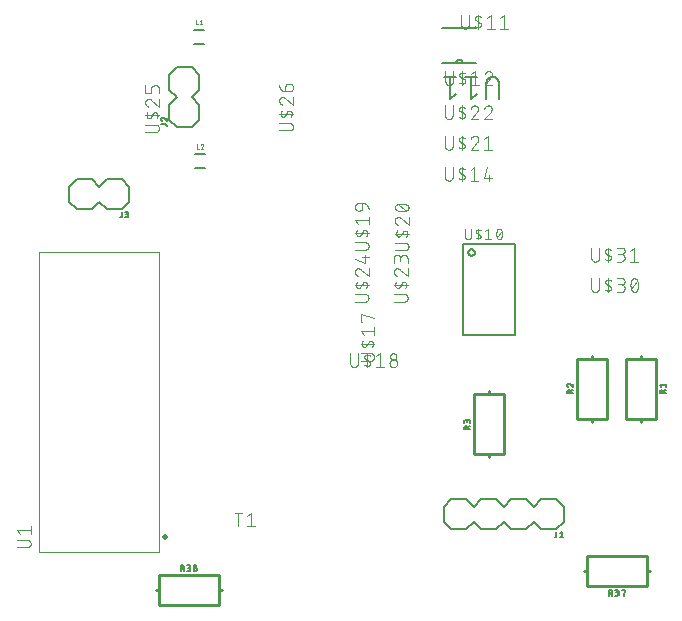
<source format=gbr>
G04 EAGLE Gerber RS-274X export*
G75*
%MOMM*%
%FSLAX34Y34*%
%LPD*%
%INSilkscreen Top*%
%IPPOS*%
%AMOC8*
5,1,8,0,0,1.08239X$1,22.5*%
G01*
%ADD10C,0.203200*%
%ADD11C,0.127000*%
%ADD12C,0.025400*%
%ADD13C,0.254000*%
%ADD14C,0.101600*%
%ADD15C,0.152400*%
%ADD16C,0.500000*%
%ADD17C,0.120000*%


D10*
X455650Y117800D02*
X442950Y117800D01*
X436600Y124150D01*
X436600Y136850D02*
X442950Y143200D01*
X481050Y117800D02*
X487400Y124150D01*
X481050Y117800D02*
X468350Y117800D01*
X462000Y124150D01*
X462000Y136850D02*
X468350Y143200D01*
X481050Y143200D01*
X487400Y136850D01*
X462000Y124150D02*
X455650Y117800D01*
X462000Y136850D02*
X455650Y143200D01*
X442950Y143200D01*
X519150Y117800D02*
X531850Y117800D01*
X519150Y117800D02*
X512800Y124150D01*
X512800Y136850D02*
X519150Y143200D01*
X512800Y124150D02*
X506450Y117800D01*
X493750Y117800D01*
X487400Y124150D01*
X487400Y136850D02*
X493750Y143200D01*
X506450Y143200D01*
X512800Y136850D01*
X538200Y136850D02*
X538200Y124150D01*
X531850Y117800D01*
X538200Y136850D02*
X531850Y143200D01*
X519150Y143200D01*
X436600Y136850D02*
X436600Y124150D01*
D11*
X531936Y115895D02*
X531936Y112141D01*
X531934Y112076D01*
X531928Y112012D01*
X531918Y111948D01*
X531905Y111884D01*
X531887Y111822D01*
X531866Y111761D01*
X531842Y111701D01*
X531813Y111643D01*
X531781Y111586D01*
X531746Y111532D01*
X531708Y111480D01*
X531666Y111430D01*
X531622Y111383D01*
X531575Y111339D01*
X531525Y111297D01*
X531473Y111259D01*
X531419Y111224D01*
X531362Y111192D01*
X531304Y111163D01*
X531244Y111139D01*
X531183Y111118D01*
X531121Y111100D01*
X531057Y111087D01*
X530993Y111077D01*
X530929Y111071D01*
X530864Y111069D01*
X530327Y111069D01*
X534884Y114823D02*
X536224Y115895D01*
X536224Y111069D01*
X534884Y111069D02*
X537565Y111069D01*
D10*
X203900Y464800D02*
X203900Y477500D01*
X210250Y483850D01*
X222950Y483850D02*
X229300Y477500D01*
X210250Y483850D02*
X203900Y490200D01*
X203900Y502900D01*
X210250Y509250D01*
X222950Y509250D02*
X229300Y502900D01*
X229300Y490200D01*
X222950Y483850D01*
X222950Y458450D02*
X210250Y458450D01*
X203900Y464800D01*
X222950Y458450D02*
X229300Y464800D01*
X229300Y477500D01*
X222950Y509250D02*
X210250Y509250D01*
D11*
X200923Y460694D02*
X197169Y460694D01*
X200923Y460693D02*
X200988Y460691D01*
X201052Y460685D01*
X201116Y460675D01*
X201180Y460662D01*
X201242Y460644D01*
X201303Y460623D01*
X201363Y460599D01*
X201421Y460570D01*
X201478Y460538D01*
X201532Y460503D01*
X201584Y460465D01*
X201634Y460423D01*
X201681Y460379D01*
X201725Y460332D01*
X201767Y460282D01*
X201805Y460230D01*
X201840Y460176D01*
X201872Y460119D01*
X201901Y460061D01*
X201925Y460001D01*
X201946Y459940D01*
X201964Y459878D01*
X201977Y459814D01*
X201987Y459750D01*
X201993Y459686D01*
X201995Y459621D01*
X201995Y459085D01*
X197169Y465116D02*
X197171Y465184D01*
X197177Y465251D01*
X197186Y465318D01*
X197199Y465385D01*
X197216Y465450D01*
X197237Y465515D01*
X197261Y465578D01*
X197289Y465640D01*
X197320Y465700D01*
X197354Y465758D01*
X197392Y465814D01*
X197432Y465869D01*
X197476Y465920D01*
X197523Y465969D01*
X197572Y466016D01*
X197623Y466060D01*
X197678Y466100D01*
X197734Y466138D01*
X197792Y466172D01*
X197852Y466203D01*
X197914Y466231D01*
X197977Y466255D01*
X198042Y466276D01*
X198107Y466293D01*
X198174Y466306D01*
X198241Y466315D01*
X198308Y466321D01*
X198376Y466323D01*
X197169Y465116D02*
X197171Y465038D01*
X197177Y464960D01*
X197187Y464883D01*
X197200Y464806D01*
X197218Y464730D01*
X197239Y464655D01*
X197264Y464581D01*
X197293Y464509D01*
X197325Y464438D01*
X197361Y464369D01*
X197400Y464301D01*
X197443Y464236D01*
X197489Y464173D01*
X197538Y464112D01*
X197590Y464054D01*
X197645Y463999D01*
X197702Y463946D01*
X197762Y463897D01*
X197825Y463850D01*
X197890Y463807D01*
X197956Y463767D01*
X198025Y463730D01*
X198096Y463697D01*
X198168Y463667D01*
X198242Y463641D01*
X199314Y465921D02*
X199265Y465970D01*
X199213Y466017D01*
X199158Y466060D01*
X199101Y466101D01*
X199042Y466139D01*
X198981Y466173D01*
X198918Y466204D01*
X198854Y466232D01*
X198788Y466256D01*
X198722Y466276D01*
X198654Y466293D01*
X198585Y466306D01*
X198516Y466315D01*
X198446Y466321D01*
X198376Y466323D01*
X199314Y465921D02*
X201995Y463642D01*
X201995Y466323D01*
D10*
X163850Y388800D02*
X151150Y388800D01*
X144800Y395150D01*
X144800Y407850D02*
X151150Y414200D01*
X144800Y395150D02*
X138450Y388800D01*
X125750Y388800D01*
X119400Y395150D01*
X119400Y407850D02*
X125750Y414200D01*
X138450Y414200D01*
X144800Y407850D01*
X170200Y407850D02*
X170200Y395150D01*
X163850Y388800D01*
X170200Y407850D02*
X163850Y414200D01*
X151150Y414200D01*
X119400Y407850D02*
X119400Y395150D01*
D11*
X163936Y386895D02*
X163936Y383141D01*
X163934Y383076D01*
X163928Y383012D01*
X163918Y382948D01*
X163905Y382884D01*
X163887Y382822D01*
X163866Y382761D01*
X163842Y382701D01*
X163813Y382643D01*
X163781Y382586D01*
X163746Y382532D01*
X163708Y382480D01*
X163666Y382430D01*
X163622Y382383D01*
X163575Y382339D01*
X163525Y382297D01*
X163473Y382259D01*
X163419Y382224D01*
X163362Y382192D01*
X163304Y382163D01*
X163244Y382139D01*
X163183Y382118D01*
X163121Y382100D01*
X163057Y382087D01*
X162993Y382077D01*
X162929Y382071D01*
X162864Y382069D01*
X162327Y382069D01*
X166884Y382069D02*
X168224Y382069D01*
X168295Y382071D01*
X168367Y382077D01*
X168437Y382086D01*
X168507Y382099D01*
X168577Y382116D01*
X168645Y382137D01*
X168712Y382161D01*
X168778Y382189D01*
X168842Y382220D01*
X168905Y382255D01*
X168965Y382293D01*
X169024Y382334D01*
X169080Y382378D01*
X169134Y382425D01*
X169185Y382474D01*
X169233Y382527D01*
X169279Y382582D01*
X169321Y382639D01*
X169361Y382699D01*
X169397Y382760D01*
X169430Y382824D01*
X169459Y382889D01*
X169485Y382955D01*
X169508Y383023D01*
X169527Y383092D01*
X169542Y383162D01*
X169553Y383232D01*
X169561Y383303D01*
X169565Y383374D01*
X169565Y383446D01*
X169561Y383517D01*
X169553Y383588D01*
X169542Y383658D01*
X169527Y383728D01*
X169508Y383797D01*
X169485Y383865D01*
X169459Y383931D01*
X169430Y383996D01*
X169397Y384060D01*
X169361Y384121D01*
X169321Y384181D01*
X169279Y384238D01*
X169233Y384293D01*
X169185Y384346D01*
X169134Y384395D01*
X169080Y384442D01*
X169024Y384486D01*
X168965Y384527D01*
X168905Y384565D01*
X168842Y384600D01*
X168778Y384631D01*
X168712Y384659D01*
X168645Y384683D01*
X168577Y384704D01*
X168507Y384721D01*
X168437Y384734D01*
X168367Y384743D01*
X168295Y384749D01*
X168224Y384751D01*
X168493Y386895D02*
X166884Y386895D01*
X168493Y386895D02*
X168558Y386893D01*
X168622Y386887D01*
X168686Y386877D01*
X168750Y386864D01*
X168812Y386846D01*
X168873Y386825D01*
X168933Y386801D01*
X168991Y386772D01*
X169048Y386740D01*
X169102Y386705D01*
X169154Y386667D01*
X169204Y386625D01*
X169251Y386581D01*
X169295Y386534D01*
X169337Y386484D01*
X169375Y386432D01*
X169410Y386378D01*
X169442Y386321D01*
X169471Y386263D01*
X169495Y386203D01*
X169516Y386142D01*
X169534Y386080D01*
X169547Y386016D01*
X169557Y385952D01*
X169563Y385888D01*
X169565Y385823D01*
X169563Y385758D01*
X169557Y385694D01*
X169547Y385630D01*
X169534Y385566D01*
X169516Y385504D01*
X169495Y385443D01*
X169471Y385383D01*
X169442Y385325D01*
X169410Y385268D01*
X169375Y385214D01*
X169337Y385162D01*
X169295Y385112D01*
X169251Y385065D01*
X169204Y385021D01*
X169154Y384979D01*
X169102Y384941D01*
X169048Y384906D01*
X168991Y384874D01*
X168933Y384845D01*
X168873Y384821D01*
X168812Y384800D01*
X168750Y384782D01*
X168686Y384769D01*
X168622Y384759D01*
X168558Y384753D01*
X168493Y384751D01*
X168493Y384750D02*
X167420Y384750D01*
X225200Y540950D02*
X233500Y540950D01*
X233500Y528950D02*
X225200Y528950D01*
D12*
X227021Y545377D02*
X227021Y549187D01*
X227021Y545377D02*
X228714Y545377D01*
X230062Y548340D02*
X231121Y549187D01*
X231121Y545377D01*
X232179Y545377D02*
X230062Y545377D01*
D11*
X234000Y435700D02*
X225700Y435700D01*
X225700Y423700D02*
X234000Y423700D01*
D12*
X227521Y440127D02*
X227521Y443937D01*
X227521Y440127D02*
X229214Y440127D01*
X232680Y442985D02*
X232678Y443045D01*
X232672Y443104D01*
X232663Y443164D01*
X232650Y443222D01*
X232633Y443279D01*
X232613Y443336D01*
X232589Y443391D01*
X232562Y443444D01*
X232532Y443496D01*
X232498Y443545D01*
X232461Y443592D01*
X232422Y443637D01*
X232379Y443680D01*
X232334Y443719D01*
X232287Y443756D01*
X232238Y443790D01*
X232186Y443820D01*
X232133Y443847D01*
X232078Y443871D01*
X232021Y443891D01*
X231964Y443908D01*
X231906Y443921D01*
X231846Y443930D01*
X231787Y443936D01*
X231727Y443938D01*
X231727Y443937D02*
X231660Y443935D01*
X231593Y443930D01*
X231527Y443921D01*
X231461Y443908D01*
X231397Y443892D01*
X231333Y443872D01*
X231270Y443848D01*
X231208Y443822D01*
X231149Y443792D01*
X231091Y443759D01*
X231034Y443722D01*
X230980Y443683D01*
X230928Y443641D01*
X230879Y443596D01*
X230832Y443548D01*
X230788Y443498D01*
X230746Y443445D01*
X230708Y443390D01*
X230672Y443334D01*
X230640Y443275D01*
X230611Y443215D01*
X230585Y443153D01*
X230563Y443090D01*
X232362Y442244D02*
X232403Y442286D01*
X232442Y442331D01*
X232479Y442377D01*
X232513Y442426D01*
X232544Y442476D01*
X232571Y442528D01*
X232596Y442582D01*
X232618Y442637D01*
X232637Y442693D01*
X232652Y442750D01*
X232664Y442808D01*
X232672Y442867D01*
X232677Y442926D01*
X232679Y442985D01*
X232362Y442244D02*
X230562Y440127D01*
X232679Y440127D01*
D13*
X616300Y262500D02*
X616300Y211700D01*
X603600Y211700D01*
X590900Y211700D01*
X590900Y262500D01*
X603600Y262500D01*
X616300Y262500D01*
X603600Y211700D02*
X603600Y209160D01*
X603600Y262500D02*
X603600Y265040D01*
D11*
X619475Y233048D02*
X624301Y233048D01*
X619475Y233048D02*
X619475Y234389D01*
X619477Y234460D01*
X619483Y234532D01*
X619492Y234602D01*
X619505Y234672D01*
X619522Y234742D01*
X619543Y234810D01*
X619567Y234877D01*
X619595Y234943D01*
X619626Y235007D01*
X619661Y235070D01*
X619699Y235130D01*
X619740Y235189D01*
X619784Y235245D01*
X619831Y235299D01*
X619880Y235350D01*
X619933Y235398D01*
X619988Y235444D01*
X620045Y235486D01*
X620105Y235526D01*
X620166Y235562D01*
X620230Y235595D01*
X620295Y235624D01*
X620361Y235650D01*
X620429Y235673D01*
X620498Y235692D01*
X620568Y235707D01*
X620638Y235718D01*
X620709Y235726D01*
X620780Y235730D01*
X620852Y235730D01*
X620923Y235726D01*
X620994Y235718D01*
X621064Y235707D01*
X621134Y235692D01*
X621203Y235673D01*
X621271Y235650D01*
X621337Y235624D01*
X621402Y235595D01*
X621466Y235562D01*
X621527Y235526D01*
X621587Y235486D01*
X621644Y235444D01*
X621699Y235398D01*
X621752Y235350D01*
X621801Y235299D01*
X621848Y235245D01*
X621892Y235189D01*
X621933Y235130D01*
X621971Y235070D01*
X622006Y235007D01*
X622037Y234943D01*
X622065Y234877D01*
X622089Y234810D01*
X622110Y234742D01*
X622127Y234672D01*
X622140Y234602D01*
X622149Y234532D01*
X622155Y234460D01*
X622157Y234389D01*
X622156Y234389D02*
X622156Y233048D01*
X622156Y234657D02*
X624301Y235729D01*
X620547Y238471D02*
X619475Y239811D01*
X624301Y239811D01*
X624301Y238471D02*
X624301Y241152D01*
D13*
X549000Y262500D02*
X549000Y211700D01*
X549000Y262500D02*
X561700Y262500D01*
X574400Y262500D01*
X574400Y211700D01*
X561700Y211700D01*
X549000Y211700D01*
X561700Y262500D02*
X561700Y265040D01*
X561700Y211700D02*
X561700Y209160D01*
D11*
X545825Y233048D02*
X540999Y233048D01*
X540999Y234389D01*
X541001Y234460D01*
X541007Y234532D01*
X541016Y234602D01*
X541029Y234672D01*
X541046Y234742D01*
X541067Y234810D01*
X541091Y234877D01*
X541119Y234943D01*
X541150Y235007D01*
X541185Y235070D01*
X541223Y235130D01*
X541264Y235189D01*
X541308Y235245D01*
X541355Y235299D01*
X541404Y235350D01*
X541457Y235398D01*
X541512Y235444D01*
X541569Y235486D01*
X541629Y235526D01*
X541690Y235562D01*
X541754Y235595D01*
X541819Y235624D01*
X541885Y235650D01*
X541953Y235673D01*
X542022Y235692D01*
X542092Y235707D01*
X542162Y235718D01*
X542233Y235726D01*
X542304Y235730D01*
X542376Y235730D01*
X542447Y235726D01*
X542518Y235718D01*
X542588Y235707D01*
X542658Y235692D01*
X542727Y235673D01*
X542795Y235650D01*
X542861Y235624D01*
X542926Y235595D01*
X542990Y235562D01*
X543051Y235526D01*
X543111Y235486D01*
X543168Y235444D01*
X543223Y235398D01*
X543276Y235350D01*
X543325Y235299D01*
X543372Y235245D01*
X543416Y235189D01*
X543457Y235130D01*
X543495Y235070D01*
X543530Y235007D01*
X543561Y234943D01*
X543589Y234877D01*
X543613Y234810D01*
X543634Y234742D01*
X543651Y234672D01*
X543664Y234602D01*
X543673Y234532D01*
X543679Y234460D01*
X543681Y234389D01*
X543680Y234389D02*
X543680Y233048D01*
X543680Y234657D02*
X545825Y235729D01*
X540999Y239945D02*
X541001Y240013D01*
X541007Y240080D01*
X541016Y240147D01*
X541029Y240214D01*
X541046Y240279D01*
X541067Y240344D01*
X541091Y240407D01*
X541119Y240469D01*
X541150Y240529D01*
X541184Y240587D01*
X541222Y240643D01*
X541262Y240698D01*
X541306Y240749D01*
X541353Y240798D01*
X541402Y240845D01*
X541453Y240889D01*
X541508Y240929D01*
X541564Y240967D01*
X541622Y241001D01*
X541682Y241032D01*
X541744Y241060D01*
X541807Y241084D01*
X541872Y241105D01*
X541937Y241122D01*
X542004Y241135D01*
X542071Y241144D01*
X542138Y241150D01*
X542206Y241152D01*
X540999Y239945D02*
X541001Y239867D01*
X541007Y239789D01*
X541017Y239712D01*
X541030Y239635D01*
X541048Y239559D01*
X541069Y239484D01*
X541094Y239410D01*
X541123Y239338D01*
X541155Y239267D01*
X541191Y239198D01*
X541230Y239130D01*
X541273Y239065D01*
X541319Y239002D01*
X541368Y238941D01*
X541420Y238883D01*
X541475Y238828D01*
X541532Y238775D01*
X541592Y238726D01*
X541655Y238679D01*
X541720Y238636D01*
X541786Y238596D01*
X541855Y238559D01*
X541926Y238526D01*
X541998Y238496D01*
X542072Y238470D01*
X543144Y240750D02*
X543095Y240799D01*
X543043Y240846D01*
X542988Y240889D01*
X542931Y240930D01*
X542872Y240968D01*
X542811Y241002D01*
X542748Y241033D01*
X542684Y241061D01*
X542618Y241085D01*
X542552Y241105D01*
X542484Y241122D01*
X542415Y241135D01*
X542346Y241144D01*
X542276Y241150D01*
X542206Y241152D01*
X543144Y240750D02*
X545825Y238471D01*
X545825Y241152D01*
D13*
X462000Y232100D02*
X462000Y181300D01*
X462000Y232100D02*
X474700Y232100D01*
X487400Y232100D01*
X487400Y181300D01*
X474700Y181300D01*
X462000Y181300D01*
X474700Y232100D02*
X474700Y234640D01*
X474700Y181300D02*
X474700Y178760D01*
D11*
X458825Y202648D02*
X453999Y202648D01*
X453999Y203989D01*
X454001Y204060D01*
X454007Y204132D01*
X454016Y204202D01*
X454029Y204272D01*
X454046Y204342D01*
X454067Y204410D01*
X454091Y204477D01*
X454119Y204543D01*
X454150Y204607D01*
X454185Y204670D01*
X454223Y204730D01*
X454264Y204789D01*
X454308Y204845D01*
X454355Y204899D01*
X454404Y204950D01*
X454457Y204998D01*
X454512Y205044D01*
X454569Y205086D01*
X454629Y205126D01*
X454690Y205162D01*
X454754Y205195D01*
X454819Y205224D01*
X454885Y205250D01*
X454953Y205273D01*
X455022Y205292D01*
X455092Y205307D01*
X455162Y205318D01*
X455233Y205326D01*
X455304Y205330D01*
X455376Y205330D01*
X455447Y205326D01*
X455518Y205318D01*
X455588Y205307D01*
X455658Y205292D01*
X455727Y205273D01*
X455795Y205250D01*
X455861Y205224D01*
X455926Y205195D01*
X455990Y205162D01*
X456051Y205126D01*
X456111Y205086D01*
X456168Y205044D01*
X456223Y204998D01*
X456276Y204950D01*
X456325Y204899D01*
X456372Y204845D01*
X456416Y204789D01*
X456457Y204730D01*
X456495Y204670D01*
X456530Y204607D01*
X456561Y204543D01*
X456589Y204477D01*
X456613Y204410D01*
X456634Y204342D01*
X456651Y204272D01*
X456664Y204202D01*
X456673Y204132D01*
X456679Y204060D01*
X456681Y203989D01*
X456680Y203989D02*
X456680Y202648D01*
X456680Y204257D02*
X458825Y205329D01*
X458825Y208071D02*
X458825Y209411D01*
X458823Y209482D01*
X458817Y209554D01*
X458808Y209624D01*
X458795Y209694D01*
X458778Y209764D01*
X458757Y209832D01*
X458733Y209899D01*
X458705Y209965D01*
X458674Y210029D01*
X458639Y210092D01*
X458601Y210152D01*
X458560Y210211D01*
X458516Y210267D01*
X458469Y210321D01*
X458420Y210372D01*
X458367Y210420D01*
X458312Y210466D01*
X458255Y210508D01*
X458195Y210548D01*
X458134Y210584D01*
X458070Y210617D01*
X458005Y210646D01*
X457939Y210672D01*
X457871Y210695D01*
X457802Y210714D01*
X457732Y210729D01*
X457662Y210740D01*
X457591Y210748D01*
X457520Y210752D01*
X457448Y210752D01*
X457377Y210748D01*
X457306Y210740D01*
X457236Y210729D01*
X457166Y210714D01*
X457097Y210695D01*
X457029Y210672D01*
X456963Y210646D01*
X456898Y210617D01*
X456834Y210584D01*
X456773Y210548D01*
X456713Y210508D01*
X456656Y210466D01*
X456601Y210420D01*
X456548Y210372D01*
X456499Y210321D01*
X456452Y210267D01*
X456408Y210211D01*
X456367Y210152D01*
X456329Y210092D01*
X456294Y210029D01*
X456263Y209965D01*
X456235Y209899D01*
X456211Y209832D01*
X456190Y209764D01*
X456173Y209694D01*
X456160Y209624D01*
X456151Y209554D01*
X456145Y209482D01*
X456143Y209411D01*
X453999Y209679D02*
X453999Y208071D01*
X453999Y209679D02*
X454001Y209744D01*
X454007Y209808D01*
X454017Y209872D01*
X454030Y209936D01*
X454048Y209998D01*
X454069Y210059D01*
X454093Y210119D01*
X454122Y210177D01*
X454154Y210234D01*
X454189Y210288D01*
X454227Y210340D01*
X454269Y210390D01*
X454313Y210437D01*
X454360Y210481D01*
X454410Y210523D01*
X454462Y210561D01*
X454516Y210596D01*
X454573Y210628D01*
X454631Y210657D01*
X454691Y210681D01*
X454752Y210702D01*
X454814Y210720D01*
X454878Y210733D01*
X454942Y210743D01*
X455006Y210749D01*
X455071Y210751D01*
X455136Y210749D01*
X455200Y210743D01*
X455264Y210733D01*
X455328Y210720D01*
X455390Y210702D01*
X455451Y210681D01*
X455511Y210657D01*
X455569Y210628D01*
X455626Y210596D01*
X455680Y210561D01*
X455732Y210523D01*
X455782Y210481D01*
X455829Y210437D01*
X455873Y210390D01*
X455915Y210340D01*
X455953Y210288D01*
X455988Y210234D01*
X456020Y210177D01*
X456049Y210119D01*
X456073Y210059D01*
X456094Y209998D01*
X456112Y209936D01*
X456125Y209872D01*
X456135Y209808D01*
X456141Y209744D01*
X456143Y209679D01*
X456144Y209679D02*
X456144Y208607D01*
D13*
X557850Y69850D02*
X608650Y69850D01*
X557850Y69850D02*
X557850Y82550D01*
X557850Y95250D01*
X608650Y95250D01*
X608650Y82550D01*
X608650Y69850D01*
X557850Y82550D02*
X555310Y82550D01*
X608650Y82550D02*
X611190Y82550D01*
D11*
X576455Y66675D02*
X576455Y61849D01*
X576455Y66675D02*
X577795Y66675D01*
X577866Y66673D01*
X577938Y66667D01*
X578008Y66658D01*
X578078Y66645D01*
X578148Y66628D01*
X578216Y66607D01*
X578283Y66583D01*
X578349Y66555D01*
X578413Y66524D01*
X578476Y66489D01*
X578536Y66451D01*
X578595Y66410D01*
X578651Y66366D01*
X578705Y66319D01*
X578756Y66270D01*
X578804Y66217D01*
X578850Y66162D01*
X578892Y66105D01*
X578932Y66045D01*
X578968Y65984D01*
X579001Y65920D01*
X579030Y65855D01*
X579056Y65789D01*
X579079Y65721D01*
X579098Y65652D01*
X579113Y65582D01*
X579124Y65512D01*
X579132Y65441D01*
X579136Y65370D01*
X579136Y65298D01*
X579132Y65227D01*
X579124Y65156D01*
X579113Y65086D01*
X579098Y65016D01*
X579079Y64947D01*
X579056Y64879D01*
X579030Y64813D01*
X579001Y64748D01*
X578968Y64684D01*
X578932Y64623D01*
X578892Y64563D01*
X578850Y64506D01*
X578804Y64451D01*
X578756Y64398D01*
X578705Y64349D01*
X578651Y64302D01*
X578595Y64258D01*
X578536Y64217D01*
X578476Y64179D01*
X578413Y64144D01*
X578349Y64113D01*
X578283Y64085D01*
X578216Y64061D01*
X578148Y64040D01*
X578078Y64023D01*
X578008Y64010D01*
X577938Y64001D01*
X577866Y63995D01*
X577795Y63993D01*
X577795Y63994D02*
X576455Y63994D01*
X578064Y63994D02*
X579136Y61849D01*
X581878Y61849D02*
X583218Y61849D01*
X583289Y61851D01*
X583361Y61857D01*
X583431Y61866D01*
X583501Y61879D01*
X583571Y61896D01*
X583639Y61917D01*
X583706Y61941D01*
X583772Y61969D01*
X583836Y62000D01*
X583899Y62035D01*
X583959Y62073D01*
X584018Y62114D01*
X584074Y62158D01*
X584128Y62205D01*
X584179Y62254D01*
X584227Y62307D01*
X584273Y62362D01*
X584315Y62419D01*
X584355Y62479D01*
X584391Y62540D01*
X584424Y62604D01*
X584453Y62669D01*
X584479Y62735D01*
X584502Y62803D01*
X584521Y62872D01*
X584536Y62942D01*
X584547Y63012D01*
X584555Y63083D01*
X584559Y63154D01*
X584559Y63226D01*
X584555Y63297D01*
X584547Y63368D01*
X584536Y63438D01*
X584521Y63508D01*
X584502Y63577D01*
X584479Y63645D01*
X584453Y63711D01*
X584424Y63776D01*
X584391Y63840D01*
X584355Y63901D01*
X584315Y63961D01*
X584273Y64018D01*
X584227Y64073D01*
X584179Y64126D01*
X584128Y64175D01*
X584074Y64222D01*
X584018Y64266D01*
X583959Y64307D01*
X583899Y64345D01*
X583836Y64380D01*
X583772Y64411D01*
X583706Y64439D01*
X583639Y64463D01*
X583571Y64484D01*
X583501Y64501D01*
X583431Y64514D01*
X583361Y64523D01*
X583289Y64529D01*
X583218Y64531D01*
X583486Y66675D02*
X581878Y66675D01*
X583486Y66675D02*
X583551Y66673D01*
X583615Y66667D01*
X583679Y66657D01*
X583743Y66644D01*
X583805Y66626D01*
X583866Y66605D01*
X583926Y66581D01*
X583984Y66552D01*
X584041Y66520D01*
X584095Y66485D01*
X584147Y66447D01*
X584197Y66405D01*
X584244Y66361D01*
X584288Y66314D01*
X584330Y66264D01*
X584368Y66212D01*
X584403Y66158D01*
X584435Y66101D01*
X584464Y66043D01*
X584488Y65983D01*
X584509Y65922D01*
X584527Y65860D01*
X584540Y65796D01*
X584550Y65732D01*
X584556Y65668D01*
X584558Y65603D01*
X584556Y65538D01*
X584550Y65474D01*
X584540Y65410D01*
X584527Y65346D01*
X584509Y65284D01*
X584488Y65223D01*
X584464Y65163D01*
X584435Y65105D01*
X584403Y65048D01*
X584368Y64994D01*
X584330Y64942D01*
X584288Y64892D01*
X584244Y64845D01*
X584197Y64801D01*
X584147Y64759D01*
X584095Y64721D01*
X584041Y64686D01*
X583984Y64654D01*
X583926Y64625D01*
X583866Y64601D01*
X583805Y64580D01*
X583743Y64562D01*
X583679Y64549D01*
X583615Y64539D01*
X583551Y64533D01*
X583486Y64531D01*
X583486Y64530D02*
X582414Y64530D01*
X587364Y66139D02*
X587364Y66675D01*
X590045Y66675D01*
X588704Y61849D01*
D13*
X246000Y79500D02*
X195200Y79500D01*
X246000Y79500D02*
X246000Y66800D01*
X246000Y54100D01*
X195200Y54100D01*
X195200Y66800D01*
X195200Y79500D01*
X246000Y66800D02*
X248540Y66800D01*
X195200Y66800D02*
X192660Y66800D01*
D11*
X213805Y82675D02*
X213805Y87501D01*
X215146Y87501D01*
X215217Y87499D01*
X215289Y87493D01*
X215359Y87484D01*
X215429Y87471D01*
X215499Y87454D01*
X215567Y87433D01*
X215634Y87409D01*
X215700Y87381D01*
X215764Y87350D01*
X215827Y87315D01*
X215887Y87277D01*
X215946Y87236D01*
X216002Y87192D01*
X216056Y87145D01*
X216107Y87096D01*
X216155Y87043D01*
X216201Y86988D01*
X216243Y86931D01*
X216283Y86871D01*
X216319Y86810D01*
X216352Y86746D01*
X216381Y86681D01*
X216407Y86615D01*
X216430Y86547D01*
X216449Y86478D01*
X216464Y86408D01*
X216475Y86338D01*
X216483Y86267D01*
X216487Y86196D01*
X216487Y86124D01*
X216483Y86053D01*
X216475Y85982D01*
X216464Y85912D01*
X216449Y85842D01*
X216430Y85773D01*
X216407Y85705D01*
X216381Y85639D01*
X216352Y85574D01*
X216319Y85510D01*
X216283Y85449D01*
X216243Y85389D01*
X216201Y85332D01*
X216155Y85277D01*
X216107Y85224D01*
X216056Y85175D01*
X216002Y85128D01*
X215946Y85084D01*
X215887Y85043D01*
X215827Y85005D01*
X215764Y84970D01*
X215700Y84939D01*
X215634Y84911D01*
X215567Y84887D01*
X215499Y84866D01*
X215429Y84849D01*
X215359Y84836D01*
X215289Y84827D01*
X215217Y84821D01*
X215146Y84819D01*
X215146Y84820D02*
X213805Y84820D01*
X215414Y84820D02*
X216486Y82675D01*
X219228Y82675D02*
X220568Y82675D01*
X220639Y82677D01*
X220711Y82683D01*
X220781Y82692D01*
X220851Y82705D01*
X220921Y82722D01*
X220989Y82743D01*
X221056Y82767D01*
X221122Y82795D01*
X221186Y82826D01*
X221249Y82861D01*
X221309Y82899D01*
X221368Y82940D01*
X221424Y82984D01*
X221478Y83031D01*
X221529Y83080D01*
X221577Y83133D01*
X221623Y83188D01*
X221665Y83245D01*
X221705Y83305D01*
X221741Y83366D01*
X221774Y83430D01*
X221803Y83495D01*
X221829Y83561D01*
X221852Y83629D01*
X221871Y83698D01*
X221886Y83768D01*
X221897Y83838D01*
X221905Y83909D01*
X221909Y83980D01*
X221909Y84052D01*
X221905Y84123D01*
X221897Y84194D01*
X221886Y84264D01*
X221871Y84334D01*
X221852Y84403D01*
X221829Y84471D01*
X221803Y84537D01*
X221774Y84602D01*
X221741Y84666D01*
X221705Y84727D01*
X221665Y84787D01*
X221623Y84844D01*
X221577Y84899D01*
X221529Y84952D01*
X221478Y85001D01*
X221424Y85048D01*
X221368Y85092D01*
X221309Y85133D01*
X221249Y85171D01*
X221186Y85206D01*
X221122Y85237D01*
X221056Y85265D01*
X220989Y85289D01*
X220921Y85310D01*
X220851Y85327D01*
X220781Y85340D01*
X220711Y85349D01*
X220639Y85355D01*
X220568Y85357D01*
X220836Y87501D02*
X219228Y87501D01*
X220836Y87501D02*
X220901Y87499D01*
X220965Y87493D01*
X221029Y87483D01*
X221093Y87470D01*
X221155Y87452D01*
X221216Y87431D01*
X221276Y87407D01*
X221334Y87378D01*
X221391Y87346D01*
X221445Y87311D01*
X221497Y87273D01*
X221547Y87231D01*
X221594Y87187D01*
X221638Y87140D01*
X221680Y87090D01*
X221718Y87038D01*
X221753Y86984D01*
X221785Y86927D01*
X221814Y86869D01*
X221838Y86809D01*
X221859Y86748D01*
X221877Y86686D01*
X221890Y86622D01*
X221900Y86558D01*
X221906Y86494D01*
X221908Y86429D01*
X221906Y86364D01*
X221900Y86300D01*
X221890Y86236D01*
X221877Y86172D01*
X221859Y86110D01*
X221838Y86049D01*
X221814Y85989D01*
X221785Y85931D01*
X221753Y85874D01*
X221718Y85820D01*
X221680Y85768D01*
X221638Y85718D01*
X221594Y85671D01*
X221547Y85627D01*
X221497Y85585D01*
X221445Y85547D01*
X221391Y85512D01*
X221334Y85480D01*
X221276Y85451D01*
X221216Y85427D01*
X221155Y85406D01*
X221093Y85388D01*
X221029Y85375D01*
X220965Y85365D01*
X220901Y85359D01*
X220836Y85357D01*
X220836Y85356D02*
X219764Y85356D01*
X224714Y84016D02*
X224716Y84087D01*
X224722Y84159D01*
X224731Y84229D01*
X224744Y84299D01*
X224761Y84369D01*
X224782Y84437D01*
X224806Y84504D01*
X224834Y84570D01*
X224865Y84634D01*
X224900Y84697D01*
X224938Y84757D01*
X224979Y84816D01*
X225023Y84872D01*
X225070Y84926D01*
X225119Y84977D01*
X225172Y85025D01*
X225227Y85071D01*
X225284Y85113D01*
X225344Y85153D01*
X225405Y85189D01*
X225469Y85222D01*
X225534Y85251D01*
X225600Y85277D01*
X225668Y85300D01*
X225737Y85319D01*
X225807Y85334D01*
X225877Y85345D01*
X225948Y85353D01*
X226019Y85357D01*
X226091Y85357D01*
X226162Y85353D01*
X226233Y85345D01*
X226303Y85334D01*
X226373Y85319D01*
X226442Y85300D01*
X226510Y85277D01*
X226576Y85251D01*
X226641Y85222D01*
X226705Y85189D01*
X226766Y85153D01*
X226826Y85113D01*
X226883Y85071D01*
X226938Y85025D01*
X226991Y84977D01*
X227040Y84926D01*
X227087Y84872D01*
X227131Y84816D01*
X227172Y84757D01*
X227210Y84697D01*
X227245Y84634D01*
X227276Y84570D01*
X227304Y84504D01*
X227328Y84437D01*
X227349Y84369D01*
X227366Y84299D01*
X227379Y84229D01*
X227388Y84159D01*
X227394Y84087D01*
X227396Y84016D01*
X227394Y83945D01*
X227388Y83873D01*
X227379Y83803D01*
X227366Y83733D01*
X227349Y83663D01*
X227328Y83595D01*
X227304Y83528D01*
X227276Y83462D01*
X227245Y83398D01*
X227210Y83335D01*
X227172Y83275D01*
X227131Y83216D01*
X227087Y83160D01*
X227040Y83106D01*
X226991Y83055D01*
X226938Y83007D01*
X226883Y82961D01*
X226826Y82919D01*
X226766Y82879D01*
X226705Y82843D01*
X226641Y82810D01*
X226576Y82781D01*
X226510Y82755D01*
X226442Y82732D01*
X226373Y82713D01*
X226303Y82698D01*
X226233Y82687D01*
X226162Y82679D01*
X226091Y82675D01*
X226019Y82675D01*
X225948Y82679D01*
X225877Y82687D01*
X225807Y82698D01*
X225737Y82713D01*
X225668Y82732D01*
X225600Y82755D01*
X225534Y82781D01*
X225469Y82810D01*
X225405Y82843D01*
X225344Y82879D01*
X225284Y82919D01*
X225227Y82961D01*
X225172Y83007D01*
X225119Y83055D01*
X225070Y83106D01*
X225023Y83160D01*
X224979Y83216D01*
X224938Y83275D01*
X224900Y83335D01*
X224865Y83398D01*
X224834Y83462D01*
X224806Y83528D01*
X224782Y83595D01*
X224761Y83663D01*
X224744Y83733D01*
X224731Y83803D01*
X224722Y83873D01*
X224716Y83945D01*
X224714Y84016D01*
X224983Y86429D02*
X224985Y86494D01*
X224991Y86558D01*
X225001Y86622D01*
X225014Y86686D01*
X225032Y86748D01*
X225053Y86809D01*
X225077Y86869D01*
X225106Y86927D01*
X225138Y86984D01*
X225173Y87038D01*
X225211Y87090D01*
X225253Y87140D01*
X225297Y87187D01*
X225344Y87231D01*
X225394Y87273D01*
X225446Y87311D01*
X225500Y87346D01*
X225557Y87378D01*
X225615Y87407D01*
X225675Y87431D01*
X225736Y87452D01*
X225798Y87470D01*
X225862Y87483D01*
X225926Y87493D01*
X225990Y87499D01*
X226055Y87501D01*
X226120Y87499D01*
X226184Y87493D01*
X226248Y87483D01*
X226312Y87470D01*
X226374Y87452D01*
X226435Y87431D01*
X226495Y87407D01*
X226553Y87378D01*
X226610Y87346D01*
X226664Y87311D01*
X226716Y87273D01*
X226766Y87231D01*
X226813Y87187D01*
X226857Y87140D01*
X226899Y87090D01*
X226937Y87038D01*
X226972Y86984D01*
X227004Y86927D01*
X227033Y86869D01*
X227057Y86809D01*
X227078Y86748D01*
X227096Y86686D01*
X227109Y86622D01*
X227119Y86558D01*
X227125Y86494D01*
X227127Y86429D01*
X227125Y86364D01*
X227119Y86300D01*
X227109Y86236D01*
X227096Y86172D01*
X227078Y86110D01*
X227057Y86049D01*
X227033Y85989D01*
X227004Y85931D01*
X226972Y85874D01*
X226937Y85820D01*
X226899Y85768D01*
X226857Y85718D01*
X226813Y85671D01*
X226766Y85627D01*
X226716Y85585D01*
X226664Y85547D01*
X226610Y85512D01*
X226553Y85480D01*
X226495Y85451D01*
X226435Y85427D01*
X226374Y85406D01*
X226312Y85388D01*
X226248Y85375D01*
X226184Y85365D01*
X226120Y85359D01*
X226055Y85357D01*
X225990Y85359D01*
X225926Y85365D01*
X225862Y85375D01*
X225798Y85388D01*
X225736Y85406D01*
X225675Y85427D01*
X225615Y85451D01*
X225557Y85480D01*
X225500Y85512D01*
X225446Y85547D01*
X225394Y85585D01*
X225344Y85627D01*
X225297Y85671D01*
X225253Y85718D01*
X225211Y85768D01*
X225173Y85820D01*
X225138Y85874D01*
X225106Y85931D01*
X225077Y85989D01*
X225053Y86049D01*
X225032Y86110D01*
X225014Y86172D01*
X225001Y86236D01*
X224991Y86300D01*
X224985Y86364D01*
X224983Y86429D01*
D14*
X262578Y120308D02*
X262578Y131992D01*
X259333Y131992D02*
X265824Y131992D01*
X270001Y129396D02*
X273246Y131992D01*
X273246Y120308D01*
X270001Y120308D02*
X276492Y120308D01*
D15*
X452950Y282250D02*
X452950Y359750D01*
X452950Y282250D02*
X496450Y282250D01*
X496450Y359750D01*
X452950Y359750D01*
X457235Y352506D02*
X457237Y352611D01*
X457243Y352716D01*
X457253Y352820D01*
X457267Y352924D01*
X457285Y353028D01*
X457306Y353130D01*
X457332Y353232D01*
X457361Y353333D01*
X457394Y353432D01*
X457431Y353531D01*
X457472Y353627D01*
X457516Y353723D01*
X457564Y353816D01*
X457615Y353908D01*
X457670Y353997D01*
X457728Y354085D01*
X457790Y354170D01*
X457854Y354252D01*
X457922Y354333D01*
X457992Y354410D01*
X458066Y354485D01*
X458142Y354557D01*
X458221Y354626D01*
X458303Y354693D01*
X458387Y354756D01*
X458473Y354815D01*
X458561Y354872D01*
X458652Y354925D01*
X458744Y354974D01*
X458839Y355020D01*
X458935Y355063D01*
X459032Y355102D01*
X459131Y355137D01*
X459231Y355168D01*
X459333Y355195D01*
X459435Y355219D01*
X459538Y355239D01*
X459642Y355255D01*
X459746Y355267D01*
X459851Y355275D01*
X459956Y355279D01*
X460060Y355279D01*
X460165Y355275D01*
X460270Y355267D01*
X460374Y355255D01*
X460478Y355239D01*
X460581Y355219D01*
X460683Y355195D01*
X460785Y355168D01*
X460885Y355137D01*
X460984Y355102D01*
X461081Y355063D01*
X461177Y355020D01*
X461272Y354974D01*
X461364Y354925D01*
X461455Y354872D01*
X461543Y354815D01*
X461629Y354756D01*
X461713Y354693D01*
X461795Y354626D01*
X461874Y354557D01*
X461950Y354485D01*
X462024Y354410D01*
X462094Y354333D01*
X462162Y354252D01*
X462226Y354170D01*
X462288Y354085D01*
X462346Y353997D01*
X462401Y353908D01*
X462452Y353816D01*
X462500Y353723D01*
X462544Y353627D01*
X462585Y353531D01*
X462622Y353432D01*
X462655Y353333D01*
X462684Y353232D01*
X462710Y353130D01*
X462731Y353028D01*
X462749Y352924D01*
X462763Y352820D01*
X462773Y352716D01*
X462779Y352611D01*
X462781Y352506D01*
X462779Y352401D01*
X462773Y352296D01*
X462763Y352192D01*
X462749Y352088D01*
X462731Y351984D01*
X462710Y351882D01*
X462684Y351780D01*
X462655Y351679D01*
X462622Y351580D01*
X462585Y351481D01*
X462544Y351385D01*
X462500Y351289D01*
X462452Y351196D01*
X462401Y351104D01*
X462346Y351015D01*
X462288Y350927D01*
X462226Y350842D01*
X462162Y350760D01*
X462094Y350679D01*
X462024Y350602D01*
X461950Y350527D01*
X461874Y350455D01*
X461795Y350386D01*
X461713Y350319D01*
X461629Y350256D01*
X461543Y350197D01*
X461455Y350140D01*
X461364Y350087D01*
X461272Y350038D01*
X461177Y349992D01*
X461081Y349949D01*
X460984Y349910D01*
X460885Y349875D01*
X460785Y349844D01*
X460683Y349817D01*
X460581Y349793D01*
X460478Y349773D01*
X460374Y349757D01*
X460270Y349745D01*
X460165Y349737D01*
X460060Y349733D01*
X459956Y349733D01*
X459851Y349737D01*
X459746Y349745D01*
X459642Y349757D01*
X459538Y349773D01*
X459435Y349793D01*
X459333Y349817D01*
X459231Y349844D01*
X459131Y349875D01*
X459032Y349910D01*
X458935Y349949D01*
X458839Y349992D01*
X458744Y350038D01*
X458652Y350087D01*
X458561Y350140D01*
X458473Y350197D01*
X458387Y350256D01*
X458303Y350319D01*
X458221Y350386D01*
X458142Y350455D01*
X458066Y350527D01*
X457992Y350602D01*
X457922Y350679D01*
X457854Y350760D01*
X457790Y350842D01*
X457728Y350927D01*
X457670Y351015D01*
X457615Y351104D01*
X457564Y351196D01*
X457516Y351289D01*
X457472Y351385D01*
X457431Y351481D01*
X457394Y351580D01*
X457361Y351679D01*
X457332Y351780D01*
X457306Y351882D01*
X457285Y351984D01*
X457267Y352088D01*
X457253Y352192D01*
X457243Y352296D01*
X457237Y352401D01*
X457235Y352506D01*
D14*
X454380Y366004D02*
X454380Y372608D01*
X454380Y366004D02*
X454382Y365904D01*
X454388Y365805D01*
X454398Y365705D01*
X454411Y365607D01*
X454429Y365508D01*
X454450Y365411D01*
X454475Y365315D01*
X454504Y365219D01*
X454537Y365125D01*
X454573Y365032D01*
X454613Y364941D01*
X454657Y364851D01*
X454704Y364763D01*
X454754Y364677D01*
X454808Y364593D01*
X454865Y364511D01*
X454925Y364432D01*
X454989Y364354D01*
X455055Y364280D01*
X455124Y364208D01*
X455196Y364139D01*
X455270Y364073D01*
X455348Y364009D01*
X455427Y363949D01*
X455509Y363892D01*
X455593Y363838D01*
X455679Y363788D01*
X455767Y363741D01*
X455857Y363697D01*
X455948Y363657D01*
X456041Y363621D01*
X456135Y363588D01*
X456231Y363559D01*
X456327Y363534D01*
X456424Y363513D01*
X456523Y363495D01*
X456621Y363482D01*
X456721Y363472D01*
X456820Y363466D01*
X456920Y363464D01*
X457020Y363466D01*
X457119Y363472D01*
X457219Y363482D01*
X457317Y363495D01*
X457416Y363513D01*
X457513Y363534D01*
X457609Y363559D01*
X457705Y363588D01*
X457799Y363621D01*
X457892Y363657D01*
X457983Y363697D01*
X458073Y363741D01*
X458161Y363788D01*
X458247Y363838D01*
X458331Y363892D01*
X458413Y363949D01*
X458492Y364009D01*
X458570Y364073D01*
X458644Y364139D01*
X458716Y364208D01*
X458785Y364280D01*
X458851Y364354D01*
X458915Y364432D01*
X458975Y364511D01*
X459032Y364593D01*
X459086Y364677D01*
X459136Y364763D01*
X459183Y364851D01*
X459227Y364941D01*
X459267Y365032D01*
X459303Y365125D01*
X459336Y365219D01*
X459365Y365315D01*
X459390Y365411D01*
X459411Y365508D01*
X459429Y365607D01*
X459442Y365705D01*
X459452Y365805D01*
X459458Y365904D01*
X459460Y366004D01*
X459460Y372608D01*
X465759Y372608D02*
X465759Y363464D01*
X465759Y368036D02*
X464489Y368798D01*
X464425Y368839D01*
X464362Y368883D01*
X464302Y368931D01*
X464245Y368981D01*
X464190Y369034D01*
X464137Y369090D01*
X464088Y369148D01*
X464042Y369209D01*
X463998Y369272D01*
X463958Y369337D01*
X463921Y369404D01*
X463888Y369473D01*
X463858Y369544D01*
X463832Y369615D01*
X463810Y369689D01*
X463791Y369763D01*
X463776Y369838D01*
X463764Y369913D01*
X463757Y369989D01*
X463753Y370066D01*
X463754Y370142D01*
X463758Y370219D01*
X463766Y370295D01*
X463777Y370370D01*
X463793Y370445D01*
X463812Y370519D01*
X463835Y370592D01*
X463862Y370664D01*
X463892Y370734D01*
X463926Y370803D01*
X463963Y370870D01*
X464004Y370934D01*
X464048Y370997D01*
X464094Y371058D01*
X464144Y371116D01*
X464197Y371171D01*
X464252Y371224D01*
X464310Y371274D01*
X464371Y371321D01*
X464433Y371364D01*
X464498Y371405D01*
X464565Y371442D01*
X464634Y371476D01*
X464704Y371506D01*
X464776Y371533D01*
X464848Y371556D01*
X464922Y371576D01*
X464997Y371591D01*
X464998Y371592D02*
X465122Y371613D01*
X465247Y371630D01*
X465373Y371643D01*
X465499Y371652D01*
X465625Y371657D01*
X465751Y371658D01*
X465877Y371655D01*
X466003Y371648D01*
X466129Y371637D01*
X466254Y371623D01*
X466379Y371604D01*
X466503Y371581D01*
X466626Y371555D01*
X466749Y371525D01*
X466870Y371490D01*
X466991Y371452D01*
X467110Y371411D01*
X467228Y371365D01*
X467344Y371316D01*
X467459Y371264D01*
X467572Y371207D01*
X467683Y371148D01*
X467792Y371084D01*
X465759Y368036D02*
X467029Y367274D01*
X467093Y367233D01*
X467156Y367189D01*
X467216Y367141D01*
X467273Y367091D01*
X467328Y367038D01*
X467381Y366982D01*
X467430Y366924D01*
X467476Y366863D01*
X467520Y366800D01*
X467560Y366735D01*
X467597Y366668D01*
X467630Y366599D01*
X467660Y366528D01*
X467686Y366457D01*
X467708Y366383D01*
X467727Y366309D01*
X467742Y366234D01*
X467754Y366159D01*
X467761Y366083D01*
X467765Y366006D01*
X467764Y365930D01*
X467760Y365853D01*
X467752Y365777D01*
X467741Y365702D01*
X467725Y365627D01*
X467706Y365553D01*
X467683Y365480D01*
X467656Y365408D01*
X467626Y365338D01*
X467592Y365269D01*
X467555Y365202D01*
X467514Y365138D01*
X467470Y365075D01*
X467424Y365014D01*
X467374Y364956D01*
X467321Y364901D01*
X467266Y364848D01*
X467208Y364798D01*
X467147Y364751D01*
X467085Y364708D01*
X467020Y364667D01*
X466953Y364630D01*
X466884Y364596D01*
X466814Y364566D01*
X466742Y364539D01*
X466670Y364516D01*
X466596Y364496D01*
X466521Y364481D01*
X466521Y364480D02*
X466397Y364459D01*
X466272Y364442D01*
X466146Y364429D01*
X466020Y364420D01*
X465894Y364415D01*
X465768Y364414D01*
X465642Y364417D01*
X465516Y364424D01*
X465390Y364435D01*
X465265Y364449D01*
X465140Y364468D01*
X465016Y364491D01*
X464893Y364517D01*
X464770Y364547D01*
X464649Y364582D01*
X464528Y364620D01*
X464409Y364661D01*
X464291Y364707D01*
X464175Y364756D01*
X464060Y364808D01*
X463947Y364865D01*
X463836Y364924D01*
X463727Y364988D01*
X471754Y370576D02*
X474294Y372608D01*
X474294Y363464D01*
X471754Y363464D02*
X476834Y363464D01*
X480898Y368036D02*
X480900Y368216D01*
X480907Y368396D01*
X480917Y368575D01*
X480932Y368754D01*
X480952Y368933D01*
X480975Y369112D01*
X481003Y369289D01*
X481035Y369466D01*
X481071Y369643D01*
X481112Y369818D01*
X481156Y369992D01*
X481205Y370165D01*
X481258Y370337D01*
X481315Y370508D01*
X481376Y370677D01*
X481441Y370845D01*
X481510Y371011D01*
X481583Y371175D01*
X481660Y371338D01*
X481688Y371416D01*
X481721Y371493D01*
X481756Y371568D01*
X481795Y371642D01*
X481837Y371714D01*
X481882Y371783D01*
X481931Y371851D01*
X481982Y371917D01*
X482036Y371980D01*
X482093Y372041D01*
X482152Y372100D01*
X482214Y372155D01*
X482279Y372208D01*
X482345Y372258D01*
X482414Y372305D01*
X482485Y372349D01*
X482558Y372389D01*
X482632Y372426D01*
X482708Y372461D01*
X482786Y372491D01*
X482864Y372518D01*
X482944Y372542D01*
X483025Y372562D01*
X483107Y372579D01*
X483189Y372591D01*
X483272Y372601D01*
X483355Y372606D01*
X483438Y372608D01*
X483521Y372606D01*
X483604Y372601D01*
X483687Y372591D01*
X483769Y372579D01*
X483851Y372562D01*
X483932Y372542D01*
X484012Y372518D01*
X484090Y372491D01*
X484168Y372461D01*
X484244Y372426D01*
X484318Y372389D01*
X484391Y372349D01*
X484462Y372305D01*
X484531Y372258D01*
X484597Y372208D01*
X484662Y372155D01*
X484724Y372100D01*
X484783Y372041D01*
X484840Y371980D01*
X484894Y371917D01*
X484945Y371851D01*
X484994Y371783D01*
X485039Y371714D01*
X485081Y371642D01*
X485120Y371568D01*
X485155Y371493D01*
X485188Y371416D01*
X485216Y371338D01*
X485215Y371338D02*
X485292Y371175D01*
X485365Y371011D01*
X485434Y370845D01*
X485499Y370677D01*
X485560Y370508D01*
X485617Y370337D01*
X485670Y370165D01*
X485719Y369992D01*
X485763Y369818D01*
X485804Y369643D01*
X485840Y369466D01*
X485872Y369289D01*
X485900Y369112D01*
X485923Y368933D01*
X485943Y368754D01*
X485958Y368575D01*
X485968Y368396D01*
X485975Y368216D01*
X485977Y368036D01*
X480898Y368036D02*
X480900Y367856D01*
X480907Y367676D01*
X480917Y367497D01*
X480932Y367318D01*
X480952Y367139D01*
X480975Y366960D01*
X481003Y366783D01*
X481035Y366606D01*
X481071Y366429D01*
X481112Y366254D01*
X481156Y366080D01*
X481205Y365907D01*
X481258Y365735D01*
X481315Y365564D01*
X481376Y365395D01*
X481441Y365227D01*
X481510Y365061D01*
X481583Y364897D01*
X481660Y364734D01*
X481688Y364656D01*
X481721Y364579D01*
X481756Y364504D01*
X481795Y364430D01*
X481837Y364358D01*
X481882Y364289D01*
X481931Y364221D01*
X481982Y364155D01*
X482036Y364092D01*
X482093Y364031D01*
X482152Y363972D01*
X482214Y363917D01*
X482279Y363864D01*
X482345Y363814D01*
X482414Y363767D01*
X482485Y363723D01*
X482558Y363683D01*
X482632Y363646D01*
X482708Y363611D01*
X482786Y363581D01*
X482864Y363554D01*
X482944Y363530D01*
X483025Y363510D01*
X483107Y363493D01*
X483189Y363481D01*
X483272Y363471D01*
X483355Y363466D01*
X483438Y363464D01*
X485215Y364734D02*
X485292Y364897D01*
X485365Y365061D01*
X485434Y365227D01*
X485499Y365395D01*
X485560Y365564D01*
X485617Y365735D01*
X485670Y365907D01*
X485719Y366080D01*
X485763Y366254D01*
X485804Y366429D01*
X485840Y366606D01*
X485872Y366783D01*
X485900Y366960D01*
X485923Y367139D01*
X485943Y367318D01*
X485958Y367497D01*
X485968Y367676D01*
X485975Y367856D01*
X485977Y368036D01*
X485216Y364734D02*
X485188Y364656D01*
X485155Y364579D01*
X485120Y364504D01*
X485081Y364430D01*
X485039Y364358D01*
X484994Y364289D01*
X484945Y364221D01*
X484894Y364155D01*
X484840Y364092D01*
X484783Y364031D01*
X484724Y363972D01*
X484662Y363917D01*
X484597Y363864D01*
X484531Y363814D01*
X484462Y363767D01*
X484391Y363723D01*
X484318Y363683D01*
X484244Y363646D01*
X484168Y363611D01*
X484090Y363581D01*
X484012Y363554D01*
X483932Y363530D01*
X483851Y363510D01*
X483769Y363493D01*
X483687Y363481D01*
X483604Y363471D01*
X483521Y363466D01*
X483438Y363464D01*
X481406Y365496D02*
X485470Y370576D01*
X451254Y545154D02*
X451254Y553592D01*
X451254Y545154D02*
X451256Y545041D01*
X451262Y544928D01*
X451272Y544815D01*
X451286Y544702D01*
X451303Y544590D01*
X451325Y544479D01*
X451350Y544369D01*
X451380Y544259D01*
X451413Y544151D01*
X451450Y544044D01*
X451490Y543938D01*
X451535Y543834D01*
X451583Y543731D01*
X451634Y543630D01*
X451689Y543531D01*
X451747Y543434D01*
X451809Y543339D01*
X451874Y543246D01*
X451942Y543156D01*
X452013Y543068D01*
X452088Y542982D01*
X452165Y542899D01*
X452245Y542819D01*
X452328Y542742D01*
X452414Y542667D01*
X452502Y542596D01*
X452592Y542528D01*
X452685Y542463D01*
X452780Y542401D01*
X452877Y542343D01*
X452976Y542288D01*
X453077Y542237D01*
X453180Y542189D01*
X453284Y542144D01*
X453390Y542104D01*
X453497Y542067D01*
X453605Y542034D01*
X453715Y542004D01*
X453825Y541979D01*
X453936Y541957D01*
X454048Y541940D01*
X454161Y541926D01*
X454274Y541916D01*
X454387Y541910D01*
X454500Y541908D01*
X454613Y541910D01*
X454726Y541916D01*
X454839Y541926D01*
X454952Y541940D01*
X455064Y541957D01*
X455175Y541979D01*
X455285Y542004D01*
X455395Y542034D01*
X455503Y542067D01*
X455610Y542104D01*
X455716Y542144D01*
X455820Y542189D01*
X455923Y542237D01*
X456024Y542288D01*
X456123Y542343D01*
X456220Y542401D01*
X456315Y542463D01*
X456408Y542528D01*
X456498Y542596D01*
X456586Y542667D01*
X456672Y542742D01*
X456755Y542819D01*
X456835Y542899D01*
X456912Y542982D01*
X456987Y543068D01*
X457058Y543156D01*
X457126Y543246D01*
X457191Y543339D01*
X457253Y543434D01*
X457311Y543531D01*
X457366Y543630D01*
X457417Y543731D01*
X457465Y543834D01*
X457510Y543938D01*
X457550Y544044D01*
X457587Y544151D01*
X457620Y544259D01*
X457650Y544369D01*
X457675Y544479D01*
X457697Y544590D01*
X457714Y544702D01*
X457728Y544815D01*
X457738Y544928D01*
X457744Y545041D01*
X457746Y545154D01*
X457745Y545154D02*
X457745Y553592D01*
X465549Y553592D02*
X465549Y541908D01*
X465549Y547750D02*
X463926Y548724D01*
X463925Y548723D02*
X463852Y548770D01*
X463781Y548819D01*
X463711Y548872D01*
X463645Y548928D01*
X463581Y548987D01*
X463519Y549048D01*
X463461Y549112D01*
X463405Y549179D01*
X463353Y549248D01*
X463303Y549320D01*
X463257Y549394D01*
X463214Y549469D01*
X463175Y549547D01*
X463139Y549626D01*
X463107Y549707D01*
X463078Y549789D01*
X463053Y549872D01*
X463032Y549956D01*
X463015Y550041D01*
X463001Y550127D01*
X462992Y550213D01*
X462986Y550300D01*
X462984Y550387D01*
X462986Y550474D01*
X462992Y550561D01*
X463002Y550647D01*
X463015Y550733D01*
X463033Y550818D01*
X463054Y550902D01*
X463079Y550985D01*
X463108Y551068D01*
X463140Y551148D01*
X463176Y551227D01*
X463215Y551305D01*
X463258Y551380D01*
X463305Y551454D01*
X463354Y551525D01*
X463407Y551595D01*
X463462Y551661D01*
X463521Y551725D01*
X463582Y551787D01*
X463647Y551846D01*
X463713Y551901D01*
X463782Y551954D01*
X463854Y552004D01*
X463927Y552050D01*
X464003Y552093D01*
X464080Y552132D01*
X464159Y552168D01*
X464240Y552201D01*
X464322Y552229D01*
X464405Y552255D01*
X464489Y552276D01*
X464575Y552293D01*
X464575Y552294D02*
X464715Y552318D01*
X464857Y552338D01*
X464998Y552354D01*
X465140Y552365D01*
X465283Y552373D01*
X465425Y552377D01*
X465568Y552378D01*
X465711Y552374D01*
X465853Y552366D01*
X465995Y552354D01*
X466137Y552338D01*
X466278Y552319D01*
X466419Y552295D01*
X466559Y552268D01*
X466698Y552236D01*
X466836Y552201D01*
X466974Y552162D01*
X467110Y552119D01*
X467244Y552073D01*
X467378Y552022D01*
X467510Y551969D01*
X467640Y551911D01*
X467769Y551850D01*
X467896Y551785D01*
X468022Y551717D01*
X468145Y551645D01*
X465549Y547750D02*
X467171Y546776D01*
X467172Y546777D02*
X467245Y546730D01*
X467316Y546681D01*
X467386Y546628D01*
X467452Y546572D01*
X467516Y546513D01*
X467578Y546452D01*
X467636Y546388D01*
X467692Y546321D01*
X467744Y546252D01*
X467794Y546180D01*
X467840Y546106D01*
X467883Y546031D01*
X467922Y545953D01*
X467958Y545874D01*
X467990Y545793D01*
X468019Y545711D01*
X468044Y545628D01*
X468065Y545544D01*
X468082Y545459D01*
X468096Y545373D01*
X468105Y545287D01*
X468111Y545200D01*
X468113Y545113D01*
X468111Y545026D01*
X468105Y544939D01*
X468095Y544853D01*
X468082Y544767D01*
X468064Y544682D01*
X468043Y544598D01*
X468018Y544515D01*
X467989Y544432D01*
X467957Y544352D01*
X467921Y544273D01*
X467882Y544195D01*
X467839Y544120D01*
X467792Y544046D01*
X467743Y543975D01*
X467690Y543905D01*
X467635Y543839D01*
X467576Y543775D01*
X467515Y543713D01*
X467450Y543654D01*
X467384Y543599D01*
X467315Y543546D01*
X467243Y543496D01*
X467170Y543450D01*
X467094Y543407D01*
X467017Y543368D01*
X466938Y543332D01*
X466857Y543299D01*
X466775Y543271D01*
X466692Y543245D01*
X466608Y543224D01*
X466523Y543207D01*
X466522Y543206D02*
X466382Y543182D01*
X466240Y543162D01*
X466099Y543146D01*
X465957Y543135D01*
X465814Y543127D01*
X465672Y543123D01*
X465529Y543122D01*
X465386Y543126D01*
X465244Y543134D01*
X465102Y543146D01*
X464960Y543162D01*
X464819Y543181D01*
X464678Y543205D01*
X464538Y543232D01*
X464399Y543264D01*
X464261Y543299D01*
X464123Y543338D01*
X463987Y543381D01*
X463853Y543427D01*
X463719Y543478D01*
X463587Y543531D01*
X463457Y543589D01*
X463328Y543650D01*
X463201Y543715D01*
X463075Y543783D01*
X462952Y543855D01*
X472971Y550996D02*
X476216Y553592D01*
X476216Y541908D01*
X472971Y541908D02*
X479462Y541908D01*
X484401Y550996D02*
X487646Y553592D01*
X487646Y541908D01*
X484401Y541908D02*
X490892Y541908D01*
X437908Y505792D02*
X437908Y497354D01*
X437910Y497241D01*
X437916Y497128D01*
X437926Y497015D01*
X437940Y496902D01*
X437957Y496790D01*
X437979Y496679D01*
X438004Y496569D01*
X438034Y496459D01*
X438067Y496351D01*
X438104Y496244D01*
X438144Y496138D01*
X438189Y496034D01*
X438237Y495931D01*
X438288Y495830D01*
X438343Y495731D01*
X438401Y495634D01*
X438463Y495539D01*
X438528Y495446D01*
X438596Y495356D01*
X438667Y495268D01*
X438742Y495182D01*
X438819Y495099D01*
X438899Y495019D01*
X438982Y494942D01*
X439068Y494867D01*
X439156Y494796D01*
X439246Y494728D01*
X439339Y494663D01*
X439434Y494601D01*
X439531Y494543D01*
X439630Y494488D01*
X439731Y494437D01*
X439834Y494389D01*
X439938Y494344D01*
X440044Y494304D01*
X440151Y494267D01*
X440259Y494234D01*
X440369Y494204D01*
X440479Y494179D01*
X440590Y494157D01*
X440702Y494140D01*
X440815Y494126D01*
X440928Y494116D01*
X441041Y494110D01*
X441154Y494108D01*
X441267Y494110D01*
X441380Y494116D01*
X441493Y494126D01*
X441606Y494140D01*
X441718Y494157D01*
X441829Y494179D01*
X441939Y494204D01*
X442049Y494234D01*
X442157Y494267D01*
X442264Y494304D01*
X442370Y494344D01*
X442474Y494389D01*
X442577Y494437D01*
X442678Y494488D01*
X442777Y494543D01*
X442874Y494601D01*
X442969Y494663D01*
X443062Y494728D01*
X443152Y494796D01*
X443240Y494867D01*
X443326Y494942D01*
X443409Y495019D01*
X443489Y495099D01*
X443566Y495182D01*
X443641Y495268D01*
X443712Y495356D01*
X443780Y495446D01*
X443845Y495539D01*
X443907Y495634D01*
X443965Y495731D01*
X444020Y495830D01*
X444071Y495931D01*
X444119Y496034D01*
X444164Y496138D01*
X444204Y496244D01*
X444241Y496351D01*
X444274Y496459D01*
X444304Y496569D01*
X444329Y496679D01*
X444351Y496790D01*
X444368Y496902D01*
X444382Y497015D01*
X444392Y497128D01*
X444398Y497241D01*
X444400Y497354D01*
X444399Y497354D02*
X444399Y505792D01*
X452203Y505792D02*
X452203Y494108D01*
X452203Y499950D02*
X450580Y500924D01*
X450579Y500923D02*
X450506Y500970D01*
X450435Y501019D01*
X450365Y501072D01*
X450299Y501128D01*
X450235Y501187D01*
X450173Y501248D01*
X450115Y501312D01*
X450059Y501379D01*
X450007Y501448D01*
X449957Y501520D01*
X449911Y501594D01*
X449868Y501669D01*
X449829Y501747D01*
X449793Y501826D01*
X449761Y501907D01*
X449732Y501989D01*
X449707Y502072D01*
X449686Y502156D01*
X449669Y502241D01*
X449655Y502327D01*
X449646Y502413D01*
X449640Y502500D01*
X449638Y502587D01*
X449640Y502674D01*
X449646Y502761D01*
X449656Y502847D01*
X449669Y502933D01*
X449687Y503018D01*
X449708Y503102D01*
X449733Y503185D01*
X449762Y503268D01*
X449794Y503348D01*
X449830Y503427D01*
X449869Y503505D01*
X449912Y503580D01*
X449959Y503654D01*
X450008Y503725D01*
X450061Y503795D01*
X450116Y503861D01*
X450175Y503925D01*
X450236Y503987D01*
X450301Y504046D01*
X450367Y504101D01*
X450436Y504154D01*
X450508Y504204D01*
X450581Y504250D01*
X450657Y504293D01*
X450734Y504332D01*
X450813Y504368D01*
X450894Y504401D01*
X450976Y504429D01*
X451059Y504455D01*
X451143Y504476D01*
X451229Y504493D01*
X451229Y504494D02*
X451369Y504518D01*
X451511Y504538D01*
X451652Y504554D01*
X451794Y504565D01*
X451937Y504573D01*
X452079Y504577D01*
X452222Y504578D01*
X452365Y504574D01*
X452507Y504566D01*
X452649Y504554D01*
X452791Y504538D01*
X452932Y504519D01*
X453073Y504495D01*
X453213Y504468D01*
X453352Y504436D01*
X453490Y504401D01*
X453628Y504362D01*
X453764Y504319D01*
X453898Y504273D01*
X454032Y504222D01*
X454164Y504169D01*
X454294Y504111D01*
X454423Y504050D01*
X454550Y503985D01*
X454676Y503917D01*
X454799Y503845D01*
X452203Y499950D02*
X453825Y498976D01*
X453826Y498977D02*
X453899Y498930D01*
X453970Y498881D01*
X454040Y498828D01*
X454106Y498772D01*
X454170Y498713D01*
X454232Y498652D01*
X454290Y498588D01*
X454346Y498521D01*
X454398Y498452D01*
X454448Y498380D01*
X454494Y498306D01*
X454537Y498231D01*
X454576Y498153D01*
X454612Y498074D01*
X454644Y497993D01*
X454673Y497911D01*
X454698Y497828D01*
X454719Y497744D01*
X454736Y497659D01*
X454750Y497573D01*
X454759Y497487D01*
X454765Y497400D01*
X454767Y497313D01*
X454765Y497226D01*
X454759Y497139D01*
X454749Y497053D01*
X454736Y496967D01*
X454718Y496882D01*
X454697Y496798D01*
X454672Y496715D01*
X454643Y496632D01*
X454611Y496552D01*
X454575Y496473D01*
X454536Y496395D01*
X454493Y496320D01*
X454446Y496246D01*
X454397Y496175D01*
X454344Y496105D01*
X454289Y496039D01*
X454230Y495975D01*
X454169Y495913D01*
X454104Y495854D01*
X454038Y495799D01*
X453969Y495746D01*
X453897Y495696D01*
X453824Y495650D01*
X453748Y495607D01*
X453671Y495568D01*
X453592Y495532D01*
X453511Y495499D01*
X453429Y495471D01*
X453346Y495445D01*
X453262Y495424D01*
X453177Y495407D01*
X453176Y495406D02*
X453036Y495382D01*
X452894Y495362D01*
X452753Y495346D01*
X452611Y495335D01*
X452468Y495327D01*
X452326Y495323D01*
X452183Y495322D01*
X452040Y495326D01*
X451898Y495334D01*
X451756Y495346D01*
X451614Y495362D01*
X451473Y495381D01*
X451332Y495405D01*
X451192Y495432D01*
X451053Y495464D01*
X450915Y495499D01*
X450777Y495538D01*
X450641Y495581D01*
X450507Y495627D01*
X450373Y495678D01*
X450241Y495731D01*
X450111Y495789D01*
X449982Y495850D01*
X449855Y495915D01*
X449729Y495983D01*
X449606Y496055D01*
X459625Y503196D02*
X462871Y505792D01*
X462871Y494108D01*
X466116Y494108D02*
X459625Y494108D01*
X474625Y505792D02*
X474732Y505790D01*
X474838Y505784D01*
X474944Y505774D01*
X475050Y505761D01*
X475156Y505743D01*
X475260Y505722D01*
X475364Y505697D01*
X475467Y505668D01*
X475568Y505636D01*
X475668Y505599D01*
X475767Y505559D01*
X475865Y505516D01*
X475961Y505469D01*
X476055Y505418D01*
X476147Y505364D01*
X476237Y505307D01*
X476325Y505247D01*
X476410Y505183D01*
X476493Y505116D01*
X476574Y505046D01*
X476652Y504974D01*
X476728Y504898D01*
X476800Y504820D01*
X476870Y504739D01*
X476937Y504656D01*
X477001Y504571D01*
X477061Y504483D01*
X477118Y504393D01*
X477172Y504301D01*
X477223Y504207D01*
X477270Y504111D01*
X477313Y504013D01*
X477353Y503914D01*
X477390Y503814D01*
X477422Y503713D01*
X477451Y503610D01*
X477476Y503506D01*
X477497Y503402D01*
X477515Y503296D01*
X477528Y503190D01*
X477538Y503084D01*
X477544Y502978D01*
X477546Y502871D01*
X474625Y505792D02*
X474504Y505790D01*
X474383Y505784D01*
X474263Y505774D01*
X474142Y505761D01*
X474023Y505743D01*
X473903Y505722D01*
X473785Y505697D01*
X473668Y505668D01*
X473551Y505635D01*
X473436Y505599D01*
X473322Y505558D01*
X473209Y505515D01*
X473097Y505467D01*
X472988Y505416D01*
X472880Y505361D01*
X472773Y505303D01*
X472669Y505242D01*
X472567Y505177D01*
X472467Y505109D01*
X472369Y505038D01*
X472273Y504964D01*
X472180Y504887D01*
X472090Y504806D01*
X472002Y504723D01*
X471917Y504637D01*
X471834Y504548D01*
X471755Y504457D01*
X471678Y504363D01*
X471605Y504267D01*
X471535Y504169D01*
X471468Y504068D01*
X471404Y503965D01*
X471344Y503860D01*
X471287Y503753D01*
X471233Y503645D01*
X471183Y503535D01*
X471137Y503423D01*
X471094Y503310D01*
X471055Y503195D01*
X476573Y500599D02*
X476652Y500676D01*
X476728Y500757D01*
X476801Y500840D01*
X476871Y500925D01*
X476938Y501013D01*
X477002Y501103D01*
X477062Y501195D01*
X477119Y501290D01*
X477173Y501386D01*
X477224Y501484D01*
X477271Y501584D01*
X477315Y501686D01*
X477355Y501789D01*
X477391Y501893D01*
X477423Y501999D01*
X477452Y502105D01*
X477477Y502213D01*
X477499Y502321D01*
X477516Y502431D01*
X477530Y502540D01*
X477539Y502650D01*
X477545Y502761D01*
X477547Y502871D01*
X476572Y500599D02*
X471055Y494108D01*
X477546Y494108D01*
X437508Y424792D02*
X437508Y416354D01*
X437510Y416241D01*
X437516Y416128D01*
X437526Y416015D01*
X437540Y415902D01*
X437557Y415790D01*
X437579Y415679D01*
X437604Y415569D01*
X437634Y415459D01*
X437667Y415351D01*
X437704Y415244D01*
X437744Y415138D01*
X437789Y415034D01*
X437837Y414931D01*
X437888Y414830D01*
X437943Y414731D01*
X438001Y414634D01*
X438063Y414539D01*
X438128Y414446D01*
X438196Y414356D01*
X438267Y414268D01*
X438342Y414182D01*
X438419Y414099D01*
X438499Y414019D01*
X438582Y413942D01*
X438668Y413867D01*
X438756Y413796D01*
X438846Y413728D01*
X438939Y413663D01*
X439034Y413601D01*
X439131Y413543D01*
X439230Y413488D01*
X439331Y413437D01*
X439434Y413389D01*
X439538Y413344D01*
X439644Y413304D01*
X439751Y413267D01*
X439859Y413234D01*
X439969Y413204D01*
X440079Y413179D01*
X440190Y413157D01*
X440302Y413140D01*
X440415Y413126D01*
X440528Y413116D01*
X440641Y413110D01*
X440754Y413108D01*
X440867Y413110D01*
X440980Y413116D01*
X441093Y413126D01*
X441206Y413140D01*
X441318Y413157D01*
X441429Y413179D01*
X441539Y413204D01*
X441649Y413234D01*
X441757Y413267D01*
X441864Y413304D01*
X441970Y413344D01*
X442074Y413389D01*
X442177Y413437D01*
X442278Y413488D01*
X442377Y413543D01*
X442474Y413601D01*
X442569Y413663D01*
X442662Y413728D01*
X442752Y413796D01*
X442840Y413867D01*
X442926Y413942D01*
X443009Y414019D01*
X443089Y414099D01*
X443166Y414182D01*
X443241Y414268D01*
X443312Y414356D01*
X443380Y414446D01*
X443445Y414539D01*
X443507Y414634D01*
X443565Y414731D01*
X443620Y414830D01*
X443671Y414931D01*
X443719Y415034D01*
X443764Y415138D01*
X443804Y415244D01*
X443841Y415351D01*
X443874Y415459D01*
X443904Y415569D01*
X443929Y415679D01*
X443951Y415790D01*
X443968Y415902D01*
X443982Y416015D01*
X443992Y416128D01*
X443998Y416241D01*
X444000Y416354D01*
X443999Y416354D02*
X443999Y424792D01*
X451803Y424792D02*
X451803Y413108D01*
X451803Y418950D02*
X450180Y419924D01*
X450179Y419923D02*
X450106Y419970D01*
X450035Y420019D01*
X449965Y420072D01*
X449899Y420128D01*
X449835Y420187D01*
X449773Y420248D01*
X449715Y420312D01*
X449659Y420379D01*
X449607Y420448D01*
X449557Y420520D01*
X449511Y420594D01*
X449468Y420669D01*
X449429Y420747D01*
X449393Y420826D01*
X449361Y420907D01*
X449332Y420989D01*
X449307Y421072D01*
X449286Y421156D01*
X449269Y421241D01*
X449255Y421327D01*
X449246Y421413D01*
X449240Y421500D01*
X449238Y421587D01*
X449240Y421674D01*
X449246Y421761D01*
X449256Y421847D01*
X449269Y421933D01*
X449287Y422018D01*
X449308Y422102D01*
X449333Y422185D01*
X449362Y422268D01*
X449394Y422348D01*
X449430Y422427D01*
X449469Y422505D01*
X449512Y422580D01*
X449559Y422654D01*
X449608Y422725D01*
X449661Y422795D01*
X449716Y422861D01*
X449775Y422925D01*
X449836Y422987D01*
X449901Y423046D01*
X449967Y423101D01*
X450036Y423154D01*
X450108Y423204D01*
X450181Y423250D01*
X450257Y423293D01*
X450334Y423332D01*
X450413Y423368D01*
X450494Y423401D01*
X450576Y423429D01*
X450659Y423455D01*
X450743Y423476D01*
X450829Y423493D01*
X450829Y423494D02*
X450969Y423518D01*
X451111Y423538D01*
X451252Y423554D01*
X451394Y423565D01*
X451537Y423573D01*
X451679Y423577D01*
X451822Y423578D01*
X451965Y423574D01*
X452107Y423566D01*
X452249Y423554D01*
X452391Y423538D01*
X452532Y423519D01*
X452673Y423495D01*
X452813Y423468D01*
X452952Y423436D01*
X453090Y423401D01*
X453228Y423362D01*
X453364Y423319D01*
X453498Y423273D01*
X453632Y423222D01*
X453764Y423169D01*
X453894Y423111D01*
X454023Y423050D01*
X454150Y422985D01*
X454276Y422917D01*
X454399Y422845D01*
X451803Y418950D02*
X453425Y417976D01*
X453426Y417977D02*
X453499Y417930D01*
X453570Y417881D01*
X453640Y417828D01*
X453706Y417772D01*
X453770Y417713D01*
X453832Y417652D01*
X453890Y417588D01*
X453946Y417521D01*
X453998Y417452D01*
X454048Y417380D01*
X454094Y417306D01*
X454137Y417231D01*
X454176Y417153D01*
X454212Y417074D01*
X454244Y416993D01*
X454273Y416911D01*
X454298Y416828D01*
X454319Y416744D01*
X454336Y416659D01*
X454350Y416573D01*
X454359Y416487D01*
X454365Y416400D01*
X454367Y416313D01*
X454365Y416226D01*
X454359Y416139D01*
X454349Y416053D01*
X454336Y415967D01*
X454318Y415882D01*
X454297Y415798D01*
X454272Y415715D01*
X454243Y415632D01*
X454211Y415552D01*
X454175Y415473D01*
X454136Y415395D01*
X454093Y415320D01*
X454046Y415246D01*
X453997Y415175D01*
X453944Y415105D01*
X453889Y415039D01*
X453830Y414975D01*
X453769Y414913D01*
X453704Y414854D01*
X453638Y414799D01*
X453569Y414746D01*
X453497Y414696D01*
X453424Y414650D01*
X453348Y414607D01*
X453271Y414568D01*
X453192Y414532D01*
X453111Y414499D01*
X453029Y414471D01*
X452946Y414445D01*
X452862Y414424D01*
X452777Y414407D01*
X452776Y414406D02*
X452636Y414382D01*
X452494Y414362D01*
X452353Y414346D01*
X452211Y414335D01*
X452068Y414327D01*
X451926Y414323D01*
X451783Y414322D01*
X451640Y414326D01*
X451498Y414334D01*
X451356Y414346D01*
X451214Y414362D01*
X451073Y414381D01*
X450932Y414405D01*
X450792Y414432D01*
X450653Y414464D01*
X450515Y414499D01*
X450377Y414538D01*
X450241Y414581D01*
X450107Y414627D01*
X449973Y414678D01*
X449841Y414731D01*
X449711Y414789D01*
X449582Y414850D01*
X449455Y414915D01*
X449329Y414983D01*
X449206Y415055D01*
X459225Y422196D02*
X462471Y424792D01*
X462471Y413108D01*
X465716Y413108D02*
X459225Y413108D01*
X470655Y415704D02*
X473251Y424792D01*
X470655Y415704D02*
X477146Y415704D01*
X475199Y418301D02*
X475199Y413108D01*
X374446Y260654D02*
X366008Y260654D01*
X374446Y260654D02*
X374559Y260656D01*
X374672Y260662D01*
X374785Y260672D01*
X374898Y260686D01*
X375010Y260703D01*
X375121Y260725D01*
X375231Y260750D01*
X375341Y260780D01*
X375449Y260813D01*
X375556Y260850D01*
X375662Y260890D01*
X375766Y260935D01*
X375869Y260983D01*
X375970Y261034D01*
X376069Y261089D01*
X376166Y261147D01*
X376261Y261209D01*
X376354Y261274D01*
X376444Y261342D01*
X376532Y261413D01*
X376618Y261488D01*
X376701Y261565D01*
X376781Y261645D01*
X376858Y261728D01*
X376933Y261814D01*
X377004Y261902D01*
X377072Y261992D01*
X377137Y262085D01*
X377199Y262180D01*
X377257Y262277D01*
X377312Y262376D01*
X377363Y262477D01*
X377411Y262580D01*
X377456Y262684D01*
X377496Y262790D01*
X377533Y262897D01*
X377566Y263005D01*
X377596Y263115D01*
X377621Y263225D01*
X377643Y263336D01*
X377660Y263448D01*
X377674Y263561D01*
X377684Y263674D01*
X377690Y263787D01*
X377692Y263900D01*
X377690Y264013D01*
X377684Y264126D01*
X377674Y264239D01*
X377660Y264352D01*
X377643Y264464D01*
X377621Y264575D01*
X377596Y264685D01*
X377566Y264795D01*
X377533Y264903D01*
X377496Y265010D01*
X377456Y265116D01*
X377411Y265220D01*
X377363Y265323D01*
X377312Y265424D01*
X377257Y265523D01*
X377199Y265620D01*
X377137Y265715D01*
X377072Y265808D01*
X377004Y265898D01*
X376933Y265986D01*
X376858Y266072D01*
X376781Y266155D01*
X376701Y266235D01*
X376618Y266312D01*
X376532Y266387D01*
X376444Y266458D01*
X376354Y266526D01*
X376261Y266591D01*
X376166Y266653D01*
X376069Y266711D01*
X375970Y266766D01*
X375869Y266817D01*
X375766Y266865D01*
X375662Y266910D01*
X375556Y266950D01*
X375449Y266987D01*
X375341Y267020D01*
X375231Y267050D01*
X375121Y267075D01*
X375010Y267097D01*
X374898Y267114D01*
X374785Y267128D01*
X374672Y267138D01*
X374559Y267144D01*
X374446Y267146D01*
X374446Y267145D02*
X366008Y267145D01*
X366008Y274949D02*
X377692Y274949D01*
X371850Y274949D02*
X370876Y273326D01*
X370877Y273325D02*
X370830Y273252D01*
X370781Y273181D01*
X370728Y273112D01*
X370672Y273045D01*
X370613Y272981D01*
X370552Y272919D01*
X370488Y272861D01*
X370421Y272805D01*
X370352Y272753D01*
X370280Y272703D01*
X370206Y272657D01*
X370131Y272614D01*
X370053Y272575D01*
X369974Y272539D01*
X369893Y272507D01*
X369811Y272478D01*
X369728Y272453D01*
X369644Y272432D01*
X369559Y272415D01*
X369473Y272401D01*
X369387Y272392D01*
X369300Y272386D01*
X369213Y272384D01*
X369126Y272386D01*
X369039Y272392D01*
X368953Y272402D01*
X368867Y272415D01*
X368782Y272433D01*
X368698Y272454D01*
X368615Y272479D01*
X368532Y272508D01*
X368452Y272540D01*
X368373Y272576D01*
X368295Y272615D01*
X368220Y272658D01*
X368146Y272705D01*
X368075Y272754D01*
X368005Y272807D01*
X367939Y272862D01*
X367875Y272921D01*
X367813Y272982D01*
X367754Y273046D01*
X367699Y273113D01*
X367646Y273182D01*
X367596Y273254D01*
X367550Y273327D01*
X367507Y273403D01*
X367468Y273480D01*
X367432Y273559D01*
X367399Y273640D01*
X367371Y273722D01*
X367345Y273805D01*
X367324Y273889D01*
X367307Y273974D01*
X367306Y273975D02*
X367282Y274115D01*
X367262Y274257D01*
X367246Y274398D01*
X367235Y274540D01*
X367227Y274683D01*
X367223Y274825D01*
X367222Y274968D01*
X367226Y275111D01*
X367234Y275253D01*
X367246Y275395D01*
X367262Y275537D01*
X367281Y275678D01*
X367305Y275819D01*
X367332Y275959D01*
X367364Y276098D01*
X367399Y276236D01*
X367438Y276374D01*
X367481Y276510D01*
X367527Y276644D01*
X367578Y276778D01*
X367631Y276910D01*
X367689Y277040D01*
X367750Y277169D01*
X367815Y277296D01*
X367883Y277422D01*
X367955Y277545D01*
X371850Y274949D02*
X372824Y276571D01*
X372823Y276572D02*
X372870Y276645D01*
X372919Y276716D01*
X372972Y276786D01*
X373028Y276852D01*
X373087Y276916D01*
X373148Y276978D01*
X373212Y277036D01*
X373279Y277092D01*
X373348Y277144D01*
X373420Y277194D01*
X373494Y277240D01*
X373569Y277283D01*
X373647Y277322D01*
X373726Y277358D01*
X373807Y277390D01*
X373889Y277419D01*
X373972Y277444D01*
X374056Y277465D01*
X374141Y277482D01*
X374227Y277496D01*
X374314Y277505D01*
X374400Y277511D01*
X374487Y277513D01*
X374574Y277511D01*
X374661Y277505D01*
X374747Y277495D01*
X374833Y277482D01*
X374918Y277464D01*
X375002Y277443D01*
X375085Y277418D01*
X375168Y277389D01*
X375248Y277357D01*
X375327Y277321D01*
X375405Y277282D01*
X375480Y277239D01*
X375554Y277192D01*
X375625Y277143D01*
X375695Y277090D01*
X375761Y277035D01*
X375825Y276976D01*
X375887Y276915D01*
X375946Y276850D01*
X376001Y276784D01*
X376054Y276715D01*
X376104Y276643D01*
X376150Y276570D01*
X376193Y276494D01*
X376232Y276417D01*
X376268Y276338D01*
X376301Y276257D01*
X376329Y276175D01*
X376355Y276092D01*
X376376Y276008D01*
X376393Y275922D01*
X376394Y275922D02*
X376418Y275782D01*
X376438Y275640D01*
X376454Y275499D01*
X376465Y275357D01*
X376473Y275214D01*
X376477Y275072D01*
X376478Y274929D01*
X376474Y274786D01*
X376466Y274644D01*
X376454Y274502D01*
X376438Y274360D01*
X376419Y274219D01*
X376395Y274078D01*
X376368Y273938D01*
X376336Y273799D01*
X376301Y273661D01*
X376262Y273523D01*
X376219Y273387D01*
X376173Y273253D01*
X376122Y273119D01*
X376069Y272987D01*
X376011Y272857D01*
X375950Y272728D01*
X375885Y272601D01*
X375817Y272475D01*
X375745Y272352D01*
X368604Y282371D02*
X366008Y285616D01*
X377692Y285616D01*
X377692Y282371D02*
X377692Y288862D01*
X367306Y293801D02*
X366008Y293801D01*
X366008Y300292D01*
X377692Y297046D01*
X357408Y266892D02*
X357408Y258454D01*
X357410Y258341D01*
X357416Y258228D01*
X357426Y258115D01*
X357440Y258002D01*
X357457Y257890D01*
X357479Y257779D01*
X357504Y257669D01*
X357534Y257559D01*
X357567Y257451D01*
X357604Y257344D01*
X357644Y257238D01*
X357689Y257134D01*
X357737Y257031D01*
X357788Y256930D01*
X357843Y256831D01*
X357901Y256734D01*
X357963Y256639D01*
X358028Y256546D01*
X358096Y256456D01*
X358167Y256368D01*
X358242Y256282D01*
X358319Y256199D01*
X358399Y256119D01*
X358482Y256042D01*
X358568Y255967D01*
X358656Y255896D01*
X358746Y255828D01*
X358839Y255763D01*
X358934Y255701D01*
X359031Y255643D01*
X359130Y255588D01*
X359231Y255537D01*
X359334Y255489D01*
X359438Y255444D01*
X359544Y255404D01*
X359651Y255367D01*
X359759Y255334D01*
X359869Y255304D01*
X359979Y255279D01*
X360090Y255257D01*
X360202Y255240D01*
X360315Y255226D01*
X360428Y255216D01*
X360541Y255210D01*
X360654Y255208D01*
X360767Y255210D01*
X360880Y255216D01*
X360993Y255226D01*
X361106Y255240D01*
X361218Y255257D01*
X361329Y255279D01*
X361439Y255304D01*
X361549Y255334D01*
X361657Y255367D01*
X361764Y255404D01*
X361870Y255444D01*
X361974Y255489D01*
X362077Y255537D01*
X362178Y255588D01*
X362277Y255643D01*
X362374Y255701D01*
X362469Y255763D01*
X362562Y255828D01*
X362652Y255896D01*
X362740Y255967D01*
X362826Y256042D01*
X362909Y256119D01*
X362989Y256199D01*
X363066Y256282D01*
X363141Y256368D01*
X363212Y256456D01*
X363280Y256546D01*
X363345Y256639D01*
X363407Y256734D01*
X363465Y256831D01*
X363520Y256930D01*
X363571Y257031D01*
X363619Y257134D01*
X363664Y257238D01*
X363704Y257344D01*
X363741Y257451D01*
X363774Y257559D01*
X363804Y257669D01*
X363829Y257779D01*
X363851Y257890D01*
X363868Y258002D01*
X363882Y258115D01*
X363892Y258228D01*
X363898Y258341D01*
X363900Y258454D01*
X363899Y258454D02*
X363899Y266892D01*
X371703Y266892D02*
X371703Y255208D01*
X371703Y261050D02*
X370080Y262024D01*
X370079Y262023D02*
X370006Y262070D01*
X369935Y262119D01*
X369865Y262172D01*
X369799Y262228D01*
X369735Y262287D01*
X369673Y262348D01*
X369615Y262412D01*
X369559Y262479D01*
X369507Y262548D01*
X369457Y262620D01*
X369411Y262694D01*
X369368Y262769D01*
X369329Y262847D01*
X369293Y262926D01*
X369261Y263007D01*
X369232Y263089D01*
X369207Y263172D01*
X369186Y263256D01*
X369169Y263341D01*
X369155Y263427D01*
X369146Y263513D01*
X369140Y263600D01*
X369138Y263687D01*
X369140Y263774D01*
X369146Y263861D01*
X369156Y263947D01*
X369169Y264033D01*
X369187Y264118D01*
X369208Y264202D01*
X369233Y264285D01*
X369262Y264368D01*
X369294Y264448D01*
X369330Y264527D01*
X369369Y264605D01*
X369412Y264680D01*
X369459Y264754D01*
X369508Y264825D01*
X369561Y264895D01*
X369616Y264961D01*
X369675Y265025D01*
X369736Y265087D01*
X369801Y265146D01*
X369867Y265201D01*
X369936Y265254D01*
X370008Y265304D01*
X370081Y265350D01*
X370157Y265393D01*
X370234Y265432D01*
X370313Y265468D01*
X370394Y265501D01*
X370476Y265529D01*
X370559Y265555D01*
X370643Y265576D01*
X370729Y265593D01*
X370729Y265594D02*
X370869Y265618D01*
X371011Y265638D01*
X371152Y265654D01*
X371294Y265665D01*
X371437Y265673D01*
X371579Y265677D01*
X371722Y265678D01*
X371865Y265674D01*
X372007Y265666D01*
X372149Y265654D01*
X372291Y265638D01*
X372432Y265619D01*
X372573Y265595D01*
X372713Y265568D01*
X372852Y265536D01*
X372990Y265501D01*
X373128Y265462D01*
X373264Y265419D01*
X373398Y265373D01*
X373532Y265322D01*
X373664Y265269D01*
X373794Y265211D01*
X373923Y265150D01*
X374050Y265085D01*
X374176Y265017D01*
X374299Y264945D01*
X371703Y261050D02*
X373325Y260076D01*
X373326Y260077D02*
X373399Y260030D01*
X373470Y259981D01*
X373540Y259928D01*
X373606Y259872D01*
X373670Y259813D01*
X373732Y259752D01*
X373790Y259688D01*
X373846Y259621D01*
X373898Y259552D01*
X373948Y259480D01*
X373994Y259406D01*
X374037Y259331D01*
X374076Y259253D01*
X374112Y259174D01*
X374144Y259093D01*
X374173Y259011D01*
X374198Y258928D01*
X374219Y258844D01*
X374236Y258759D01*
X374250Y258673D01*
X374259Y258587D01*
X374265Y258500D01*
X374267Y258413D01*
X374265Y258326D01*
X374259Y258239D01*
X374249Y258153D01*
X374236Y258067D01*
X374218Y257982D01*
X374197Y257898D01*
X374172Y257815D01*
X374143Y257732D01*
X374111Y257652D01*
X374075Y257573D01*
X374036Y257495D01*
X373993Y257420D01*
X373946Y257346D01*
X373897Y257275D01*
X373844Y257205D01*
X373789Y257139D01*
X373730Y257075D01*
X373669Y257013D01*
X373604Y256954D01*
X373538Y256899D01*
X373469Y256846D01*
X373397Y256796D01*
X373324Y256750D01*
X373248Y256707D01*
X373171Y256668D01*
X373092Y256632D01*
X373011Y256599D01*
X372929Y256571D01*
X372846Y256545D01*
X372762Y256524D01*
X372677Y256507D01*
X372676Y256506D02*
X372536Y256482D01*
X372394Y256462D01*
X372253Y256446D01*
X372111Y256435D01*
X371968Y256427D01*
X371826Y256423D01*
X371683Y256422D01*
X371540Y256426D01*
X371398Y256434D01*
X371256Y256446D01*
X371114Y256462D01*
X370973Y256481D01*
X370832Y256505D01*
X370692Y256532D01*
X370553Y256564D01*
X370415Y256599D01*
X370277Y256638D01*
X370141Y256681D01*
X370007Y256727D01*
X369873Y256778D01*
X369741Y256831D01*
X369611Y256889D01*
X369482Y256950D01*
X369355Y257015D01*
X369229Y257083D01*
X369106Y257155D01*
X379125Y264296D02*
X382371Y266892D01*
X382371Y255208D01*
X385616Y255208D02*
X379125Y255208D01*
X390554Y258454D02*
X390556Y258567D01*
X390562Y258680D01*
X390572Y258793D01*
X390586Y258906D01*
X390603Y259018D01*
X390625Y259129D01*
X390650Y259239D01*
X390680Y259349D01*
X390713Y259457D01*
X390750Y259564D01*
X390790Y259670D01*
X390835Y259774D01*
X390883Y259877D01*
X390934Y259978D01*
X390989Y260077D01*
X391047Y260174D01*
X391109Y260269D01*
X391174Y260362D01*
X391242Y260452D01*
X391313Y260540D01*
X391388Y260626D01*
X391465Y260709D01*
X391545Y260789D01*
X391628Y260866D01*
X391714Y260941D01*
X391802Y261012D01*
X391892Y261080D01*
X391985Y261145D01*
X392080Y261207D01*
X392177Y261265D01*
X392276Y261320D01*
X392377Y261371D01*
X392480Y261419D01*
X392584Y261464D01*
X392690Y261504D01*
X392797Y261541D01*
X392905Y261574D01*
X393015Y261604D01*
X393125Y261629D01*
X393236Y261651D01*
X393348Y261668D01*
X393461Y261682D01*
X393574Y261692D01*
X393687Y261698D01*
X393800Y261700D01*
X393913Y261698D01*
X394026Y261692D01*
X394139Y261682D01*
X394252Y261668D01*
X394364Y261651D01*
X394475Y261629D01*
X394585Y261604D01*
X394695Y261574D01*
X394803Y261541D01*
X394910Y261504D01*
X395016Y261464D01*
X395120Y261419D01*
X395223Y261371D01*
X395324Y261320D01*
X395423Y261265D01*
X395520Y261207D01*
X395615Y261145D01*
X395708Y261080D01*
X395798Y261012D01*
X395886Y260941D01*
X395972Y260866D01*
X396055Y260789D01*
X396135Y260709D01*
X396212Y260626D01*
X396287Y260540D01*
X396358Y260452D01*
X396426Y260362D01*
X396491Y260269D01*
X396553Y260174D01*
X396611Y260077D01*
X396666Y259978D01*
X396717Y259877D01*
X396765Y259774D01*
X396810Y259670D01*
X396850Y259564D01*
X396887Y259457D01*
X396920Y259349D01*
X396950Y259239D01*
X396975Y259129D01*
X396997Y259018D01*
X397014Y258906D01*
X397028Y258793D01*
X397038Y258680D01*
X397044Y258567D01*
X397046Y258454D01*
X397044Y258341D01*
X397038Y258228D01*
X397028Y258115D01*
X397014Y258002D01*
X396997Y257890D01*
X396975Y257779D01*
X396950Y257669D01*
X396920Y257559D01*
X396887Y257451D01*
X396850Y257344D01*
X396810Y257238D01*
X396765Y257134D01*
X396717Y257031D01*
X396666Y256930D01*
X396611Y256831D01*
X396553Y256734D01*
X396491Y256639D01*
X396426Y256546D01*
X396358Y256456D01*
X396287Y256368D01*
X396212Y256282D01*
X396135Y256199D01*
X396055Y256119D01*
X395972Y256042D01*
X395886Y255967D01*
X395798Y255896D01*
X395708Y255828D01*
X395615Y255763D01*
X395520Y255701D01*
X395423Y255643D01*
X395324Y255588D01*
X395223Y255537D01*
X395120Y255489D01*
X395016Y255444D01*
X394910Y255404D01*
X394803Y255367D01*
X394695Y255334D01*
X394585Y255304D01*
X394475Y255279D01*
X394364Y255257D01*
X394252Y255240D01*
X394139Y255226D01*
X394026Y255216D01*
X393913Y255210D01*
X393800Y255208D01*
X393687Y255210D01*
X393574Y255216D01*
X393461Y255226D01*
X393348Y255240D01*
X393236Y255257D01*
X393125Y255279D01*
X393015Y255304D01*
X392905Y255334D01*
X392797Y255367D01*
X392690Y255404D01*
X392584Y255444D01*
X392480Y255489D01*
X392377Y255537D01*
X392276Y255588D01*
X392177Y255643D01*
X392080Y255701D01*
X391985Y255763D01*
X391892Y255828D01*
X391802Y255896D01*
X391714Y255967D01*
X391628Y256042D01*
X391545Y256119D01*
X391465Y256199D01*
X391388Y256282D01*
X391313Y256368D01*
X391242Y256456D01*
X391174Y256546D01*
X391109Y256639D01*
X391047Y256734D01*
X390989Y256831D01*
X390934Y256930D01*
X390883Y257031D01*
X390835Y257134D01*
X390790Y257238D01*
X390750Y257344D01*
X390713Y257451D01*
X390680Y257559D01*
X390650Y257669D01*
X390625Y257779D01*
X390603Y257890D01*
X390586Y258002D01*
X390572Y258115D01*
X390562Y258228D01*
X390556Y258341D01*
X390554Y258454D01*
X391204Y264296D02*
X391206Y264397D01*
X391212Y264497D01*
X391222Y264597D01*
X391235Y264697D01*
X391253Y264796D01*
X391274Y264895D01*
X391299Y264992D01*
X391328Y265089D01*
X391361Y265184D01*
X391397Y265278D01*
X391437Y265370D01*
X391480Y265461D01*
X391527Y265550D01*
X391577Y265637D01*
X391631Y265723D01*
X391688Y265806D01*
X391748Y265886D01*
X391811Y265965D01*
X391878Y266041D01*
X391947Y266114D01*
X392019Y266184D01*
X392093Y266252D01*
X392170Y266317D01*
X392250Y266378D01*
X392332Y266437D01*
X392416Y266492D01*
X392502Y266544D01*
X392590Y266593D01*
X392680Y266638D01*
X392772Y266680D01*
X392865Y266718D01*
X392960Y266752D01*
X393055Y266783D01*
X393152Y266810D01*
X393250Y266833D01*
X393349Y266853D01*
X393449Y266868D01*
X393549Y266880D01*
X393649Y266888D01*
X393750Y266892D01*
X393850Y266892D01*
X393951Y266888D01*
X394051Y266880D01*
X394151Y266868D01*
X394251Y266853D01*
X394350Y266833D01*
X394448Y266810D01*
X394545Y266783D01*
X394640Y266752D01*
X394735Y266718D01*
X394828Y266680D01*
X394920Y266638D01*
X395010Y266593D01*
X395098Y266544D01*
X395184Y266492D01*
X395268Y266437D01*
X395350Y266378D01*
X395430Y266317D01*
X395507Y266252D01*
X395581Y266184D01*
X395653Y266114D01*
X395722Y266041D01*
X395789Y265965D01*
X395852Y265886D01*
X395912Y265806D01*
X395969Y265723D01*
X396023Y265637D01*
X396073Y265550D01*
X396120Y265461D01*
X396163Y265370D01*
X396203Y265278D01*
X396239Y265184D01*
X396272Y265089D01*
X396301Y264992D01*
X396326Y264895D01*
X396347Y264796D01*
X396365Y264697D01*
X396378Y264597D01*
X396388Y264497D01*
X396394Y264397D01*
X396396Y264296D01*
X396394Y264195D01*
X396388Y264095D01*
X396378Y263995D01*
X396365Y263895D01*
X396347Y263796D01*
X396326Y263697D01*
X396301Y263600D01*
X396272Y263503D01*
X396239Y263408D01*
X396203Y263314D01*
X396163Y263222D01*
X396120Y263131D01*
X396073Y263042D01*
X396023Y262955D01*
X395969Y262869D01*
X395912Y262786D01*
X395852Y262706D01*
X395789Y262627D01*
X395722Y262551D01*
X395653Y262478D01*
X395581Y262408D01*
X395507Y262340D01*
X395430Y262275D01*
X395350Y262214D01*
X395268Y262155D01*
X395184Y262100D01*
X395098Y262048D01*
X395010Y261999D01*
X394920Y261954D01*
X394828Y261912D01*
X394735Y261874D01*
X394640Y261840D01*
X394545Y261809D01*
X394448Y261782D01*
X394350Y261759D01*
X394251Y261739D01*
X394151Y261724D01*
X394051Y261712D01*
X393951Y261704D01*
X393850Y261700D01*
X393750Y261700D01*
X393649Y261704D01*
X393549Y261712D01*
X393449Y261724D01*
X393349Y261739D01*
X393250Y261759D01*
X393152Y261782D01*
X393055Y261809D01*
X392960Y261840D01*
X392865Y261874D01*
X392772Y261912D01*
X392680Y261954D01*
X392590Y261999D01*
X392502Y262048D01*
X392416Y262100D01*
X392332Y262155D01*
X392250Y262214D01*
X392170Y262275D01*
X392093Y262340D01*
X392019Y262408D01*
X391947Y262478D01*
X391878Y262551D01*
X391811Y262627D01*
X391748Y262706D01*
X391688Y262786D01*
X391631Y262869D01*
X391577Y262955D01*
X391527Y263042D01*
X391480Y263131D01*
X391437Y263222D01*
X391397Y263314D01*
X391361Y263408D01*
X391328Y263503D01*
X391299Y263600D01*
X391274Y263697D01*
X391253Y263796D01*
X391235Y263895D01*
X391222Y263995D01*
X391212Y264095D01*
X391206Y264195D01*
X391204Y264296D01*
X369646Y354554D02*
X361208Y354554D01*
X369646Y354554D02*
X369759Y354556D01*
X369872Y354562D01*
X369985Y354572D01*
X370098Y354586D01*
X370210Y354603D01*
X370321Y354625D01*
X370431Y354650D01*
X370541Y354680D01*
X370649Y354713D01*
X370756Y354750D01*
X370862Y354790D01*
X370966Y354835D01*
X371069Y354883D01*
X371170Y354934D01*
X371269Y354989D01*
X371366Y355047D01*
X371461Y355109D01*
X371554Y355174D01*
X371644Y355242D01*
X371732Y355313D01*
X371818Y355388D01*
X371901Y355465D01*
X371981Y355545D01*
X372058Y355628D01*
X372133Y355714D01*
X372204Y355802D01*
X372272Y355892D01*
X372337Y355985D01*
X372399Y356080D01*
X372457Y356177D01*
X372512Y356276D01*
X372563Y356377D01*
X372611Y356480D01*
X372656Y356584D01*
X372696Y356690D01*
X372733Y356797D01*
X372766Y356905D01*
X372796Y357015D01*
X372821Y357125D01*
X372843Y357236D01*
X372860Y357348D01*
X372874Y357461D01*
X372884Y357574D01*
X372890Y357687D01*
X372892Y357800D01*
X372890Y357913D01*
X372884Y358026D01*
X372874Y358139D01*
X372860Y358252D01*
X372843Y358364D01*
X372821Y358475D01*
X372796Y358585D01*
X372766Y358695D01*
X372733Y358803D01*
X372696Y358910D01*
X372656Y359016D01*
X372611Y359120D01*
X372563Y359223D01*
X372512Y359324D01*
X372457Y359423D01*
X372399Y359520D01*
X372337Y359615D01*
X372272Y359708D01*
X372204Y359798D01*
X372133Y359886D01*
X372058Y359972D01*
X371981Y360055D01*
X371901Y360135D01*
X371818Y360212D01*
X371732Y360287D01*
X371644Y360358D01*
X371554Y360426D01*
X371461Y360491D01*
X371366Y360553D01*
X371269Y360611D01*
X371170Y360666D01*
X371069Y360717D01*
X370966Y360765D01*
X370862Y360810D01*
X370756Y360850D01*
X370649Y360887D01*
X370541Y360920D01*
X370431Y360950D01*
X370321Y360975D01*
X370210Y360997D01*
X370098Y361014D01*
X369985Y361028D01*
X369872Y361038D01*
X369759Y361044D01*
X369646Y361046D01*
X369646Y361045D02*
X361208Y361045D01*
X361208Y368849D02*
X372892Y368849D01*
X367050Y368849D02*
X366076Y367226D01*
X366077Y367225D02*
X366030Y367152D01*
X365981Y367081D01*
X365928Y367012D01*
X365872Y366945D01*
X365813Y366881D01*
X365752Y366819D01*
X365688Y366761D01*
X365621Y366705D01*
X365552Y366653D01*
X365480Y366603D01*
X365406Y366557D01*
X365331Y366514D01*
X365253Y366475D01*
X365174Y366439D01*
X365093Y366407D01*
X365011Y366378D01*
X364928Y366353D01*
X364844Y366332D01*
X364759Y366315D01*
X364673Y366301D01*
X364587Y366292D01*
X364500Y366286D01*
X364413Y366284D01*
X364326Y366286D01*
X364239Y366292D01*
X364153Y366302D01*
X364067Y366315D01*
X363982Y366333D01*
X363898Y366354D01*
X363815Y366379D01*
X363732Y366408D01*
X363652Y366440D01*
X363573Y366476D01*
X363495Y366515D01*
X363420Y366558D01*
X363346Y366605D01*
X363275Y366654D01*
X363205Y366707D01*
X363139Y366762D01*
X363075Y366821D01*
X363013Y366882D01*
X362954Y366946D01*
X362899Y367013D01*
X362846Y367082D01*
X362796Y367154D01*
X362750Y367227D01*
X362707Y367303D01*
X362668Y367380D01*
X362632Y367459D01*
X362599Y367540D01*
X362571Y367622D01*
X362545Y367705D01*
X362524Y367789D01*
X362507Y367874D01*
X362506Y367875D02*
X362482Y368015D01*
X362462Y368157D01*
X362446Y368298D01*
X362435Y368440D01*
X362427Y368583D01*
X362423Y368725D01*
X362422Y368868D01*
X362426Y369011D01*
X362434Y369153D01*
X362446Y369295D01*
X362462Y369437D01*
X362481Y369578D01*
X362505Y369719D01*
X362532Y369859D01*
X362564Y369998D01*
X362599Y370136D01*
X362638Y370274D01*
X362681Y370410D01*
X362727Y370544D01*
X362778Y370678D01*
X362831Y370810D01*
X362889Y370940D01*
X362950Y371069D01*
X363015Y371196D01*
X363083Y371322D01*
X363155Y371445D01*
X367050Y368849D02*
X368024Y370471D01*
X368023Y370472D02*
X368070Y370545D01*
X368119Y370616D01*
X368172Y370686D01*
X368228Y370752D01*
X368287Y370816D01*
X368348Y370878D01*
X368412Y370936D01*
X368479Y370992D01*
X368548Y371044D01*
X368620Y371094D01*
X368694Y371140D01*
X368769Y371183D01*
X368847Y371222D01*
X368926Y371258D01*
X369007Y371290D01*
X369089Y371319D01*
X369172Y371344D01*
X369256Y371365D01*
X369341Y371382D01*
X369427Y371396D01*
X369514Y371405D01*
X369600Y371411D01*
X369687Y371413D01*
X369774Y371411D01*
X369861Y371405D01*
X369947Y371395D01*
X370033Y371382D01*
X370118Y371364D01*
X370202Y371343D01*
X370285Y371318D01*
X370368Y371289D01*
X370448Y371257D01*
X370527Y371221D01*
X370605Y371182D01*
X370680Y371139D01*
X370754Y371092D01*
X370825Y371043D01*
X370895Y370990D01*
X370961Y370935D01*
X371025Y370876D01*
X371087Y370815D01*
X371146Y370750D01*
X371201Y370684D01*
X371254Y370615D01*
X371304Y370543D01*
X371350Y370470D01*
X371393Y370394D01*
X371432Y370317D01*
X371468Y370238D01*
X371501Y370157D01*
X371529Y370075D01*
X371555Y369992D01*
X371576Y369908D01*
X371593Y369822D01*
X371594Y369822D02*
X371618Y369682D01*
X371638Y369540D01*
X371654Y369399D01*
X371665Y369257D01*
X371673Y369114D01*
X371677Y368972D01*
X371678Y368829D01*
X371674Y368686D01*
X371666Y368544D01*
X371654Y368402D01*
X371638Y368260D01*
X371619Y368119D01*
X371595Y367978D01*
X371568Y367838D01*
X371536Y367699D01*
X371501Y367561D01*
X371462Y367423D01*
X371419Y367287D01*
X371373Y367153D01*
X371322Y367019D01*
X371269Y366887D01*
X371211Y366757D01*
X371150Y366628D01*
X371085Y366501D01*
X371017Y366375D01*
X370945Y366252D01*
X363804Y376271D02*
X361208Y379516D01*
X372892Y379516D01*
X372892Y376271D02*
X372892Y382762D01*
X367699Y390297D02*
X367699Y394192D01*
X367699Y390297D02*
X367697Y390198D01*
X367691Y390098D01*
X367682Y389999D01*
X367669Y389901D01*
X367652Y389803D01*
X367631Y389705D01*
X367606Y389609D01*
X367578Y389514D01*
X367546Y389420D01*
X367511Y389327D01*
X367472Y389235D01*
X367429Y389145D01*
X367384Y389057D01*
X367334Y388970D01*
X367282Y388886D01*
X367226Y388803D01*
X367168Y388723D01*
X367106Y388645D01*
X367041Y388570D01*
X366973Y388497D01*
X366903Y388427D01*
X366830Y388359D01*
X366755Y388294D01*
X366677Y388232D01*
X366597Y388174D01*
X366514Y388118D01*
X366430Y388066D01*
X366343Y388016D01*
X366255Y387971D01*
X366165Y387928D01*
X366073Y387889D01*
X365980Y387854D01*
X365886Y387822D01*
X365791Y387794D01*
X365695Y387769D01*
X365597Y387748D01*
X365499Y387731D01*
X365401Y387718D01*
X365302Y387709D01*
X365202Y387703D01*
X365103Y387701D01*
X364454Y387701D01*
X364454Y387700D02*
X364341Y387702D01*
X364228Y387708D01*
X364115Y387718D01*
X364002Y387732D01*
X363890Y387749D01*
X363779Y387771D01*
X363669Y387796D01*
X363559Y387826D01*
X363451Y387859D01*
X363344Y387896D01*
X363238Y387936D01*
X363134Y387981D01*
X363031Y388029D01*
X362930Y388080D01*
X362831Y388135D01*
X362734Y388193D01*
X362639Y388255D01*
X362546Y388320D01*
X362456Y388388D01*
X362368Y388459D01*
X362282Y388534D01*
X362199Y388611D01*
X362119Y388691D01*
X362042Y388774D01*
X361967Y388860D01*
X361896Y388948D01*
X361828Y389038D01*
X361763Y389131D01*
X361701Y389226D01*
X361643Y389323D01*
X361588Y389422D01*
X361537Y389523D01*
X361489Y389626D01*
X361444Y389730D01*
X361404Y389836D01*
X361367Y389943D01*
X361334Y390051D01*
X361304Y390161D01*
X361279Y390271D01*
X361257Y390382D01*
X361240Y390494D01*
X361226Y390607D01*
X361216Y390720D01*
X361210Y390833D01*
X361208Y390946D01*
X361210Y391059D01*
X361216Y391172D01*
X361226Y391285D01*
X361240Y391398D01*
X361257Y391510D01*
X361279Y391621D01*
X361304Y391731D01*
X361334Y391841D01*
X361367Y391949D01*
X361404Y392056D01*
X361444Y392162D01*
X361489Y392266D01*
X361537Y392369D01*
X361588Y392470D01*
X361643Y392569D01*
X361701Y392666D01*
X361763Y392761D01*
X361828Y392854D01*
X361896Y392944D01*
X361967Y393032D01*
X362042Y393118D01*
X362119Y393201D01*
X362199Y393281D01*
X362282Y393358D01*
X362368Y393433D01*
X362456Y393504D01*
X362546Y393572D01*
X362639Y393637D01*
X362734Y393699D01*
X362831Y393757D01*
X362930Y393812D01*
X363031Y393863D01*
X363134Y393911D01*
X363238Y393956D01*
X363344Y393996D01*
X363451Y394033D01*
X363559Y394066D01*
X363669Y394096D01*
X363779Y394121D01*
X363890Y394143D01*
X364002Y394160D01*
X364115Y394174D01*
X364228Y394184D01*
X364341Y394190D01*
X364454Y394192D01*
X367699Y394192D01*
X367842Y394190D01*
X367985Y394184D01*
X368128Y394174D01*
X368270Y394160D01*
X368412Y394143D01*
X368554Y394121D01*
X368695Y394096D01*
X368835Y394066D01*
X368974Y394033D01*
X369112Y393996D01*
X369249Y393955D01*
X369385Y393911D01*
X369520Y393862D01*
X369653Y393810D01*
X369785Y393755D01*
X369915Y393695D01*
X370044Y393632D01*
X370171Y393566D01*
X370296Y393496D01*
X370418Y393423D01*
X370539Y393346D01*
X370658Y393266D01*
X370774Y393183D01*
X370889Y393097D01*
X371000Y393008D01*
X371110Y392915D01*
X371216Y392820D01*
X371320Y392721D01*
X371421Y392620D01*
X371520Y392516D01*
X371615Y392410D01*
X371708Y392300D01*
X371797Y392189D01*
X371883Y392074D01*
X371966Y391958D01*
X372046Y391839D01*
X372123Y391718D01*
X372196Y391596D01*
X372266Y391471D01*
X372332Y391344D01*
X372395Y391215D01*
X372455Y391085D01*
X372510Y390953D01*
X372562Y390820D01*
X372611Y390685D01*
X372655Y390549D01*
X372696Y390412D01*
X372733Y390274D01*
X372766Y390135D01*
X372796Y389995D01*
X372821Y389854D01*
X372843Y389712D01*
X372860Y389570D01*
X372874Y389428D01*
X372884Y389285D01*
X372890Y389142D01*
X372892Y388999D01*
X395008Y354054D02*
X403446Y354054D01*
X403559Y354056D01*
X403672Y354062D01*
X403785Y354072D01*
X403898Y354086D01*
X404010Y354103D01*
X404121Y354125D01*
X404231Y354150D01*
X404341Y354180D01*
X404449Y354213D01*
X404556Y354250D01*
X404662Y354290D01*
X404766Y354335D01*
X404869Y354383D01*
X404970Y354434D01*
X405069Y354489D01*
X405166Y354547D01*
X405261Y354609D01*
X405354Y354674D01*
X405444Y354742D01*
X405532Y354813D01*
X405618Y354888D01*
X405701Y354965D01*
X405781Y355045D01*
X405858Y355128D01*
X405933Y355214D01*
X406004Y355302D01*
X406072Y355392D01*
X406137Y355485D01*
X406199Y355580D01*
X406257Y355677D01*
X406312Y355776D01*
X406363Y355877D01*
X406411Y355980D01*
X406456Y356084D01*
X406496Y356190D01*
X406533Y356297D01*
X406566Y356405D01*
X406596Y356515D01*
X406621Y356625D01*
X406643Y356736D01*
X406660Y356848D01*
X406674Y356961D01*
X406684Y357074D01*
X406690Y357187D01*
X406692Y357300D01*
X406690Y357413D01*
X406684Y357526D01*
X406674Y357639D01*
X406660Y357752D01*
X406643Y357864D01*
X406621Y357975D01*
X406596Y358085D01*
X406566Y358195D01*
X406533Y358303D01*
X406496Y358410D01*
X406456Y358516D01*
X406411Y358620D01*
X406363Y358723D01*
X406312Y358824D01*
X406257Y358923D01*
X406199Y359020D01*
X406137Y359115D01*
X406072Y359208D01*
X406004Y359298D01*
X405933Y359386D01*
X405858Y359472D01*
X405781Y359555D01*
X405701Y359635D01*
X405618Y359712D01*
X405532Y359787D01*
X405444Y359858D01*
X405354Y359926D01*
X405261Y359991D01*
X405166Y360053D01*
X405069Y360111D01*
X404970Y360166D01*
X404869Y360217D01*
X404766Y360265D01*
X404662Y360310D01*
X404556Y360350D01*
X404449Y360387D01*
X404341Y360420D01*
X404231Y360450D01*
X404121Y360475D01*
X404010Y360497D01*
X403898Y360514D01*
X403785Y360528D01*
X403672Y360538D01*
X403559Y360544D01*
X403446Y360546D01*
X403446Y360545D02*
X395008Y360545D01*
X395008Y368349D02*
X406692Y368349D01*
X400850Y368349D02*
X399876Y366726D01*
X399877Y366725D02*
X399830Y366652D01*
X399781Y366581D01*
X399728Y366512D01*
X399672Y366445D01*
X399613Y366381D01*
X399552Y366319D01*
X399488Y366261D01*
X399421Y366205D01*
X399352Y366153D01*
X399280Y366103D01*
X399206Y366057D01*
X399131Y366014D01*
X399053Y365975D01*
X398974Y365939D01*
X398893Y365907D01*
X398811Y365878D01*
X398728Y365853D01*
X398644Y365832D01*
X398559Y365815D01*
X398473Y365801D01*
X398387Y365792D01*
X398300Y365786D01*
X398213Y365784D01*
X398126Y365786D01*
X398039Y365792D01*
X397953Y365802D01*
X397867Y365815D01*
X397782Y365833D01*
X397698Y365854D01*
X397615Y365879D01*
X397532Y365908D01*
X397452Y365940D01*
X397373Y365976D01*
X397295Y366015D01*
X397220Y366058D01*
X397146Y366105D01*
X397075Y366154D01*
X397005Y366207D01*
X396939Y366262D01*
X396875Y366321D01*
X396813Y366382D01*
X396754Y366446D01*
X396699Y366513D01*
X396646Y366582D01*
X396596Y366654D01*
X396550Y366727D01*
X396507Y366803D01*
X396468Y366880D01*
X396432Y366959D01*
X396399Y367040D01*
X396371Y367122D01*
X396345Y367205D01*
X396324Y367289D01*
X396307Y367374D01*
X396306Y367375D02*
X396282Y367515D01*
X396262Y367657D01*
X396246Y367798D01*
X396235Y367940D01*
X396227Y368083D01*
X396223Y368225D01*
X396222Y368368D01*
X396226Y368511D01*
X396234Y368653D01*
X396246Y368795D01*
X396262Y368937D01*
X396281Y369078D01*
X396305Y369219D01*
X396332Y369359D01*
X396364Y369498D01*
X396399Y369636D01*
X396438Y369774D01*
X396481Y369910D01*
X396527Y370044D01*
X396578Y370178D01*
X396631Y370310D01*
X396689Y370440D01*
X396750Y370569D01*
X396815Y370696D01*
X396883Y370822D01*
X396955Y370945D01*
X400850Y368349D02*
X401824Y369971D01*
X401823Y369972D02*
X401870Y370045D01*
X401919Y370116D01*
X401972Y370186D01*
X402028Y370252D01*
X402087Y370316D01*
X402148Y370378D01*
X402212Y370436D01*
X402279Y370492D01*
X402348Y370544D01*
X402420Y370594D01*
X402494Y370640D01*
X402569Y370683D01*
X402647Y370722D01*
X402726Y370758D01*
X402807Y370790D01*
X402889Y370819D01*
X402972Y370844D01*
X403056Y370865D01*
X403141Y370882D01*
X403227Y370896D01*
X403314Y370905D01*
X403400Y370911D01*
X403487Y370913D01*
X403574Y370911D01*
X403661Y370905D01*
X403747Y370895D01*
X403833Y370882D01*
X403918Y370864D01*
X404002Y370843D01*
X404085Y370818D01*
X404168Y370789D01*
X404248Y370757D01*
X404327Y370721D01*
X404405Y370682D01*
X404480Y370639D01*
X404554Y370592D01*
X404625Y370543D01*
X404695Y370490D01*
X404761Y370435D01*
X404825Y370376D01*
X404887Y370315D01*
X404946Y370250D01*
X405001Y370184D01*
X405054Y370115D01*
X405104Y370043D01*
X405150Y369970D01*
X405193Y369894D01*
X405232Y369817D01*
X405268Y369738D01*
X405301Y369657D01*
X405329Y369575D01*
X405355Y369492D01*
X405376Y369408D01*
X405393Y369322D01*
X405394Y369322D02*
X405418Y369182D01*
X405438Y369040D01*
X405454Y368899D01*
X405465Y368757D01*
X405473Y368614D01*
X405477Y368472D01*
X405478Y368329D01*
X405474Y368186D01*
X405466Y368044D01*
X405454Y367902D01*
X405438Y367760D01*
X405419Y367619D01*
X405395Y367478D01*
X405368Y367338D01*
X405336Y367199D01*
X405301Y367061D01*
X405262Y366923D01*
X405219Y366787D01*
X405173Y366653D01*
X405122Y366519D01*
X405069Y366387D01*
X405011Y366257D01*
X404950Y366128D01*
X404885Y366001D01*
X404817Y365875D01*
X404745Y365752D01*
X395008Y379341D02*
X395010Y379448D01*
X395016Y379554D01*
X395026Y379660D01*
X395039Y379766D01*
X395057Y379872D01*
X395078Y379976D01*
X395103Y380080D01*
X395132Y380183D01*
X395164Y380284D01*
X395201Y380384D01*
X395241Y380483D01*
X395284Y380581D01*
X395331Y380677D01*
X395382Y380771D01*
X395436Y380863D01*
X395493Y380953D01*
X395553Y381041D01*
X395617Y381126D01*
X395684Y381209D01*
X395754Y381290D01*
X395826Y381368D01*
X395902Y381444D01*
X395980Y381516D01*
X396061Y381586D01*
X396144Y381653D01*
X396229Y381717D01*
X396317Y381777D01*
X396407Y381834D01*
X396499Y381888D01*
X396593Y381939D01*
X396689Y381986D01*
X396787Y382029D01*
X396886Y382069D01*
X396986Y382106D01*
X397087Y382138D01*
X397190Y382167D01*
X397294Y382192D01*
X397398Y382213D01*
X397504Y382231D01*
X397610Y382244D01*
X397716Y382254D01*
X397822Y382260D01*
X397929Y382262D01*
X395008Y379341D02*
X395010Y379220D01*
X395016Y379099D01*
X395026Y378979D01*
X395039Y378858D01*
X395057Y378739D01*
X395078Y378619D01*
X395103Y378501D01*
X395132Y378384D01*
X395165Y378267D01*
X395201Y378152D01*
X395242Y378038D01*
X395285Y377925D01*
X395333Y377813D01*
X395384Y377704D01*
X395439Y377596D01*
X395497Y377489D01*
X395558Y377385D01*
X395623Y377283D01*
X395691Y377183D01*
X395762Y377085D01*
X395836Y376989D01*
X395913Y376896D01*
X395994Y376806D01*
X396077Y376718D01*
X396163Y376633D01*
X396252Y376550D01*
X396343Y376471D01*
X396437Y376394D01*
X396533Y376321D01*
X396631Y376251D01*
X396732Y376184D01*
X396835Y376120D01*
X396940Y376060D01*
X397047Y376002D01*
X397155Y375949D01*
X397265Y375899D01*
X397377Y375853D01*
X397490Y375810D01*
X397605Y375771D01*
X400201Y381288D02*
X400123Y381367D01*
X400043Y381443D01*
X399960Y381516D01*
X399874Y381586D01*
X399787Y381653D01*
X399696Y381717D01*
X399604Y381777D01*
X399510Y381835D01*
X399413Y381889D01*
X399315Y381939D01*
X399215Y381986D01*
X399114Y382030D01*
X399011Y382070D01*
X398906Y382106D01*
X398801Y382138D01*
X398694Y382167D01*
X398587Y382192D01*
X398478Y382214D01*
X398369Y382231D01*
X398260Y382245D01*
X398150Y382254D01*
X398039Y382260D01*
X397929Y382262D01*
X400201Y381288D02*
X406692Y375771D01*
X406692Y382262D01*
X400850Y387201D02*
X400620Y387204D01*
X400390Y387212D01*
X400161Y387226D01*
X399932Y387245D01*
X399703Y387270D01*
X399475Y387300D01*
X399248Y387335D01*
X399022Y387376D01*
X398797Y387422D01*
X398573Y387474D01*
X398350Y387531D01*
X398129Y387593D01*
X397909Y387661D01*
X397691Y387734D01*
X397475Y387812D01*
X397261Y387895D01*
X397049Y387983D01*
X396838Y388076D01*
X396631Y388175D01*
X396631Y388174D02*
X396541Y388207D01*
X396452Y388243D01*
X396364Y388283D01*
X396279Y388327D01*
X396195Y388374D01*
X396113Y388424D01*
X396033Y388478D01*
X395956Y388534D01*
X395880Y388594D01*
X395807Y388657D01*
X395737Y388722D01*
X395669Y388791D01*
X395605Y388862D01*
X395543Y388935D01*
X395484Y389011D01*
X395428Y389089D01*
X395375Y389170D01*
X395326Y389252D01*
X395280Y389336D01*
X395237Y389423D01*
X395198Y389510D01*
X395162Y389600D01*
X395130Y389690D01*
X395102Y389782D01*
X395077Y389875D01*
X395056Y389969D01*
X395039Y390063D01*
X395025Y390158D01*
X395016Y390254D01*
X395010Y390350D01*
X395008Y390446D01*
X395010Y390542D01*
X395016Y390638D01*
X395025Y390734D01*
X395039Y390829D01*
X395056Y390923D01*
X395077Y391017D01*
X395102Y391110D01*
X395130Y391202D01*
X395162Y391292D01*
X395198Y391382D01*
X395237Y391470D01*
X395280Y391556D01*
X395326Y391640D01*
X395375Y391722D01*
X395428Y391803D01*
X395484Y391881D01*
X395543Y391957D01*
X395605Y392030D01*
X395669Y392101D01*
X395737Y392170D01*
X395807Y392235D01*
X395880Y392298D01*
X395956Y392358D01*
X396033Y392414D01*
X396113Y392468D01*
X396195Y392518D01*
X396279Y392565D01*
X396364Y392609D01*
X396452Y392649D01*
X396541Y392685D01*
X396631Y392718D01*
X396838Y392817D01*
X397049Y392910D01*
X397261Y392998D01*
X397475Y393081D01*
X397691Y393159D01*
X397909Y393232D01*
X398129Y393300D01*
X398350Y393362D01*
X398573Y393419D01*
X398797Y393471D01*
X399022Y393517D01*
X399248Y393558D01*
X399475Y393593D01*
X399703Y393623D01*
X399932Y393648D01*
X400161Y393667D01*
X400390Y393681D01*
X400620Y393689D01*
X400850Y393692D01*
X400850Y387201D02*
X401080Y387204D01*
X401310Y387212D01*
X401539Y387226D01*
X401768Y387245D01*
X401997Y387270D01*
X402225Y387300D01*
X402452Y387335D01*
X402678Y387376D01*
X402903Y387422D01*
X403127Y387474D01*
X403350Y387531D01*
X403571Y387593D01*
X403791Y387661D01*
X404009Y387734D01*
X404225Y387812D01*
X404439Y387895D01*
X404651Y387983D01*
X404862Y388076D01*
X405069Y388175D01*
X405069Y388174D02*
X405159Y388207D01*
X405248Y388243D01*
X405336Y388284D01*
X405421Y388327D01*
X405505Y388374D01*
X405587Y388424D01*
X405667Y388478D01*
X405744Y388534D01*
X405820Y388594D01*
X405893Y388657D01*
X405963Y388722D01*
X406031Y388791D01*
X406095Y388862D01*
X406157Y388935D01*
X406216Y389011D01*
X406272Y389089D01*
X406325Y389170D01*
X406374Y389252D01*
X406420Y389336D01*
X406463Y389423D01*
X406502Y389510D01*
X406538Y389600D01*
X406570Y389690D01*
X406598Y389782D01*
X406623Y389875D01*
X406644Y389969D01*
X406661Y390063D01*
X406675Y390158D01*
X406684Y390254D01*
X406690Y390350D01*
X406692Y390446D01*
X405069Y392718D02*
X404862Y392817D01*
X404651Y392910D01*
X404439Y392998D01*
X404225Y393081D01*
X404009Y393159D01*
X403791Y393232D01*
X403571Y393300D01*
X403350Y393362D01*
X403127Y393419D01*
X402903Y393471D01*
X402678Y393517D01*
X402452Y393558D01*
X402225Y393593D01*
X401997Y393623D01*
X401768Y393648D01*
X401539Y393667D01*
X401310Y393681D01*
X401080Y393689D01*
X400850Y393692D01*
X405069Y392718D02*
X405159Y392685D01*
X405248Y392649D01*
X405336Y392609D01*
X405421Y392565D01*
X405505Y392518D01*
X405587Y392468D01*
X405667Y392414D01*
X405744Y392358D01*
X405820Y392298D01*
X405893Y392235D01*
X405963Y392170D01*
X406031Y392101D01*
X406095Y392030D01*
X406157Y391957D01*
X406216Y391881D01*
X406272Y391803D01*
X406325Y391722D01*
X406374Y391640D01*
X406420Y391556D01*
X406463Y391469D01*
X406502Y391382D01*
X406538Y391292D01*
X406570Y391202D01*
X406598Y391110D01*
X406623Y391017D01*
X406644Y390923D01*
X406661Y390829D01*
X406675Y390734D01*
X406684Y390638D01*
X406690Y390542D01*
X406692Y390446D01*
X404096Y387850D02*
X397604Y393043D01*
X437508Y442554D02*
X437508Y450992D01*
X437508Y442554D02*
X437510Y442441D01*
X437516Y442328D01*
X437526Y442215D01*
X437540Y442102D01*
X437557Y441990D01*
X437579Y441879D01*
X437604Y441769D01*
X437634Y441659D01*
X437667Y441551D01*
X437704Y441444D01*
X437744Y441338D01*
X437789Y441234D01*
X437837Y441131D01*
X437888Y441030D01*
X437943Y440931D01*
X438001Y440834D01*
X438063Y440739D01*
X438128Y440646D01*
X438196Y440556D01*
X438267Y440468D01*
X438342Y440382D01*
X438419Y440299D01*
X438499Y440219D01*
X438582Y440142D01*
X438668Y440067D01*
X438756Y439996D01*
X438846Y439928D01*
X438939Y439863D01*
X439034Y439801D01*
X439131Y439743D01*
X439230Y439688D01*
X439331Y439637D01*
X439434Y439589D01*
X439538Y439544D01*
X439644Y439504D01*
X439751Y439467D01*
X439859Y439434D01*
X439969Y439404D01*
X440079Y439379D01*
X440190Y439357D01*
X440302Y439340D01*
X440415Y439326D01*
X440528Y439316D01*
X440641Y439310D01*
X440754Y439308D01*
X440867Y439310D01*
X440980Y439316D01*
X441093Y439326D01*
X441206Y439340D01*
X441318Y439357D01*
X441429Y439379D01*
X441539Y439404D01*
X441649Y439434D01*
X441757Y439467D01*
X441864Y439504D01*
X441970Y439544D01*
X442074Y439589D01*
X442177Y439637D01*
X442278Y439688D01*
X442377Y439743D01*
X442474Y439801D01*
X442569Y439863D01*
X442662Y439928D01*
X442752Y439996D01*
X442840Y440067D01*
X442926Y440142D01*
X443009Y440219D01*
X443089Y440299D01*
X443166Y440382D01*
X443241Y440468D01*
X443312Y440556D01*
X443380Y440646D01*
X443445Y440739D01*
X443507Y440834D01*
X443565Y440931D01*
X443620Y441030D01*
X443671Y441131D01*
X443719Y441234D01*
X443764Y441338D01*
X443804Y441444D01*
X443841Y441551D01*
X443874Y441659D01*
X443904Y441769D01*
X443929Y441879D01*
X443951Y441990D01*
X443968Y442102D01*
X443982Y442215D01*
X443992Y442328D01*
X443998Y442441D01*
X444000Y442554D01*
X443999Y442554D02*
X443999Y450992D01*
X451803Y450992D02*
X451803Y439308D01*
X451803Y445150D02*
X450180Y446124D01*
X450179Y446123D02*
X450106Y446170D01*
X450035Y446219D01*
X449965Y446272D01*
X449899Y446328D01*
X449835Y446387D01*
X449773Y446448D01*
X449715Y446512D01*
X449659Y446579D01*
X449607Y446648D01*
X449557Y446720D01*
X449511Y446794D01*
X449468Y446869D01*
X449429Y446947D01*
X449393Y447026D01*
X449361Y447107D01*
X449332Y447189D01*
X449307Y447272D01*
X449286Y447356D01*
X449269Y447441D01*
X449255Y447527D01*
X449246Y447613D01*
X449240Y447700D01*
X449238Y447787D01*
X449240Y447874D01*
X449246Y447961D01*
X449256Y448047D01*
X449269Y448133D01*
X449287Y448218D01*
X449308Y448302D01*
X449333Y448385D01*
X449362Y448468D01*
X449394Y448548D01*
X449430Y448627D01*
X449469Y448705D01*
X449512Y448780D01*
X449559Y448854D01*
X449608Y448925D01*
X449661Y448995D01*
X449716Y449061D01*
X449775Y449125D01*
X449836Y449187D01*
X449901Y449246D01*
X449967Y449301D01*
X450036Y449354D01*
X450108Y449404D01*
X450181Y449450D01*
X450257Y449493D01*
X450334Y449532D01*
X450413Y449568D01*
X450494Y449601D01*
X450576Y449629D01*
X450659Y449655D01*
X450743Y449676D01*
X450829Y449693D01*
X450829Y449694D02*
X450969Y449718D01*
X451111Y449738D01*
X451252Y449754D01*
X451394Y449765D01*
X451537Y449773D01*
X451679Y449777D01*
X451822Y449778D01*
X451965Y449774D01*
X452107Y449766D01*
X452249Y449754D01*
X452391Y449738D01*
X452532Y449719D01*
X452673Y449695D01*
X452813Y449668D01*
X452952Y449636D01*
X453090Y449601D01*
X453228Y449562D01*
X453364Y449519D01*
X453498Y449473D01*
X453632Y449422D01*
X453764Y449369D01*
X453894Y449311D01*
X454023Y449250D01*
X454150Y449185D01*
X454276Y449117D01*
X454399Y449045D01*
X451803Y445150D02*
X453425Y444176D01*
X453426Y444177D02*
X453499Y444130D01*
X453570Y444081D01*
X453640Y444028D01*
X453706Y443972D01*
X453770Y443913D01*
X453832Y443852D01*
X453890Y443788D01*
X453946Y443721D01*
X453998Y443652D01*
X454048Y443580D01*
X454094Y443506D01*
X454137Y443431D01*
X454176Y443353D01*
X454212Y443274D01*
X454244Y443193D01*
X454273Y443111D01*
X454298Y443028D01*
X454319Y442944D01*
X454336Y442859D01*
X454350Y442773D01*
X454359Y442687D01*
X454365Y442600D01*
X454367Y442513D01*
X454365Y442426D01*
X454359Y442339D01*
X454349Y442253D01*
X454336Y442167D01*
X454318Y442082D01*
X454297Y441998D01*
X454272Y441915D01*
X454243Y441832D01*
X454211Y441752D01*
X454175Y441673D01*
X454136Y441595D01*
X454093Y441520D01*
X454046Y441446D01*
X453997Y441375D01*
X453944Y441305D01*
X453889Y441239D01*
X453830Y441175D01*
X453769Y441113D01*
X453704Y441054D01*
X453638Y440999D01*
X453569Y440946D01*
X453497Y440896D01*
X453424Y440850D01*
X453348Y440807D01*
X453271Y440768D01*
X453192Y440732D01*
X453111Y440699D01*
X453029Y440671D01*
X452946Y440645D01*
X452862Y440624D01*
X452777Y440607D01*
X452776Y440606D02*
X452636Y440582D01*
X452494Y440562D01*
X452353Y440546D01*
X452211Y440535D01*
X452068Y440527D01*
X451926Y440523D01*
X451783Y440522D01*
X451640Y440526D01*
X451498Y440534D01*
X451356Y440546D01*
X451214Y440562D01*
X451073Y440581D01*
X450932Y440605D01*
X450792Y440632D01*
X450653Y440664D01*
X450515Y440699D01*
X450377Y440738D01*
X450241Y440781D01*
X450107Y440827D01*
X449973Y440878D01*
X449841Y440931D01*
X449711Y440989D01*
X449582Y441050D01*
X449455Y441115D01*
X449329Y441183D01*
X449206Y441255D01*
X462795Y450992D02*
X462902Y450990D01*
X463008Y450984D01*
X463114Y450974D01*
X463220Y450961D01*
X463326Y450943D01*
X463430Y450922D01*
X463534Y450897D01*
X463637Y450868D01*
X463738Y450836D01*
X463838Y450799D01*
X463937Y450759D01*
X464035Y450716D01*
X464131Y450669D01*
X464225Y450618D01*
X464317Y450564D01*
X464407Y450507D01*
X464495Y450447D01*
X464580Y450383D01*
X464663Y450316D01*
X464744Y450246D01*
X464822Y450174D01*
X464898Y450098D01*
X464970Y450020D01*
X465040Y449939D01*
X465107Y449856D01*
X465171Y449771D01*
X465231Y449683D01*
X465288Y449593D01*
X465342Y449501D01*
X465393Y449407D01*
X465440Y449311D01*
X465483Y449213D01*
X465523Y449114D01*
X465560Y449014D01*
X465592Y448913D01*
X465621Y448810D01*
X465646Y448706D01*
X465667Y448602D01*
X465685Y448496D01*
X465698Y448390D01*
X465708Y448284D01*
X465714Y448178D01*
X465716Y448071D01*
X462795Y450992D02*
X462674Y450990D01*
X462553Y450984D01*
X462433Y450974D01*
X462312Y450961D01*
X462193Y450943D01*
X462073Y450922D01*
X461955Y450897D01*
X461838Y450868D01*
X461721Y450835D01*
X461606Y450799D01*
X461492Y450758D01*
X461379Y450715D01*
X461267Y450667D01*
X461158Y450616D01*
X461050Y450561D01*
X460943Y450503D01*
X460839Y450442D01*
X460737Y450377D01*
X460637Y450309D01*
X460539Y450238D01*
X460443Y450164D01*
X460350Y450087D01*
X460260Y450006D01*
X460172Y449923D01*
X460087Y449837D01*
X460004Y449748D01*
X459925Y449657D01*
X459848Y449563D01*
X459775Y449467D01*
X459705Y449369D01*
X459638Y449268D01*
X459574Y449165D01*
X459514Y449060D01*
X459457Y448953D01*
X459403Y448845D01*
X459353Y448735D01*
X459307Y448623D01*
X459264Y448510D01*
X459225Y448395D01*
X464743Y445799D02*
X464822Y445876D01*
X464898Y445957D01*
X464971Y446040D01*
X465041Y446125D01*
X465108Y446213D01*
X465172Y446303D01*
X465232Y446395D01*
X465289Y446490D01*
X465343Y446586D01*
X465394Y446684D01*
X465441Y446784D01*
X465485Y446886D01*
X465525Y446989D01*
X465561Y447093D01*
X465593Y447199D01*
X465622Y447305D01*
X465647Y447413D01*
X465669Y447521D01*
X465686Y447631D01*
X465700Y447740D01*
X465709Y447850D01*
X465715Y447961D01*
X465717Y448071D01*
X464742Y445799D02*
X459225Y439308D01*
X465716Y439308D01*
X470655Y448396D02*
X473900Y450992D01*
X473900Y439308D01*
X470655Y439308D02*
X477146Y439308D01*
X437508Y468354D02*
X437508Y476792D01*
X437508Y468354D02*
X437510Y468241D01*
X437516Y468128D01*
X437526Y468015D01*
X437540Y467902D01*
X437557Y467790D01*
X437579Y467679D01*
X437604Y467569D01*
X437634Y467459D01*
X437667Y467351D01*
X437704Y467244D01*
X437744Y467138D01*
X437789Y467034D01*
X437837Y466931D01*
X437888Y466830D01*
X437943Y466731D01*
X438001Y466634D01*
X438063Y466539D01*
X438128Y466446D01*
X438196Y466356D01*
X438267Y466268D01*
X438342Y466182D01*
X438419Y466099D01*
X438499Y466019D01*
X438582Y465942D01*
X438668Y465867D01*
X438756Y465796D01*
X438846Y465728D01*
X438939Y465663D01*
X439034Y465601D01*
X439131Y465543D01*
X439230Y465488D01*
X439331Y465437D01*
X439434Y465389D01*
X439538Y465344D01*
X439644Y465304D01*
X439751Y465267D01*
X439859Y465234D01*
X439969Y465204D01*
X440079Y465179D01*
X440190Y465157D01*
X440302Y465140D01*
X440415Y465126D01*
X440528Y465116D01*
X440641Y465110D01*
X440754Y465108D01*
X440867Y465110D01*
X440980Y465116D01*
X441093Y465126D01*
X441206Y465140D01*
X441318Y465157D01*
X441429Y465179D01*
X441539Y465204D01*
X441649Y465234D01*
X441757Y465267D01*
X441864Y465304D01*
X441970Y465344D01*
X442074Y465389D01*
X442177Y465437D01*
X442278Y465488D01*
X442377Y465543D01*
X442474Y465601D01*
X442569Y465663D01*
X442662Y465728D01*
X442752Y465796D01*
X442840Y465867D01*
X442926Y465942D01*
X443009Y466019D01*
X443089Y466099D01*
X443166Y466182D01*
X443241Y466268D01*
X443312Y466356D01*
X443380Y466446D01*
X443445Y466539D01*
X443507Y466634D01*
X443565Y466731D01*
X443620Y466830D01*
X443671Y466931D01*
X443719Y467034D01*
X443764Y467138D01*
X443804Y467244D01*
X443841Y467351D01*
X443874Y467459D01*
X443904Y467569D01*
X443929Y467679D01*
X443951Y467790D01*
X443968Y467902D01*
X443982Y468015D01*
X443992Y468128D01*
X443998Y468241D01*
X444000Y468354D01*
X443999Y468354D02*
X443999Y476792D01*
X451803Y476792D02*
X451803Y465108D01*
X451803Y470950D02*
X450180Y471924D01*
X450179Y471923D02*
X450106Y471970D01*
X450035Y472019D01*
X449965Y472072D01*
X449899Y472128D01*
X449835Y472187D01*
X449773Y472248D01*
X449715Y472312D01*
X449659Y472379D01*
X449607Y472448D01*
X449557Y472520D01*
X449511Y472594D01*
X449468Y472669D01*
X449429Y472747D01*
X449393Y472826D01*
X449361Y472907D01*
X449332Y472989D01*
X449307Y473072D01*
X449286Y473156D01*
X449269Y473241D01*
X449255Y473327D01*
X449246Y473413D01*
X449240Y473500D01*
X449238Y473587D01*
X449240Y473674D01*
X449246Y473761D01*
X449256Y473847D01*
X449269Y473933D01*
X449287Y474018D01*
X449308Y474102D01*
X449333Y474185D01*
X449362Y474268D01*
X449394Y474348D01*
X449430Y474427D01*
X449469Y474505D01*
X449512Y474580D01*
X449559Y474654D01*
X449608Y474725D01*
X449661Y474795D01*
X449716Y474861D01*
X449775Y474925D01*
X449836Y474987D01*
X449901Y475046D01*
X449967Y475101D01*
X450036Y475154D01*
X450108Y475204D01*
X450181Y475250D01*
X450257Y475293D01*
X450334Y475332D01*
X450413Y475368D01*
X450494Y475401D01*
X450576Y475429D01*
X450659Y475455D01*
X450743Y475476D01*
X450829Y475493D01*
X450829Y475494D02*
X450969Y475518D01*
X451111Y475538D01*
X451252Y475554D01*
X451394Y475565D01*
X451537Y475573D01*
X451679Y475577D01*
X451822Y475578D01*
X451965Y475574D01*
X452107Y475566D01*
X452249Y475554D01*
X452391Y475538D01*
X452532Y475519D01*
X452673Y475495D01*
X452813Y475468D01*
X452952Y475436D01*
X453090Y475401D01*
X453228Y475362D01*
X453364Y475319D01*
X453498Y475273D01*
X453632Y475222D01*
X453764Y475169D01*
X453894Y475111D01*
X454023Y475050D01*
X454150Y474985D01*
X454276Y474917D01*
X454399Y474845D01*
X451803Y470950D02*
X453425Y469976D01*
X453426Y469977D02*
X453499Y469930D01*
X453570Y469881D01*
X453640Y469828D01*
X453706Y469772D01*
X453770Y469713D01*
X453832Y469652D01*
X453890Y469588D01*
X453946Y469521D01*
X453998Y469452D01*
X454048Y469380D01*
X454094Y469306D01*
X454137Y469231D01*
X454176Y469153D01*
X454212Y469074D01*
X454244Y468993D01*
X454273Y468911D01*
X454298Y468828D01*
X454319Y468744D01*
X454336Y468659D01*
X454350Y468573D01*
X454359Y468487D01*
X454365Y468400D01*
X454367Y468313D01*
X454365Y468226D01*
X454359Y468139D01*
X454349Y468053D01*
X454336Y467967D01*
X454318Y467882D01*
X454297Y467798D01*
X454272Y467715D01*
X454243Y467632D01*
X454211Y467552D01*
X454175Y467473D01*
X454136Y467395D01*
X454093Y467320D01*
X454046Y467246D01*
X453997Y467175D01*
X453944Y467105D01*
X453889Y467039D01*
X453830Y466975D01*
X453769Y466913D01*
X453704Y466854D01*
X453638Y466799D01*
X453569Y466746D01*
X453497Y466696D01*
X453424Y466650D01*
X453348Y466607D01*
X453271Y466568D01*
X453192Y466532D01*
X453111Y466499D01*
X453029Y466471D01*
X452946Y466445D01*
X452862Y466424D01*
X452777Y466407D01*
X452776Y466406D02*
X452636Y466382D01*
X452494Y466362D01*
X452353Y466346D01*
X452211Y466335D01*
X452068Y466327D01*
X451926Y466323D01*
X451783Y466322D01*
X451640Y466326D01*
X451498Y466334D01*
X451356Y466346D01*
X451214Y466362D01*
X451073Y466381D01*
X450932Y466405D01*
X450792Y466432D01*
X450653Y466464D01*
X450515Y466499D01*
X450377Y466538D01*
X450241Y466581D01*
X450107Y466627D01*
X449973Y466678D01*
X449841Y466731D01*
X449711Y466789D01*
X449582Y466850D01*
X449455Y466915D01*
X449329Y466983D01*
X449206Y467055D01*
X462795Y476792D02*
X462902Y476790D01*
X463008Y476784D01*
X463114Y476774D01*
X463220Y476761D01*
X463326Y476743D01*
X463430Y476722D01*
X463534Y476697D01*
X463637Y476668D01*
X463738Y476636D01*
X463838Y476599D01*
X463937Y476559D01*
X464035Y476516D01*
X464131Y476469D01*
X464225Y476418D01*
X464317Y476364D01*
X464407Y476307D01*
X464495Y476247D01*
X464580Y476183D01*
X464663Y476116D01*
X464744Y476046D01*
X464822Y475974D01*
X464898Y475898D01*
X464970Y475820D01*
X465040Y475739D01*
X465107Y475656D01*
X465171Y475571D01*
X465231Y475483D01*
X465288Y475393D01*
X465342Y475301D01*
X465393Y475207D01*
X465440Y475111D01*
X465483Y475013D01*
X465523Y474914D01*
X465560Y474814D01*
X465592Y474713D01*
X465621Y474610D01*
X465646Y474506D01*
X465667Y474402D01*
X465685Y474296D01*
X465698Y474190D01*
X465708Y474084D01*
X465714Y473978D01*
X465716Y473871D01*
X462795Y476792D02*
X462674Y476790D01*
X462553Y476784D01*
X462433Y476774D01*
X462312Y476761D01*
X462193Y476743D01*
X462073Y476722D01*
X461955Y476697D01*
X461838Y476668D01*
X461721Y476635D01*
X461606Y476599D01*
X461492Y476558D01*
X461379Y476515D01*
X461267Y476467D01*
X461158Y476416D01*
X461050Y476361D01*
X460943Y476303D01*
X460839Y476242D01*
X460737Y476177D01*
X460637Y476109D01*
X460539Y476038D01*
X460443Y475964D01*
X460350Y475887D01*
X460260Y475806D01*
X460172Y475723D01*
X460087Y475637D01*
X460004Y475548D01*
X459925Y475457D01*
X459848Y475363D01*
X459775Y475267D01*
X459705Y475169D01*
X459638Y475068D01*
X459574Y474965D01*
X459514Y474860D01*
X459457Y474753D01*
X459403Y474645D01*
X459353Y474535D01*
X459307Y474423D01*
X459264Y474310D01*
X459225Y474195D01*
X464743Y471599D02*
X464822Y471676D01*
X464898Y471757D01*
X464971Y471840D01*
X465041Y471925D01*
X465108Y472013D01*
X465172Y472103D01*
X465232Y472195D01*
X465289Y472290D01*
X465343Y472386D01*
X465394Y472484D01*
X465441Y472584D01*
X465485Y472686D01*
X465525Y472789D01*
X465561Y472893D01*
X465593Y472999D01*
X465622Y473105D01*
X465647Y473213D01*
X465669Y473321D01*
X465686Y473431D01*
X465700Y473540D01*
X465709Y473650D01*
X465715Y473761D01*
X465717Y473871D01*
X464742Y471599D02*
X459225Y465108D01*
X465716Y465108D01*
X477146Y473871D02*
X477144Y473978D01*
X477138Y474084D01*
X477128Y474190D01*
X477115Y474296D01*
X477097Y474402D01*
X477076Y474506D01*
X477051Y474610D01*
X477022Y474713D01*
X476990Y474814D01*
X476953Y474914D01*
X476913Y475013D01*
X476870Y475111D01*
X476823Y475207D01*
X476772Y475301D01*
X476718Y475393D01*
X476661Y475483D01*
X476601Y475571D01*
X476537Y475656D01*
X476470Y475739D01*
X476400Y475820D01*
X476328Y475898D01*
X476252Y475974D01*
X476174Y476046D01*
X476093Y476116D01*
X476010Y476183D01*
X475925Y476247D01*
X475837Y476307D01*
X475747Y476364D01*
X475655Y476418D01*
X475561Y476469D01*
X475465Y476516D01*
X475367Y476559D01*
X475268Y476599D01*
X475168Y476636D01*
X475067Y476668D01*
X474964Y476697D01*
X474860Y476722D01*
X474756Y476743D01*
X474650Y476761D01*
X474544Y476774D01*
X474438Y476784D01*
X474332Y476790D01*
X474225Y476792D01*
X474104Y476790D01*
X473983Y476784D01*
X473863Y476774D01*
X473742Y476761D01*
X473623Y476743D01*
X473503Y476722D01*
X473385Y476697D01*
X473268Y476668D01*
X473151Y476635D01*
X473036Y476599D01*
X472922Y476558D01*
X472809Y476515D01*
X472697Y476467D01*
X472588Y476416D01*
X472480Y476361D01*
X472373Y476303D01*
X472269Y476242D01*
X472167Y476177D01*
X472067Y476109D01*
X471969Y476038D01*
X471873Y475964D01*
X471780Y475887D01*
X471690Y475806D01*
X471602Y475723D01*
X471517Y475637D01*
X471434Y475548D01*
X471355Y475457D01*
X471278Y475363D01*
X471205Y475267D01*
X471135Y475169D01*
X471068Y475068D01*
X471004Y474965D01*
X470944Y474860D01*
X470887Y474753D01*
X470833Y474645D01*
X470783Y474535D01*
X470737Y474423D01*
X470694Y474310D01*
X470655Y474195D01*
X476173Y471599D02*
X476252Y471676D01*
X476328Y471757D01*
X476401Y471840D01*
X476471Y471925D01*
X476538Y472013D01*
X476602Y472103D01*
X476662Y472195D01*
X476719Y472290D01*
X476773Y472386D01*
X476824Y472484D01*
X476871Y472584D01*
X476915Y472686D01*
X476955Y472789D01*
X476991Y472893D01*
X477023Y472999D01*
X477052Y473105D01*
X477077Y473213D01*
X477099Y473321D01*
X477116Y473431D01*
X477130Y473540D01*
X477139Y473650D01*
X477145Y473761D01*
X477147Y473871D01*
X476172Y471599D02*
X470655Y465108D01*
X477146Y465108D01*
X402646Y310654D02*
X394208Y310654D01*
X402646Y310654D02*
X402759Y310656D01*
X402872Y310662D01*
X402985Y310672D01*
X403098Y310686D01*
X403210Y310703D01*
X403321Y310725D01*
X403431Y310750D01*
X403541Y310780D01*
X403649Y310813D01*
X403756Y310850D01*
X403862Y310890D01*
X403966Y310935D01*
X404069Y310983D01*
X404170Y311034D01*
X404269Y311089D01*
X404366Y311147D01*
X404461Y311209D01*
X404554Y311274D01*
X404644Y311342D01*
X404732Y311413D01*
X404818Y311488D01*
X404901Y311565D01*
X404981Y311645D01*
X405058Y311728D01*
X405133Y311814D01*
X405204Y311902D01*
X405272Y311992D01*
X405337Y312085D01*
X405399Y312180D01*
X405457Y312277D01*
X405512Y312376D01*
X405563Y312477D01*
X405611Y312580D01*
X405656Y312684D01*
X405696Y312790D01*
X405733Y312897D01*
X405766Y313005D01*
X405796Y313115D01*
X405821Y313225D01*
X405843Y313336D01*
X405860Y313448D01*
X405874Y313561D01*
X405884Y313674D01*
X405890Y313787D01*
X405892Y313900D01*
X405890Y314013D01*
X405884Y314126D01*
X405874Y314239D01*
X405860Y314352D01*
X405843Y314464D01*
X405821Y314575D01*
X405796Y314685D01*
X405766Y314795D01*
X405733Y314903D01*
X405696Y315010D01*
X405656Y315116D01*
X405611Y315220D01*
X405563Y315323D01*
X405512Y315424D01*
X405457Y315523D01*
X405399Y315620D01*
X405337Y315715D01*
X405272Y315808D01*
X405204Y315898D01*
X405133Y315986D01*
X405058Y316072D01*
X404981Y316155D01*
X404901Y316235D01*
X404818Y316312D01*
X404732Y316387D01*
X404644Y316458D01*
X404554Y316526D01*
X404461Y316591D01*
X404366Y316653D01*
X404269Y316711D01*
X404170Y316766D01*
X404069Y316817D01*
X403966Y316865D01*
X403862Y316910D01*
X403756Y316950D01*
X403649Y316987D01*
X403541Y317020D01*
X403431Y317050D01*
X403321Y317075D01*
X403210Y317097D01*
X403098Y317114D01*
X402985Y317128D01*
X402872Y317138D01*
X402759Y317144D01*
X402646Y317146D01*
X402646Y317145D02*
X394208Y317145D01*
X394208Y324949D02*
X405892Y324949D01*
X400050Y324949D02*
X399076Y323326D01*
X399077Y323325D02*
X399030Y323252D01*
X398981Y323181D01*
X398928Y323112D01*
X398872Y323045D01*
X398813Y322981D01*
X398752Y322919D01*
X398688Y322861D01*
X398621Y322805D01*
X398552Y322753D01*
X398480Y322703D01*
X398406Y322657D01*
X398331Y322614D01*
X398253Y322575D01*
X398174Y322539D01*
X398093Y322507D01*
X398011Y322478D01*
X397928Y322453D01*
X397844Y322432D01*
X397759Y322415D01*
X397673Y322401D01*
X397587Y322392D01*
X397500Y322386D01*
X397413Y322384D01*
X397326Y322386D01*
X397239Y322392D01*
X397153Y322402D01*
X397067Y322415D01*
X396982Y322433D01*
X396898Y322454D01*
X396815Y322479D01*
X396732Y322508D01*
X396652Y322540D01*
X396573Y322576D01*
X396495Y322615D01*
X396420Y322658D01*
X396346Y322705D01*
X396275Y322754D01*
X396205Y322807D01*
X396139Y322862D01*
X396075Y322921D01*
X396013Y322982D01*
X395954Y323046D01*
X395899Y323113D01*
X395846Y323182D01*
X395796Y323254D01*
X395750Y323327D01*
X395707Y323403D01*
X395668Y323480D01*
X395632Y323559D01*
X395599Y323640D01*
X395571Y323722D01*
X395545Y323805D01*
X395524Y323889D01*
X395507Y323974D01*
X395506Y323975D02*
X395482Y324115D01*
X395462Y324257D01*
X395446Y324398D01*
X395435Y324540D01*
X395427Y324683D01*
X395423Y324825D01*
X395422Y324968D01*
X395426Y325111D01*
X395434Y325253D01*
X395446Y325395D01*
X395462Y325537D01*
X395481Y325678D01*
X395505Y325819D01*
X395532Y325959D01*
X395564Y326098D01*
X395599Y326236D01*
X395638Y326374D01*
X395681Y326510D01*
X395727Y326644D01*
X395778Y326778D01*
X395831Y326910D01*
X395889Y327040D01*
X395950Y327169D01*
X396015Y327296D01*
X396083Y327422D01*
X396155Y327545D01*
X400050Y324949D02*
X401024Y326571D01*
X401023Y326572D02*
X401070Y326645D01*
X401119Y326716D01*
X401172Y326786D01*
X401228Y326852D01*
X401287Y326916D01*
X401348Y326978D01*
X401412Y327036D01*
X401479Y327092D01*
X401548Y327144D01*
X401620Y327194D01*
X401694Y327240D01*
X401769Y327283D01*
X401847Y327322D01*
X401926Y327358D01*
X402007Y327390D01*
X402089Y327419D01*
X402172Y327444D01*
X402256Y327465D01*
X402341Y327482D01*
X402427Y327496D01*
X402514Y327505D01*
X402600Y327511D01*
X402687Y327513D01*
X402774Y327511D01*
X402861Y327505D01*
X402947Y327495D01*
X403033Y327482D01*
X403118Y327464D01*
X403202Y327443D01*
X403285Y327418D01*
X403368Y327389D01*
X403448Y327357D01*
X403527Y327321D01*
X403605Y327282D01*
X403680Y327239D01*
X403754Y327192D01*
X403825Y327143D01*
X403895Y327090D01*
X403961Y327035D01*
X404025Y326976D01*
X404087Y326915D01*
X404146Y326850D01*
X404201Y326784D01*
X404254Y326715D01*
X404304Y326643D01*
X404350Y326570D01*
X404393Y326494D01*
X404432Y326417D01*
X404468Y326338D01*
X404501Y326257D01*
X404529Y326175D01*
X404555Y326092D01*
X404576Y326008D01*
X404593Y325922D01*
X404594Y325922D02*
X404618Y325782D01*
X404638Y325640D01*
X404654Y325499D01*
X404665Y325357D01*
X404673Y325214D01*
X404677Y325072D01*
X404678Y324929D01*
X404674Y324786D01*
X404666Y324644D01*
X404654Y324502D01*
X404638Y324360D01*
X404619Y324219D01*
X404595Y324078D01*
X404568Y323938D01*
X404536Y323799D01*
X404501Y323661D01*
X404462Y323523D01*
X404419Y323387D01*
X404373Y323253D01*
X404322Y323119D01*
X404269Y322987D01*
X404211Y322857D01*
X404150Y322728D01*
X404085Y322601D01*
X404017Y322475D01*
X403945Y322352D01*
X394208Y335941D02*
X394210Y336048D01*
X394216Y336154D01*
X394226Y336260D01*
X394239Y336366D01*
X394257Y336472D01*
X394278Y336576D01*
X394303Y336680D01*
X394332Y336783D01*
X394364Y336884D01*
X394401Y336984D01*
X394441Y337083D01*
X394484Y337181D01*
X394531Y337277D01*
X394582Y337371D01*
X394636Y337463D01*
X394693Y337553D01*
X394753Y337641D01*
X394817Y337726D01*
X394884Y337809D01*
X394954Y337890D01*
X395026Y337968D01*
X395102Y338044D01*
X395180Y338116D01*
X395261Y338186D01*
X395344Y338253D01*
X395429Y338317D01*
X395517Y338377D01*
X395607Y338434D01*
X395699Y338488D01*
X395793Y338539D01*
X395889Y338586D01*
X395987Y338629D01*
X396086Y338669D01*
X396186Y338706D01*
X396287Y338738D01*
X396390Y338767D01*
X396494Y338792D01*
X396598Y338813D01*
X396704Y338831D01*
X396810Y338844D01*
X396916Y338854D01*
X397022Y338860D01*
X397129Y338862D01*
X394208Y335941D02*
X394210Y335820D01*
X394216Y335699D01*
X394226Y335579D01*
X394239Y335458D01*
X394257Y335339D01*
X394278Y335219D01*
X394303Y335101D01*
X394332Y334984D01*
X394365Y334867D01*
X394401Y334752D01*
X394442Y334638D01*
X394485Y334525D01*
X394533Y334413D01*
X394584Y334304D01*
X394639Y334196D01*
X394697Y334089D01*
X394758Y333985D01*
X394823Y333883D01*
X394891Y333783D01*
X394962Y333685D01*
X395036Y333589D01*
X395113Y333496D01*
X395194Y333406D01*
X395277Y333318D01*
X395363Y333233D01*
X395452Y333150D01*
X395543Y333071D01*
X395637Y332994D01*
X395733Y332921D01*
X395831Y332851D01*
X395932Y332784D01*
X396035Y332720D01*
X396140Y332660D01*
X396247Y332602D01*
X396355Y332549D01*
X396465Y332499D01*
X396577Y332453D01*
X396690Y332410D01*
X396805Y332371D01*
X399401Y337888D02*
X399323Y337967D01*
X399243Y338043D01*
X399160Y338116D01*
X399074Y338186D01*
X398987Y338253D01*
X398896Y338317D01*
X398804Y338377D01*
X398710Y338435D01*
X398613Y338489D01*
X398515Y338539D01*
X398415Y338586D01*
X398314Y338630D01*
X398211Y338670D01*
X398106Y338706D01*
X398001Y338738D01*
X397894Y338767D01*
X397787Y338792D01*
X397678Y338814D01*
X397569Y338831D01*
X397460Y338845D01*
X397350Y338854D01*
X397239Y338860D01*
X397129Y338862D01*
X399401Y337888D02*
X405892Y332371D01*
X405892Y338862D01*
X405892Y343801D02*
X405892Y347046D01*
X405890Y347159D01*
X405884Y347272D01*
X405874Y347385D01*
X405860Y347498D01*
X405843Y347610D01*
X405821Y347721D01*
X405796Y347831D01*
X405766Y347941D01*
X405733Y348049D01*
X405696Y348156D01*
X405656Y348262D01*
X405611Y348366D01*
X405563Y348469D01*
X405512Y348570D01*
X405457Y348669D01*
X405399Y348766D01*
X405337Y348861D01*
X405272Y348954D01*
X405204Y349044D01*
X405133Y349132D01*
X405058Y349218D01*
X404981Y349301D01*
X404901Y349381D01*
X404818Y349458D01*
X404732Y349533D01*
X404644Y349604D01*
X404554Y349672D01*
X404461Y349737D01*
X404366Y349799D01*
X404269Y349857D01*
X404170Y349912D01*
X404069Y349963D01*
X403966Y350011D01*
X403862Y350056D01*
X403756Y350096D01*
X403649Y350133D01*
X403541Y350166D01*
X403431Y350196D01*
X403321Y350221D01*
X403210Y350243D01*
X403098Y350260D01*
X402985Y350274D01*
X402872Y350284D01*
X402759Y350290D01*
X402646Y350292D01*
X402533Y350290D01*
X402420Y350284D01*
X402307Y350274D01*
X402194Y350260D01*
X402082Y350243D01*
X401971Y350221D01*
X401861Y350196D01*
X401751Y350166D01*
X401643Y350133D01*
X401536Y350096D01*
X401430Y350056D01*
X401326Y350011D01*
X401223Y349963D01*
X401122Y349912D01*
X401023Y349857D01*
X400926Y349799D01*
X400831Y349737D01*
X400738Y349672D01*
X400648Y349604D01*
X400560Y349533D01*
X400474Y349458D01*
X400391Y349381D01*
X400311Y349301D01*
X400234Y349218D01*
X400159Y349132D01*
X400088Y349044D01*
X400020Y348954D01*
X399955Y348861D01*
X399893Y348766D01*
X399835Y348669D01*
X399780Y348570D01*
X399729Y348469D01*
X399681Y348366D01*
X399636Y348262D01*
X399596Y348156D01*
X399559Y348049D01*
X399526Y347941D01*
X399496Y347831D01*
X399471Y347721D01*
X399449Y347610D01*
X399432Y347498D01*
X399418Y347385D01*
X399408Y347272D01*
X399402Y347159D01*
X399400Y347046D01*
X394208Y347696D02*
X394208Y343801D01*
X394208Y347696D02*
X394210Y347797D01*
X394216Y347897D01*
X394226Y347997D01*
X394239Y348097D01*
X394257Y348196D01*
X394278Y348295D01*
X394303Y348392D01*
X394332Y348489D01*
X394365Y348584D01*
X394401Y348678D01*
X394441Y348770D01*
X394484Y348861D01*
X394531Y348950D01*
X394581Y349037D01*
X394635Y349123D01*
X394692Y349206D01*
X394752Y349286D01*
X394815Y349365D01*
X394882Y349441D01*
X394951Y349514D01*
X395023Y349584D01*
X395097Y349652D01*
X395174Y349717D01*
X395254Y349778D01*
X395336Y349837D01*
X395420Y349892D01*
X395506Y349944D01*
X395594Y349993D01*
X395684Y350038D01*
X395776Y350080D01*
X395869Y350118D01*
X395964Y350152D01*
X396059Y350183D01*
X396156Y350210D01*
X396254Y350233D01*
X396353Y350253D01*
X396453Y350268D01*
X396553Y350280D01*
X396653Y350288D01*
X396754Y350292D01*
X396854Y350292D01*
X396955Y350288D01*
X397055Y350280D01*
X397155Y350268D01*
X397255Y350253D01*
X397354Y350233D01*
X397452Y350210D01*
X397549Y350183D01*
X397644Y350152D01*
X397739Y350118D01*
X397832Y350080D01*
X397924Y350038D01*
X398014Y349993D01*
X398102Y349944D01*
X398188Y349892D01*
X398272Y349837D01*
X398354Y349778D01*
X398434Y349717D01*
X398511Y349652D01*
X398585Y349584D01*
X398657Y349514D01*
X398726Y349441D01*
X398793Y349365D01*
X398856Y349286D01*
X398916Y349206D01*
X398973Y349123D01*
X399027Y349037D01*
X399077Y348950D01*
X399124Y348861D01*
X399167Y348770D01*
X399207Y348678D01*
X399243Y348584D01*
X399276Y348489D01*
X399305Y348392D01*
X399330Y348295D01*
X399351Y348196D01*
X399369Y348097D01*
X399382Y347997D01*
X399392Y347897D01*
X399398Y347797D01*
X399400Y347696D01*
X399401Y347696D02*
X399401Y345099D01*
X369546Y310654D02*
X361108Y310654D01*
X369546Y310654D02*
X369659Y310656D01*
X369772Y310662D01*
X369885Y310672D01*
X369998Y310686D01*
X370110Y310703D01*
X370221Y310725D01*
X370331Y310750D01*
X370441Y310780D01*
X370549Y310813D01*
X370656Y310850D01*
X370762Y310890D01*
X370866Y310935D01*
X370969Y310983D01*
X371070Y311034D01*
X371169Y311089D01*
X371266Y311147D01*
X371361Y311209D01*
X371454Y311274D01*
X371544Y311342D01*
X371632Y311413D01*
X371718Y311488D01*
X371801Y311565D01*
X371881Y311645D01*
X371958Y311728D01*
X372033Y311814D01*
X372104Y311902D01*
X372172Y311992D01*
X372237Y312085D01*
X372299Y312180D01*
X372357Y312277D01*
X372412Y312376D01*
X372463Y312477D01*
X372511Y312580D01*
X372556Y312684D01*
X372596Y312790D01*
X372633Y312897D01*
X372666Y313005D01*
X372696Y313115D01*
X372721Y313225D01*
X372743Y313336D01*
X372760Y313448D01*
X372774Y313561D01*
X372784Y313674D01*
X372790Y313787D01*
X372792Y313900D01*
X372790Y314013D01*
X372784Y314126D01*
X372774Y314239D01*
X372760Y314352D01*
X372743Y314464D01*
X372721Y314575D01*
X372696Y314685D01*
X372666Y314795D01*
X372633Y314903D01*
X372596Y315010D01*
X372556Y315116D01*
X372511Y315220D01*
X372463Y315323D01*
X372412Y315424D01*
X372357Y315523D01*
X372299Y315620D01*
X372237Y315715D01*
X372172Y315808D01*
X372104Y315898D01*
X372033Y315986D01*
X371958Y316072D01*
X371881Y316155D01*
X371801Y316235D01*
X371718Y316312D01*
X371632Y316387D01*
X371544Y316458D01*
X371454Y316526D01*
X371361Y316591D01*
X371266Y316653D01*
X371169Y316711D01*
X371070Y316766D01*
X370969Y316817D01*
X370866Y316865D01*
X370762Y316910D01*
X370656Y316950D01*
X370549Y316987D01*
X370441Y317020D01*
X370331Y317050D01*
X370221Y317075D01*
X370110Y317097D01*
X369998Y317114D01*
X369885Y317128D01*
X369772Y317138D01*
X369659Y317144D01*
X369546Y317146D01*
X369546Y317145D02*
X361108Y317145D01*
X361108Y324949D02*
X372792Y324949D01*
X366950Y324949D02*
X365976Y323326D01*
X365977Y323325D02*
X365930Y323252D01*
X365881Y323181D01*
X365828Y323112D01*
X365772Y323045D01*
X365713Y322981D01*
X365652Y322919D01*
X365588Y322861D01*
X365521Y322805D01*
X365452Y322753D01*
X365380Y322703D01*
X365306Y322657D01*
X365231Y322614D01*
X365153Y322575D01*
X365074Y322539D01*
X364993Y322507D01*
X364911Y322478D01*
X364828Y322453D01*
X364744Y322432D01*
X364659Y322415D01*
X364573Y322401D01*
X364487Y322392D01*
X364400Y322386D01*
X364313Y322384D01*
X364226Y322386D01*
X364139Y322392D01*
X364053Y322402D01*
X363967Y322415D01*
X363882Y322433D01*
X363798Y322454D01*
X363715Y322479D01*
X363632Y322508D01*
X363552Y322540D01*
X363473Y322576D01*
X363395Y322615D01*
X363320Y322658D01*
X363246Y322705D01*
X363175Y322754D01*
X363105Y322807D01*
X363039Y322862D01*
X362975Y322921D01*
X362913Y322982D01*
X362854Y323046D01*
X362799Y323113D01*
X362746Y323182D01*
X362696Y323254D01*
X362650Y323327D01*
X362607Y323403D01*
X362568Y323480D01*
X362532Y323559D01*
X362499Y323640D01*
X362471Y323722D01*
X362445Y323805D01*
X362424Y323889D01*
X362407Y323974D01*
X362406Y323975D02*
X362382Y324115D01*
X362362Y324257D01*
X362346Y324398D01*
X362335Y324540D01*
X362327Y324683D01*
X362323Y324825D01*
X362322Y324968D01*
X362326Y325111D01*
X362334Y325253D01*
X362346Y325395D01*
X362362Y325537D01*
X362381Y325678D01*
X362405Y325819D01*
X362432Y325959D01*
X362464Y326098D01*
X362499Y326236D01*
X362538Y326374D01*
X362581Y326510D01*
X362627Y326644D01*
X362678Y326778D01*
X362731Y326910D01*
X362789Y327040D01*
X362850Y327169D01*
X362915Y327296D01*
X362983Y327422D01*
X363055Y327545D01*
X366950Y324949D02*
X367924Y326571D01*
X367923Y326572D02*
X367970Y326645D01*
X368019Y326716D01*
X368072Y326786D01*
X368128Y326852D01*
X368187Y326916D01*
X368248Y326978D01*
X368312Y327036D01*
X368379Y327092D01*
X368448Y327144D01*
X368520Y327194D01*
X368594Y327240D01*
X368669Y327283D01*
X368747Y327322D01*
X368826Y327358D01*
X368907Y327390D01*
X368989Y327419D01*
X369072Y327444D01*
X369156Y327465D01*
X369241Y327482D01*
X369327Y327496D01*
X369414Y327505D01*
X369500Y327511D01*
X369587Y327513D01*
X369674Y327511D01*
X369761Y327505D01*
X369847Y327495D01*
X369933Y327482D01*
X370018Y327464D01*
X370102Y327443D01*
X370185Y327418D01*
X370268Y327389D01*
X370348Y327357D01*
X370427Y327321D01*
X370505Y327282D01*
X370580Y327239D01*
X370654Y327192D01*
X370725Y327143D01*
X370795Y327090D01*
X370861Y327035D01*
X370925Y326976D01*
X370987Y326915D01*
X371046Y326850D01*
X371101Y326784D01*
X371154Y326715D01*
X371204Y326643D01*
X371250Y326570D01*
X371293Y326494D01*
X371332Y326417D01*
X371368Y326338D01*
X371401Y326257D01*
X371429Y326175D01*
X371455Y326092D01*
X371476Y326008D01*
X371493Y325922D01*
X371494Y325922D02*
X371518Y325782D01*
X371538Y325640D01*
X371554Y325499D01*
X371565Y325357D01*
X371573Y325214D01*
X371577Y325072D01*
X371578Y324929D01*
X371574Y324786D01*
X371566Y324644D01*
X371554Y324502D01*
X371538Y324360D01*
X371519Y324219D01*
X371495Y324078D01*
X371468Y323938D01*
X371436Y323799D01*
X371401Y323661D01*
X371362Y323523D01*
X371319Y323387D01*
X371273Y323253D01*
X371222Y323119D01*
X371169Y322987D01*
X371111Y322857D01*
X371050Y322728D01*
X370985Y322601D01*
X370917Y322475D01*
X370845Y322352D01*
X361108Y335941D02*
X361110Y336048D01*
X361116Y336154D01*
X361126Y336260D01*
X361139Y336366D01*
X361157Y336472D01*
X361178Y336576D01*
X361203Y336680D01*
X361232Y336783D01*
X361264Y336884D01*
X361301Y336984D01*
X361341Y337083D01*
X361384Y337181D01*
X361431Y337277D01*
X361482Y337371D01*
X361536Y337463D01*
X361593Y337553D01*
X361653Y337641D01*
X361717Y337726D01*
X361784Y337809D01*
X361854Y337890D01*
X361926Y337968D01*
X362002Y338044D01*
X362080Y338116D01*
X362161Y338186D01*
X362244Y338253D01*
X362329Y338317D01*
X362417Y338377D01*
X362507Y338434D01*
X362599Y338488D01*
X362693Y338539D01*
X362789Y338586D01*
X362887Y338629D01*
X362986Y338669D01*
X363086Y338706D01*
X363187Y338738D01*
X363290Y338767D01*
X363394Y338792D01*
X363498Y338813D01*
X363604Y338831D01*
X363710Y338844D01*
X363816Y338854D01*
X363922Y338860D01*
X364029Y338862D01*
X361108Y335941D02*
X361110Y335820D01*
X361116Y335699D01*
X361126Y335579D01*
X361139Y335458D01*
X361157Y335339D01*
X361178Y335219D01*
X361203Y335101D01*
X361232Y334984D01*
X361265Y334867D01*
X361301Y334752D01*
X361342Y334638D01*
X361385Y334525D01*
X361433Y334413D01*
X361484Y334304D01*
X361539Y334196D01*
X361597Y334089D01*
X361658Y333985D01*
X361723Y333883D01*
X361791Y333783D01*
X361862Y333685D01*
X361936Y333589D01*
X362013Y333496D01*
X362094Y333406D01*
X362177Y333318D01*
X362263Y333233D01*
X362352Y333150D01*
X362443Y333071D01*
X362537Y332994D01*
X362633Y332921D01*
X362731Y332851D01*
X362832Y332784D01*
X362935Y332720D01*
X363040Y332660D01*
X363147Y332602D01*
X363255Y332549D01*
X363365Y332499D01*
X363477Y332453D01*
X363590Y332410D01*
X363705Y332371D01*
X366301Y337888D02*
X366223Y337967D01*
X366143Y338043D01*
X366060Y338116D01*
X365974Y338186D01*
X365887Y338253D01*
X365796Y338317D01*
X365704Y338377D01*
X365610Y338435D01*
X365513Y338489D01*
X365415Y338539D01*
X365315Y338586D01*
X365214Y338630D01*
X365111Y338670D01*
X365006Y338706D01*
X364901Y338738D01*
X364794Y338767D01*
X364687Y338792D01*
X364578Y338814D01*
X364469Y338831D01*
X364360Y338845D01*
X364250Y338854D01*
X364139Y338860D01*
X364029Y338862D01*
X366301Y337888D02*
X372792Y332371D01*
X372792Y338862D01*
X370196Y343801D02*
X361108Y346397D01*
X370196Y343801D02*
X370196Y350292D01*
X367599Y348345D02*
X372792Y348345D01*
X192146Y454104D02*
X183708Y454104D01*
X192146Y454104D02*
X192259Y454106D01*
X192372Y454112D01*
X192485Y454122D01*
X192598Y454136D01*
X192710Y454153D01*
X192821Y454175D01*
X192931Y454200D01*
X193041Y454230D01*
X193149Y454263D01*
X193256Y454300D01*
X193362Y454340D01*
X193466Y454385D01*
X193569Y454433D01*
X193670Y454484D01*
X193769Y454539D01*
X193866Y454597D01*
X193961Y454659D01*
X194054Y454724D01*
X194144Y454792D01*
X194232Y454863D01*
X194318Y454938D01*
X194401Y455015D01*
X194481Y455095D01*
X194558Y455178D01*
X194633Y455264D01*
X194704Y455352D01*
X194772Y455442D01*
X194837Y455535D01*
X194899Y455630D01*
X194957Y455727D01*
X195012Y455826D01*
X195063Y455927D01*
X195111Y456030D01*
X195156Y456134D01*
X195196Y456240D01*
X195233Y456347D01*
X195266Y456455D01*
X195296Y456565D01*
X195321Y456675D01*
X195343Y456786D01*
X195360Y456898D01*
X195374Y457011D01*
X195384Y457124D01*
X195390Y457237D01*
X195392Y457350D01*
X195390Y457463D01*
X195384Y457576D01*
X195374Y457689D01*
X195360Y457802D01*
X195343Y457914D01*
X195321Y458025D01*
X195296Y458135D01*
X195266Y458245D01*
X195233Y458353D01*
X195196Y458460D01*
X195156Y458566D01*
X195111Y458670D01*
X195063Y458773D01*
X195012Y458874D01*
X194957Y458973D01*
X194899Y459070D01*
X194837Y459165D01*
X194772Y459258D01*
X194704Y459348D01*
X194633Y459436D01*
X194558Y459522D01*
X194481Y459605D01*
X194401Y459685D01*
X194318Y459762D01*
X194232Y459837D01*
X194144Y459908D01*
X194054Y459976D01*
X193961Y460041D01*
X193866Y460103D01*
X193769Y460161D01*
X193670Y460216D01*
X193569Y460267D01*
X193466Y460315D01*
X193362Y460360D01*
X193256Y460400D01*
X193149Y460437D01*
X193041Y460470D01*
X192931Y460500D01*
X192821Y460525D01*
X192710Y460547D01*
X192598Y460564D01*
X192485Y460578D01*
X192372Y460588D01*
X192259Y460594D01*
X192146Y460596D01*
X192146Y460595D02*
X183708Y460595D01*
X183708Y468399D02*
X195392Y468399D01*
X189550Y468399D02*
X188576Y466776D01*
X188577Y466775D02*
X188530Y466702D01*
X188481Y466631D01*
X188428Y466562D01*
X188372Y466495D01*
X188313Y466431D01*
X188252Y466369D01*
X188188Y466311D01*
X188121Y466255D01*
X188052Y466203D01*
X187980Y466153D01*
X187906Y466107D01*
X187831Y466064D01*
X187753Y466025D01*
X187674Y465989D01*
X187593Y465957D01*
X187511Y465928D01*
X187428Y465903D01*
X187344Y465882D01*
X187259Y465865D01*
X187173Y465851D01*
X187087Y465842D01*
X187000Y465836D01*
X186913Y465834D01*
X186826Y465836D01*
X186739Y465842D01*
X186653Y465852D01*
X186567Y465865D01*
X186482Y465883D01*
X186398Y465904D01*
X186315Y465929D01*
X186232Y465958D01*
X186152Y465990D01*
X186073Y466026D01*
X185995Y466065D01*
X185920Y466108D01*
X185846Y466155D01*
X185775Y466204D01*
X185705Y466257D01*
X185639Y466312D01*
X185575Y466371D01*
X185513Y466432D01*
X185454Y466496D01*
X185399Y466563D01*
X185346Y466632D01*
X185296Y466704D01*
X185250Y466777D01*
X185207Y466853D01*
X185168Y466930D01*
X185132Y467009D01*
X185099Y467090D01*
X185071Y467172D01*
X185045Y467255D01*
X185024Y467339D01*
X185007Y467424D01*
X185006Y467425D02*
X184982Y467565D01*
X184962Y467707D01*
X184946Y467848D01*
X184935Y467990D01*
X184927Y468133D01*
X184923Y468275D01*
X184922Y468418D01*
X184926Y468561D01*
X184934Y468703D01*
X184946Y468845D01*
X184962Y468987D01*
X184981Y469128D01*
X185005Y469269D01*
X185032Y469409D01*
X185064Y469548D01*
X185099Y469686D01*
X185138Y469824D01*
X185181Y469960D01*
X185227Y470094D01*
X185278Y470228D01*
X185331Y470360D01*
X185389Y470490D01*
X185450Y470619D01*
X185515Y470746D01*
X185583Y470872D01*
X185655Y470995D01*
X189550Y468399D02*
X190524Y470021D01*
X190523Y470022D02*
X190570Y470095D01*
X190619Y470166D01*
X190672Y470236D01*
X190728Y470302D01*
X190787Y470366D01*
X190848Y470428D01*
X190912Y470486D01*
X190979Y470542D01*
X191048Y470594D01*
X191120Y470644D01*
X191194Y470690D01*
X191269Y470733D01*
X191347Y470772D01*
X191426Y470808D01*
X191507Y470840D01*
X191589Y470869D01*
X191672Y470894D01*
X191756Y470915D01*
X191841Y470932D01*
X191927Y470946D01*
X192014Y470955D01*
X192100Y470961D01*
X192187Y470963D01*
X192274Y470961D01*
X192361Y470955D01*
X192447Y470945D01*
X192533Y470932D01*
X192618Y470914D01*
X192702Y470893D01*
X192785Y470868D01*
X192868Y470839D01*
X192948Y470807D01*
X193027Y470771D01*
X193105Y470732D01*
X193180Y470689D01*
X193254Y470642D01*
X193325Y470593D01*
X193395Y470540D01*
X193461Y470485D01*
X193525Y470426D01*
X193587Y470365D01*
X193646Y470300D01*
X193701Y470234D01*
X193754Y470165D01*
X193804Y470093D01*
X193850Y470020D01*
X193893Y469944D01*
X193932Y469867D01*
X193968Y469788D01*
X194001Y469707D01*
X194029Y469625D01*
X194055Y469542D01*
X194076Y469458D01*
X194093Y469372D01*
X194094Y469372D02*
X194118Y469232D01*
X194138Y469090D01*
X194154Y468949D01*
X194165Y468807D01*
X194173Y468664D01*
X194177Y468522D01*
X194178Y468379D01*
X194174Y468236D01*
X194166Y468094D01*
X194154Y467952D01*
X194138Y467810D01*
X194119Y467669D01*
X194095Y467528D01*
X194068Y467388D01*
X194036Y467249D01*
X194001Y467111D01*
X193962Y466973D01*
X193919Y466837D01*
X193873Y466703D01*
X193822Y466569D01*
X193769Y466437D01*
X193711Y466307D01*
X193650Y466178D01*
X193585Y466051D01*
X193517Y465925D01*
X193445Y465802D01*
X183708Y479391D02*
X183710Y479498D01*
X183716Y479604D01*
X183726Y479710D01*
X183739Y479816D01*
X183757Y479922D01*
X183778Y480026D01*
X183803Y480130D01*
X183832Y480233D01*
X183864Y480334D01*
X183901Y480434D01*
X183941Y480533D01*
X183984Y480631D01*
X184031Y480727D01*
X184082Y480821D01*
X184136Y480913D01*
X184193Y481003D01*
X184253Y481091D01*
X184317Y481176D01*
X184384Y481259D01*
X184454Y481340D01*
X184526Y481418D01*
X184602Y481494D01*
X184680Y481566D01*
X184761Y481636D01*
X184844Y481703D01*
X184929Y481767D01*
X185017Y481827D01*
X185107Y481884D01*
X185199Y481938D01*
X185293Y481989D01*
X185389Y482036D01*
X185487Y482079D01*
X185586Y482119D01*
X185686Y482156D01*
X185787Y482188D01*
X185890Y482217D01*
X185994Y482242D01*
X186098Y482263D01*
X186204Y482281D01*
X186310Y482294D01*
X186416Y482304D01*
X186522Y482310D01*
X186629Y482312D01*
X183708Y479391D02*
X183710Y479270D01*
X183716Y479149D01*
X183726Y479029D01*
X183739Y478908D01*
X183757Y478789D01*
X183778Y478669D01*
X183803Y478551D01*
X183832Y478434D01*
X183865Y478317D01*
X183901Y478202D01*
X183942Y478088D01*
X183985Y477975D01*
X184033Y477863D01*
X184084Y477754D01*
X184139Y477646D01*
X184197Y477539D01*
X184258Y477435D01*
X184323Y477333D01*
X184391Y477233D01*
X184462Y477135D01*
X184536Y477039D01*
X184613Y476946D01*
X184694Y476856D01*
X184777Y476768D01*
X184863Y476683D01*
X184952Y476600D01*
X185043Y476521D01*
X185137Y476444D01*
X185233Y476371D01*
X185331Y476301D01*
X185432Y476234D01*
X185535Y476170D01*
X185640Y476110D01*
X185747Y476052D01*
X185855Y475999D01*
X185965Y475949D01*
X186077Y475903D01*
X186190Y475860D01*
X186305Y475821D01*
X188901Y481338D02*
X188823Y481417D01*
X188743Y481493D01*
X188660Y481566D01*
X188574Y481636D01*
X188487Y481703D01*
X188396Y481767D01*
X188304Y481827D01*
X188210Y481885D01*
X188113Y481939D01*
X188015Y481989D01*
X187915Y482036D01*
X187814Y482080D01*
X187711Y482120D01*
X187606Y482156D01*
X187501Y482188D01*
X187394Y482217D01*
X187287Y482242D01*
X187178Y482264D01*
X187069Y482281D01*
X186960Y482295D01*
X186850Y482304D01*
X186739Y482310D01*
X186629Y482312D01*
X188901Y481338D02*
X195392Y475821D01*
X195392Y482312D01*
X195392Y487251D02*
X195392Y491146D01*
X195390Y491245D01*
X195384Y491345D01*
X195375Y491444D01*
X195362Y491542D01*
X195345Y491640D01*
X195324Y491738D01*
X195299Y491834D01*
X195271Y491929D01*
X195239Y492023D01*
X195204Y492116D01*
X195165Y492208D01*
X195122Y492298D01*
X195077Y492386D01*
X195027Y492473D01*
X194975Y492557D01*
X194919Y492640D01*
X194861Y492720D01*
X194799Y492798D01*
X194734Y492873D01*
X194666Y492946D01*
X194596Y493016D01*
X194523Y493084D01*
X194448Y493149D01*
X194370Y493211D01*
X194290Y493269D01*
X194207Y493325D01*
X194123Y493377D01*
X194036Y493427D01*
X193948Y493472D01*
X193858Y493515D01*
X193766Y493554D01*
X193673Y493589D01*
X193579Y493621D01*
X193484Y493649D01*
X193388Y493674D01*
X193290Y493695D01*
X193192Y493712D01*
X193094Y493725D01*
X192995Y493734D01*
X192895Y493740D01*
X192796Y493742D01*
X191497Y493742D01*
X191398Y493740D01*
X191298Y493734D01*
X191199Y493725D01*
X191101Y493712D01*
X191003Y493695D01*
X190905Y493674D01*
X190809Y493649D01*
X190714Y493621D01*
X190620Y493589D01*
X190527Y493554D01*
X190435Y493515D01*
X190345Y493472D01*
X190257Y493427D01*
X190170Y493377D01*
X190086Y493325D01*
X190003Y493269D01*
X189923Y493211D01*
X189845Y493149D01*
X189770Y493084D01*
X189697Y493016D01*
X189627Y492946D01*
X189559Y492873D01*
X189494Y492798D01*
X189432Y492720D01*
X189374Y492640D01*
X189318Y492557D01*
X189266Y492473D01*
X189216Y492386D01*
X189171Y492298D01*
X189128Y492208D01*
X189089Y492116D01*
X189054Y492023D01*
X189022Y491929D01*
X188994Y491834D01*
X188969Y491738D01*
X188948Y491640D01*
X188931Y491542D01*
X188918Y491444D01*
X188909Y491345D01*
X188903Y491245D01*
X188901Y491146D01*
X188901Y487251D01*
X183708Y487251D01*
X183708Y493742D01*
X297208Y455604D02*
X305646Y455604D01*
X305759Y455606D01*
X305872Y455612D01*
X305985Y455622D01*
X306098Y455636D01*
X306210Y455653D01*
X306321Y455675D01*
X306431Y455700D01*
X306541Y455730D01*
X306649Y455763D01*
X306756Y455800D01*
X306862Y455840D01*
X306966Y455885D01*
X307069Y455933D01*
X307170Y455984D01*
X307269Y456039D01*
X307366Y456097D01*
X307461Y456159D01*
X307554Y456224D01*
X307644Y456292D01*
X307732Y456363D01*
X307818Y456438D01*
X307901Y456515D01*
X307981Y456595D01*
X308058Y456678D01*
X308133Y456764D01*
X308204Y456852D01*
X308272Y456942D01*
X308337Y457035D01*
X308399Y457130D01*
X308457Y457227D01*
X308512Y457326D01*
X308563Y457427D01*
X308611Y457530D01*
X308656Y457634D01*
X308696Y457740D01*
X308733Y457847D01*
X308766Y457955D01*
X308796Y458065D01*
X308821Y458175D01*
X308843Y458286D01*
X308860Y458398D01*
X308874Y458511D01*
X308884Y458624D01*
X308890Y458737D01*
X308892Y458850D01*
X308890Y458963D01*
X308884Y459076D01*
X308874Y459189D01*
X308860Y459302D01*
X308843Y459414D01*
X308821Y459525D01*
X308796Y459635D01*
X308766Y459745D01*
X308733Y459853D01*
X308696Y459960D01*
X308656Y460066D01*
X308611Y460170D01*
X308563Y460273D01*
X308512Y460374D01*
X308457Y460473D01*
X308399Y460570D01*
X308337Y460665D01*
X308272Y460758D01*
X308204Y460848D01*
X308133Y460936D01*
X308058Y461022D01*
X307981Y461105D01*
X307901Y461185D01*
X307818Y461262D01*
X307732Y461337D01*
X307644Y461408D01*
X307554Y461476D01*
X307461Y461541D01*
X307366Y461603D01*
X307269Y461661D01*
X307170Y461716D01*
X307069Y461767D01*
X306966Y461815D01*
X306862Y461860D01*
X306756Y461900D01*
X306649Y461937D01*
X306541Y461970D01*
X306431Y462000D01*
X306321Y462025D01*
X306210Y462047D01*
X306098Y462064D01*
X305985Y462078D01*
X305872Y462088D01*
X305759Y462094D01*
X305646Y462096D01*
X305646Y462095D02*
X297208Y462095D01*
X297208Y469899D02*
X308892Y469899D01*
X303050Y469899D02*
X302076Y468276D01*
X302077Y468275D02*
X302030Y468202D01*
X301981Y468131D01*
X301928Y468062D01*
X301872Y467995D01*
X301813Y467931D01*
X301752Y467869D01*
X301688Y467811D01*
X301621Y467755D01*
X301552Y467703D01*
X301480Y467653D01*
X301406Y467607D01*
X301331Y467564D01*
X301253Y467525D01*
X301174Y467489D01*
X301093Y467457D01*
X301011Y467428D01*
X300928Y467403D01*
X300844Y467382D01*
X300759Y467365D01*
X300673Y467351D01*
X300587Y467342D01*
X300500Y467336D01*
X300413Y467334D01*
X300326Y467336D01*
X300239Y467342D01*
X300153Y467352D01*
X300067Y467365D01*
X299982Y467383D01*
X299898Y467404D01*
X299815Y467429D01*
X299732Y467458D01*
X299652Y467490D01*
X299573Y467526D01*
X299495Y467565D01*
X299420Y467608D01*
X299346Y467655D01*
X299275Y467704D01*
X299205Y467757D01*
X299139Y467812D01*
X299075Y467871D01*
X299013Y467932D01*
X298954Y467996D01*
X298899Y468063D01*
X298846Y468132D01*
X298796Y468204D01*
X298750Y468277D01*
X298707Y468353D01*
X298668Y468430D01*
X298632Y468509D01*
X298599Y468590D01*
X298571Y468672D01*
X298545Y468755D01*
X298524Y468839D01*
X298507Y468924D01*
X298506Y468925D02*
X298482Y469065D01*
X298462Y469207D01*
X298446Y469348D01*
X298435Y469490D01*
X298427Y469633D01*
X298423Y469775D01*
X298422Y469918D01*
X298426Y470061D01*
X298434Y470203D01*
X298446Y470345D01*
X298462Y470487D01*
X298481Y470628D01*
X298505Y470769D01*
X298532Y470909D01*
X298564Y471048D01*
X298599Y471186D01*
X298638Y471324D01*
X298681Y471460D01*
X298727Y471594D01*
X298778Y471728D01*
X298831Y471860D01*
X298889Y471990D01*
X298950Y472119D01*
X299015Y472246D01*
X299083Y472372D01*
X299155Y472495D01*
X303050Y469899D02*
X304024Y471521D01*
X304023Y471522D02*
X304070Y471595D01*
X304119Y471666D01*
X304172Y471736D01*
X304228Y471802D01*
X304287Y471866D01*
X304348Y471928D01*
X304412Y471986D01*
X304479Y472042D01*
X304548Y472094D01*
X304620Y472144D01*
X304694Y472190D01*
X304769Y472233D01*
X304847Y472272D01*
X304926Y472308D01*
X305007Y472340D01*
X305089Y472369D01*
X305172Y472394D01*
X305256Y472415D01*
X305341Y472432D01*
X305427Y472446D01*
X305514Y472455D01*
X305600Y472461D01*
X305687Y472463D01*
X305774Y472461D01*
X305861Y472455D01*
X305947Y472445D01*
X306033Y472432D01*
X306118Y472414D01*
X306202Y472393D01*
X306285Y472368D01*
X306368Y472339D01*
X306448Y472307D01*
X306527Y472271D01*
X306605Y472232D01*
X306680Y472189D01*
X306754Y472142D01*
X306825Y472093D01*
X306895Y472040D01*
X306961Y471985D01*
X307025Y471926D01*
X307087Y471865D01*
X307146Y471800D01*
X307201Y471734D01*
X307254Y471665D01*
X307304Y471593D01*
X307350Y471520D01*
X307393Y471444D01*
X307432Y471367D01*
X307468Y471288D01*
X307501Y471207D01*
X307529Y471125D01*
X307555Y471042D01*
X307576Y470958D01*
X307593Y470872D01*
X307594Y470872D02*
X307618Y470732D01*
X307638Y470590D01*
X307654Y470449D01*
X307665Y470307D01*
X307673Y470164D01*
X307677Y470022D01*
X307678Y469879D01*
X307674Y469736D01*
X307666Y469594D01*
X307654Y469452D01*
X307638Y469310D01*
X307619Y469169D01*
X307595Y469028D01*
X307568Y468888D01*
X307536Y468749D01*
X307501Y468611D01*
X307462Y468473D01*
X307419Y468337D01*
X307373Y468203D01*
X307322Y468069D01*
X307269Y467937D01*
X307211Y467807D01*
X307150Y467678D01*
X307085Y467551D01*
X307017Y467425D01*
X306945Y467302D01*
X297208Y480891D02*
X297210Y480998D01*
X297216Y481104D01*
X297226Y481210D01*
X297239Y481316D01*
X297257Y481422D01*
X297278Y481526D01*
X297303Y481630D01*
X297332Y481733D01*
X297364Y481834D01*
X297401Y481934D01*
X297441Y482033D01*
X297484Y482131D01*
X297531Y482227D01*
X297582Y482321D01*
X297636Y482413D01*
X297693Y482503D01*
X297753Y482591D01*
X297817Y482676D01*
X297884Y482759D01*
X297954Y482840D01*
X298026Y482918D01*
X298102Y482994D01*
X298180Y483066D01*
X298261Y483136D01*
X298344Y483203D01*
X298429Y483267D01*
X298517Y483327D01*
X298607Y483384D01*
X298699Y483438D01*
X298793Y483489D01*
X298889Y483536D01*
X298987Y483579D01*
X299086Y483619D01*
X299186Y483656D01*
X299287Y483688D01*
X299390Y483717D01*
X299494Y483742D01*
X299598Y483763D01*
X299704Y483781D01*
X299810Y483794D01*
X299916Y483804D01*
X300022Y483810D01*
X300129Y483812D01*
X297208Y480891D02*
X297210Y480770D01*
X297216Y480649D01*
X297226Y480529D01*
X297239Y480408D01*
X297257Y480289D01*
X297278Y480169D01*
X297303Y480051D01*
X297332Y479934D01*
X297365Y479817D01*
X297401Y479702D01*
X297442Y479588D01*
X297485Y479475D01*
X297533Y479363D01*
X297584Y479254D01*
X297639Y479146D01*
X297697Y479039D01*
X297758Y478935D01*
X297823Y478833D01*
X297891Y478733D01*
X297962Y478635D01*
X298036Y478539D01*
X298113Y478446D01*
X298194Y478356D01*
X298277Y478268D01*
X298363Y478183D01*
X298452Y478100D01*
X298543Y478021D01*
X298637Y477944D01*
X298733Y477871D01*
X298831Y477801D01*
X298932Y477734D01*
X299035Y477670D01*
X299140Y477610D01*
X299247Y477552D01*
X299355Y477499D01*
X299465Y477449D01*
X299577Y477403D01*
X299690Y477360D01*
X299805Y477321D01*
X302401Y482838D02*
X302323Y482917D01*
X302243Y482993D01*
X302160Y483066D01*
X302074Y483136D01*
X301987Y483203D01*
X301896Y483267D01*
X301804Y483327D01*
X301710Y483385D01*
X301613Y483439D01*
X301515Y483489D01*
X301415Y483536D01*
X301314Y483580D01*
X301211Y483620D01*
X301106Y483656D01*
X301001Y483688D01*
X300894Y483717D01*
X300787Y483742D01*
X300678Y483764D01*
X300569Y483781D01*
X300460Y483795D01*
X300350Y483804D01*
X300239Y483810D01*
X300129Y483812D01*
X302401Y482838D02*
X308892Y477321D01*
X308892Y483812D01*
X302401Y488751D02*
X302401Y492646D01*
X302403Y492745D01*
X302409Y492845D01*
X302418Y492944D01*
X302431Y493042D01*
X302448Y493140D01*
X302469Y493238D01*
X302494Y493334D01*
X302522Y493429D01*
X302554Y493523D01*
X302589Y493616D01*
X302628Y493708D01*
X302671Y493798D01*
X302716Y493886D01*
X302766Y493973D01*
X302818Y494057D01*
X302874Y494140D01*
X302932Y494220D01*
X302994Y494298D01*
X303059Y494373D01*
X303127Y494446D01*
X303197Y494516D01*
X303270Y494584D01*
X303345Y494649D01*
X303423Y494711D01*
X303503Y494769D01*
X303586Y494825D01*
X303670Y494877D01*
X303757Y494927D01*
X303845Y494972D01*
X303935Y495015D01*
X304027Y495054D01*
X304120Y495089D01*
X304214Y495121D01*
X304309Y495149D01*
X304405Y495174D01*
X304503Y495195D01*
X304601Y495212D01*
X304699Y495225D01*
X304798Y495234D01*
X304898Y495240D01*
X304997Y495242D01*
X305646Y495242D01*
X305759Y495240D01*
X305872Y495234D01*
X305985Y495224D01*
X306098Y495210D01*
X306210Y495193D01*
X306321Y495171D01*
X306431Y495146D01*
X306541Y495116D01*
X306649Y495083D01*
X306756Y495046D01*
X306862Y495006D01*
X306966Y494961D01*
X307069Y494913D01*
X307170Y494862D01*
X307269Y494807D01*
X307366Y494749D01*
X307461Y494687D01*
X307554Y494622D01*
X307644Y494554D01*
X307732Y494483D01*
X307818Y494408D01*
X307901Y494331D01*
X307981Y494251D01*
X308058Y494168D01*
X308133Y494082D01*
X308204Y493994D01*
X308272Y493904D01*
X308337Y493811D01*
X308399Y493716D01*
X308457Y493619D01*
X308512Y493520D01*
X308563Y493419D01*
X308611Y493316D01*
X308656Y493212D01*
X308696Y493106D01*
X308733Y492999D01*
X308766Y492891D01*
X308796Y492781D01*
X308821Y492671D01*
X308843Y492560D01*
X308860Y492448D01*
X308874Y492335D01*
X308884Y492222D01*
X308890Y492109D01*
X308892Y491996D01*
X308890Y491883D01*
X308884Y491770D01*
X308874Y491657D01*
X308860Y491544D01*
X308843Y491432D01*
X308821Y491321D01*
X308796Y491211D01*
X308766Y491101D01*
X308733Y490993D01*
X308696Y490886D01*
X308656Y490780D01*
X308611Y490676D01*
X308563Y490573D01*
X308512Y490472D01*
X308457Y490373D01*
X308399Y490276D01*
X308337Y490181D01*
X308272Y490088D01*
X308204Y489998D01*
X308133Y489910D01*
X308058Y489824D01*
X307981Y489741D01*
X307901Y489661D01*
X307818Y489584D01*
X307732Y489509D01*
X307644Y489438D01*
X307554Y489370D01*
X307461Y489305D01*
X307366Y489243D01*
X307269Y489185D01*
X307170Y489130D01*
X307069Y489079D01*
X306966Y489031D01*
X306862Y488986D01*
X306756Y488946D01*
X306649Y488909D01*
X306541Y488876D01*
X306431Y488846D01*
X306321Y488821D01*
X306210Y488799D01*
X306098Y488782D01*
X305985Y488768D01*
X305872Y488758D01*
X305759Y488752D01*
X305646Y488750D01*
X305646Y488751D02*
X302401Y488751D01*
X302258Y488753D01*
X302115Y488759D01*
X301972Y488769D01*
X301830Y488783D01*
X301688Y488800D01*
X301546Y488822D01*
X301405Y488847D01*
X301265Y488877D01*
X301126Y488910D01*
X300988Y488947D01*
X300851Y488988D01*
X300715Y489032D01*
X300580Y489081D01*
X300447Y489133D01*
X300315Y489188D01*
X300185Y489248D01*
X300056Y489311D01*
X299929Y489377D01*
X299805Y489447D01*
X299682Y489520D01*
X299561Y489597D01*
X299442Y489676D01*
X299326Y489760D01*
X299211Y489846D01*
X299100Y489935D01*
X298991Y490028D01*
X298884Y490123D01*
X298780Y490222D01*
X298679Y490323D01*
X298580Y490427D01*
X298485Y490533D01*
X298392Y490643D01*
X298303Y490754D01*
X298217Y490868D01*
X298134Y490985D01*
X298054Y491104D01*
X297977Y491225D01*
X297904Y491347D01*
X297834Y491472D01*
X297768Y491599D01*
X297705Y491728D01*
X297645Y491858D01*
X297590Y491990D01*
X297538Y492123D01*
X297489Y492258D01*
X297445Y492394D01*
X297404Y492531D01*
X297367Y492669D01*
X297334Y492808D01*
X297304Y492948D01*
X297279Y493089D01*
X297257Y493231D01*
X297240Y493373D01*
X297226Y493515D01*
X297216Y493658D01*
X297210Y493801D01*
X297208Y493944D01*
X561408Y330492D02*
X561408Y322054D01*
X561410Y321941D01*
X561416Y321828D01*
X561426Y321715D01*
X561440Y321602D01*
X561457Y321490D01*
X561479Y321379D01*
X561504Y321269D01*
X561534Y321159D01*
X561567Y321051D01*
X561604Y320944D01*
X561644Y320838D01*
X561689Y320734D01*
X561737Y320631D01*
X561788Y320530D01*
X561843Y320431D01*
X561901Y320334D01*
X561963Y320239D01*
X562028Y320146D01*
X562096Y320056D01*
X562167Y319968D01*
X562242Y319882D01*
X562319Y319799D01*
X562399Y319719D01*
X562482Y319642D01*
X562568Y319567D01*
X562656Y319496D01*
X562746Y319428D01*
X562839Y319363D01*
X562934Y319301D01*
X563031Y319243D01*
X563130Y319188D01*
X563231Y319137D01*
X563334Y319089D01*
X563438Y319044D01*
X563544Y319004D01*
X563651Y318967D01*
X563759Y318934D01*
X563869Y318904D01*
X563979Y318879D01*
X564090Y318857D01*
X564202Y318840D01*
X564315Y318826D01*
X564428Y318816D01*
X564541Y318810D01*
X564654Y318808D01*
X564767Y318810D01*
X564880Y318816D01*
X564993Y318826D01*
X565106Y318840D01*
X565218Y318857D01*
X565329Y318879D01*
X565439Y318904D01*
X565549Y318934D01*
X565657Y318967D01*
X565764Y319004D01*
X565870Y319044D01*
X565974Y319089D01*
X566077Y319137D01*
X566178Y319188D01*
X566277Y319243D01*
X566374Y319301D01*
X566469Y319363D01*
X566562Y319428D01*
X566652Y319496D01*
X566740Y319567D01*
X566826Y319642D01*
X566909Y319719D01*
X566989Y319799D01*
X567066Y319882D01*
X567141Y319968D01*
X567212Y320056D01*
X567280Y320146D01*
X567345Y320239D01*
X567407Y320334D01*
X567465Y320431D01*
X567520Y320530D01*
X567571Y320631D01*
X567619Y320734D01*
X567664Y320838D01*
X567704Y320944D01*
X567741Y321051D01*
X567774Y321159D01*
X567804Y321269D01*
X567829Y321379D01*
X567851Y321490D01*
X567868Y321602D01*
X567882Y321715D01*
X567892Y321828D01*
X567898Y321941D01*
X567900Y322054D01*
X567899Y322054D02*
X567899Y330492D01*
X575703Y330492D02*
X575703Y318808D01*
X575703Y324650D02*
X574080Y325624D01*
X574079Y325623D02*
X574006Y325670D01*
X573935Y325719D01*
X573865Y325772D01*
X573799Y325828D01*
X573735Y325887D01*
X573673Y325948D01*
X573615Y326012D01*
X573559Y326079D01*
X573507Y326148D01*
X573457Y326220D01*
X573411Y326294D01*
X573368Y326369D01*
X573329Y326447D01*
X573293Y326526D01*
X573261Y326607D01*
X573232Y326689D01*
X573207Y326772D01*
X573186Y326856D01*
X573169Y326941D01*
X573155Y327027D01*
X573146Y327113D01*
X573140Y327200D01*
X573138Y327287D01*
X573140Y327374D01*
X573146Y327461D01*
X573156Y327547D01*
X573169Y327633D01*
X573187Y327718D01*
X573208Y327802D01*
X573233Y327885D01*
X573262Y327968D01*
X573294Y328048D01*
X573330Y328127D01*
X573369Y328205D01*
X573412Y328280D01*
X573459Y328354D01*
X573508Y328425D01*
X573561Y328495D01*
X573616Y328561D01*
X573675Y328625D01*
X573736Y328687D01*
X573801Y328746D01*
X573867Y328801D01*
X573936Y328854D01*
X574008Y328904D01*
X574081Y328950D01*
X574157Y328993D01*
X574234Y329032D01*
X574313Y329068D01*
X574394Y329101D01*
X574476Y329129D01*
X574559Y329155D01*
X574643Y329176D01*
X574729Y329193D01*
X574729Y329194D02*
X574869Y329218D01*
X575011Y329238D01*
X575152Y329254D01*
X575294Y329265D01*
X575437Y329273D01*
X575579Y329277D01*
X575722Y329278D01*
X575865Y329274D01*
X576007Y329266D01*
X576149Y329254D01*
X576291Y329238D01*
X576432Y329219D01*
X576573Y329195D01*
X576713Y329168D01*
X576852Y329136D01*
X576990Y329101D01*
X577128Y329062D01*
X577264Y329019D01*
X577398Y328973D01*
X577532Y328922D01*
X577664Y328869D01*
X577794Y328811D01*
X577923Y328750D01*
X578050Y328685D01*
X578176Y328617D01*
X578299Y328545D01*
X575703Y324650D02*
X577325Y323676D01*
X577326Y323677D02*
X577399Y323630D01*
X577470Y323581D01*
X577540Y323528D01*
X577606Y323472D01*
X577670Y323413D01*
X577732Y323352D01*
X577790Y323288D01*
X577846Y323221D01*
X577898Y323152D01*
X577948Y323080D01*
X577994Y323006D01*
X578037Y322931D01*
X578076Y322853D01*
X578112Y322774D01*
X578144Y322693D01*
X578173Y322611D01*
X578198Y322528D01*
X578219Y322444D01*
X578236Y322359D01*
X578250Y322273D01*
X578259Y322187D01*
X578265Y322100D01*
X578267Y322013D01*
X578265Y321926D01*
X578259Y321839D01*
X578249Y321753D01*
X578236Y321667D01*
X578218Y321582D01*
X578197Y321498D01*
X578172Y321415D01*
X578143Y321332D01*
X578111Y321252D01*
X578075Y321173D01*
X578036Y321095D01*
X577993Y321020D01*
X577946Y320946D01*
X577897Y320875D01*
X577844Y320805D01*
X577789Y320739D01*
X577730Y320675D01*
X577669Y320613D01*
X577604Y320554D01*
X577538Y320499D01*
X577469Y320446D01*
X577397Y320396D01*
X577324Y320350D01*
X577248Y320307D01*
X577171Y320268D01*
X577092Y320232D01*
X577011Y320199D01*
X576929Y320171D01*
X576846Y320145D01*
X576762Y320124D01*
X576677Y320107D01*
X576676Y320106D02*
X576536Y320082D01*
X576394Y320062D01*
X576253Y320046D01*
X576111Y320035D01*
X575968Y320027D01*
X575826Y320023D01*
X575683Y320022D01*
X575540Y320026D01*
X575398Y320034D01*
X575256Y320046D01*
X575114Y320062D01*
X574973Y320081D01*
X574832Y320105D01*
X574692Y320132D01*
X574553Y320164D01*
X574415Y320199D01*
X574277Y320238D01*
X574141Y320281D01*
X574007Y320327D01*
X573873Y320378D01*
X573741Y320431D01*
X573611Y320489D01*
X573482Y320550D01*
X573355Y320615D01*
X573229Y320683D01*
X573106Y320755D01*
X583125Y318808D02*
X586371Y318808D01*
X586484Y318810D01*
X586597Y318816D01*
X586710Y318826D01*
X586823Y318840D01*
X586935Y318857D01*
X587046Y318879D01*
X587156Y318904D01*
X587266Y318934D01*
X587374Y318967D01*
X587481Y319004D01*
X587587Y319044D01*
X587691Y319089D01*
X587794Y319137D01*
X587895Y319188D01*
X587994Y319243D01*
X588091Y319301D01*
X588186Y319363D01*
X588279Y319428D01*
X588369Y319496D01*
X588457Y319567D01*
X588543Y319642D01*
X588626Y319719D01*
X588706Y319799D01*
X588783Y319882D01*
X588858Y319968D01*
X588929Y320056D01*
X588997Y320146D01*
X589062Y320239D01*
X589124Y320334D01*
X589182Y320431D01*
X589237Y320530D01*
X589288Y320631D01*
X589336Y320734D01*
X589381Y320838D01*
X589421Y320944D01*
X589458Y321051D01*
X589491Y321159D01*
X589521Y321269D01*
X589546Y321379D01*
X589568Y321490D01*
X589585Y321602D01*
X589599Y321715D01*
X589609Y321828D01*
X589615Y321941D01*
X589617Y322054D01*
X589615Y322167D01*
X589609Y322280D01*
X589599Y322393D01*
X589585Y322506D01*
X589568Y322618D01*
X589546Y322729D01*
X589521Y322839D01*
X589491Y322949D01*
X589458Y323057D01*
X589421Y323164D01*
X589381Y323270D01*
X589336Y323374D01*
X589288Y323477D01*
X589237Y323578D01*
X589182Y323677D01*
X589124Y323774D01*
X589062Y323869D01*
X588997Y323962D01*
X588929Y324052D01*
X588858Y324140D01*
X588783Y324226D01*
X588706Y324309D01*
X588626Y324389D01*
X588543Y324466D01*
X588457Y324541D01*
X588369Y324612D01*
X588279Y324680D01*
X588186Y324745D01*
X588091Y324807D01*
X587994Y324865D01*
X587895Y324920D01*
X587794Y324971D01*
X587691Y325019D01*
X587587Y325064D01*
X587481Y325104D01*
X587374Y325141D01*
X587266Y325174D01*
X587156Y325204D01*
X587046Y325229D01*
X586935Y325251D01*
X586823Y325268D01*
X586710Y325282D01*
X586597Y325292D01*
X586484Y325298D01*
X586371Y325300D01*
X587020Y330492D02*
X583125Y330492D01*
X587020Y330492D02*
X587121Y330490D01*
X587221Y330484D01*
X587321Y330474D01*
X587421Y330461D01*
X587520Y330443D01*
X587619Y330422D01*
X587716Y330397D01*
X587813Y330368D01*
X587908Y330335D01*
X588002Y330299D01*
X588094Y330259D01*
X588185Y330216D01*
X588274Y330169D01*
X588361Y330119D01*
X588447Y330065D01*
X588530Y330008D01*
X588610Y329948D01*
X588689Y329885D01*
X588765Y329818D01*
X588838Y329749D01*
X588908Y329677D01*
X588976Y329603D01*
X589041Y329526D01*
X589102Y329446D01*
X589161Y329364D01*
X589216Y329280D01*
X589268Y329194D01*
X589317Y329106D01*
X589362Y329016D01*
X589404Y328924D01*
X589442Y328831D01*
X589476Y328736D01*
X589507Y328641D01*
X589534Y328544D01*
X589557Y328446D01*
X589577Y328347D01*
X589592Y328247D01*
X589604Y328147D01*
X589612Y328047D01*
X589616Y327946D01*
X589616Y327846D01*
X589612Y327745D01*
X589604Y327645D01*
X589592Y327545D01*
X589577Y327445D01*
X589557Y327346D01*
X589534Y327248D01*
X589507Y327151D01*
X589476Y327056D01*
X589442Y326961D01*
X589404Y326868D01*
X589362Y326776D01*
X589317Y326686D01*
X589268Y326598D01*
X589216Y326512D01*
X589161Y326428D01*
X589102Y326346D01*
X589041Y326266D01*
X588976Y326189D01*
X588908Y326115D01*
X588838Y326043D01*
X588765Y325974D01*
X588689Y325907D01*
X588610Y325844D01*
X588530Y325784D01*
X588447Y325727D01*
X588361Y325673D01*
X588274Y325623D01*
X588185Y325576D01*
X588094Y325533D01*
X588002Y325493D01*
X587908Y325457D01*
X587813Y325424D01*
X587716Y325395D01*
X587619Y325370D01*
X587520Y325349D01*
X587421Y325331D01*
X587321Y325318D01*
X587221Y325308D01*
X587121Y325302D01*
X587020Y325300D01*
X587020Y325299D02*
X584423Y325299D01*
X594555Y324650D02*
X594558Y324880D01*
X594566Y325110D01*
X594580Y325339D01*
X594599Y325568D01*
X594624Y325797D01*
X594654Y326024D01*
X594689Y326252D01*
X594730Y326478D01*
X594776Y326703D01*
X594828Y326927D01*
X594885Y327149D01*
X594947Y327371D01*
X595015Y327590D01*
X595088Y327808D01*
X595166Y328025D01*
X595249Y328239D01*
X595337Y328451D01*
X595430Y328661D01*
X595529Y328869D01*
X595528Y328869D02*
X595561Y328959D01*
X595597Y329048D01*
X595637Y329136D01*
X595681Y329221D01*
X595728Y329305D01*
X595778Y329387D01*
X595832Y329467D01*
X595888Y329544D01*
X595948Y329620D01*
X596011Y329693D01*
X596076Y329763D01*
X596145Y329831D01*
X596216Y329895D01*
X596289Y329957D01*
X596365Y330016D01*
X596443Y330072D01*
X596524Y330125D01*
X596606Y330174D01*
X596690Y330220D01*
X596777Y330263D01*
X596864Y330302D01*
X596954Y330338D01*
X597044Y330370D01*
X597136Y330398D01*
X597229Y330423D01*
X597323Y330444D01*
X597417Y330461D01*
X597512Y330475D01*
X597608Y330484D01*
X597704Y330490D01*
X597800Y330492D01*
X597896Y330490D01*
X597992Y330484D01*
X598088Y330475D01*
X598183Y330461D01*
X598277Y330444D01*
X598371Y330423D01*
X598464Y330398D01*
X598556Y330370D01*
X598646Y330338D01*
X598736Y330302D01*
X598823Y330263D01*
X598910Y330220D01*
X598994Y330174D01*
X599076Y330125D01*
X599157Y330072D01*
X599235Y330016D01*
X599311Y329957D01*
X599384Y329895D01*
X599455Y329831D01*
X599524Y329763D01*
X599589Y329693D01*
X599652Y329620D01*
X599712Y329544D01*
X599768Y329467D01*
X599822Y329387D01*
X599872Y329305D01*
X599919Y329221D01*
X599963Y329136D01*
X600003Y329048D01*
X600039Y328959D01*
X600072Y328869D01*
X600073Y328869D02*
X600172Y328662D01*
X600265Y328452D01*
X600353Y328239D01*
X600436Y328025D01*
X600514Y327809D01*
X600587Y327591D01*
X600655Y327371D01*
X600717Y327150D01*
X600774Y326927D01*
X600826Y326703D01*
X600872Y326478D01*
X600913Y326252D01*
X600948Y326025D01*
X600978Y325797D01*
X601003Y325568D01*
X601022Y325339D01*
X601036Y325110D01*
X601044Y324880D01*
X601047Y324650D01*
X594555Y324650D02*
X594558Y324420D01*
X594566Y324190D01*
X594580Y323961D01*
X594599Y323732D01*
X594624Y323503D01*
X594654Y323275D01*
X594689Y323048D01*
X594730Y322822D01*
X594776Y322597D01*
X594828Y322373D01*
X594885Y322150D01*
X594947Y321929D01*
X595015Y321709D01*
X595088Y321491D01*
X595166Y321275D01*
X595249Y321061D01*
X595337Y320849D01*
X595430Y320638D01*
X595529Y320431D01*
X595528Y320431D02*
X595561Y320341D01*
X595597Y320252D01*
X595638Y320164D01*
X595681Y320079D01*
X595728Y319995D01*
X595778Y319913D01*
X595832Y319833D01*
X595888Y319756D01*
X595948Y319680D01*
X596011Y319607D01*
X596076Y319537D01*
X596145Y319469D01*
X596216Y319405D01*
X596289Y319343D01*
X596365Y319284D01*
X596443Y319228D01*
X596524Y319175D01*
X596606Y319126D01*
X596690Y319080D01*
X596777Y319037D01*
X596864Y318998D01*
X596954Y318962D01*
X597044Y318930D01*
X597136Y318902D01*
X597229Y318877D01*
X597323Y318856D01*
X597417Y318839D01*
X597512Y318825D01*
X597608Y318816D01*
X597704Y318810D01*
X597800Y318808D01*
X600072Y320431D02*
X600171Y320638D01*
X600264Y320849D01*
X600352Y321061D01*
X600435Y321275D01*
X600513Y321491D01*
X600586Y321709D01*
X600654Y321929D01*
X600716Y322150D01*
X600773Y322373D01*
X600825Y322597D01*
X600871Y322822D01*
X600912Y323048D01*
X600947Y323275D01*
X600977Y323503D01*
X601002Y323732D01*
X601021Y323961D01*
X601035Y324190D01*
X601043Y324420D01*
X601046Y324650D01*
X600072Y320431D02*
X600039Y320341D01*
X600003Y320252D01*
X599963Y320164D01*
X599919Y320079D01*
X599872Y319995D01*
X599822Y319913D01*
X599768Y319833D01*
X599712Y319756D01*
X599652Y319680D01*
X599589Y319607D01*
X599524Y319537D01*
X599455Y319469D01*
X599384Y319405D01*
X599311Y319343D01*
X599235Y319284D01*
X599157Y319228D01*
X599076Y319175D01*
X598994Y319126D01*
X598910Y319080D01*
X598823Y319037D01*
X598736Y318998D01*
X598646Y318962D01*
X598556Y318930D01*
X598464Y318902D01*
X598371Y318877D01*
X598277Y318856D01*
X598183Y318839D01*
X598088Y318825D01*
X597992Y318816D01*
X597896Y318810D01*
X597800Y318808D01*
X595204Y321404D02*
X600397Y327896D01*
X561408Y347854D02*
X561408Y356292D01*
X561408Y347854D02*
X561410Y347741D01*
X561416Y347628D01*
X561426Y347515D01*
X561440Y347402D01*
X561457Y347290D01*
X561479Y347179D01*
X561504Y347069D01*
X561534Y346959D01*
X561567Y346851D01*
X561604Y346744D01*
X561644Y346638D01*
X561689Y346534D01*
X561737Y346431D01*
X561788Y346330D01*
X561843Y346231D01*
X561901Y346134D01*
X561963Y346039D01*
X562028Y345946D01*
X562096Y345856D01*
X562167Y345768D01*
X562242Y345682D01*
X562319Y345599D01*
X562399Y345519D01*
X562482Y345442D01*
X562568Y345367D01*
X562656Y345296D01*
X562746Y345228D01*
X562839Y345163D01*
X562934Y345101D01*
X563031Y345043D01*
X563130Y344988D01*
X563231Y344937D01*
X563334Y344889D01*
X563438Y344844D01*
X563544Y344804D01*
X563651Y344767D01*
X563759Y344734D01*
X563869Y344704D01*
X563979Y344679D01*
X564090Y344657D01*
X564202Y344640D01*
X564315Y344626D01*
X564428Y344616D01*
X564541Y344610D01*
X564654Y344608D01*
X564767Y344610D01*
X564880Y344616D01*
X564993Y344626D01*
X565106Y344640D01*
X565218Y344657D01*
X565329Y344679D01*
X565439Y344704D01*
X565549Y344734D01*
X565657Y344767D01*
X565764Y344804D01*
X565870Y344844D01*
X565974Y344889D01*
X566077Y344937D01*
X566178Y344988D01*
X566277Y345043D01*
X566374Y345101D01*
X566469Y345163D01*
X566562Y345228D01*
X566652Y345296D01*
X566740Y345367D01*
X566826Y345442D01*
X566909Y345519D01*
X566989Y345599D01*
X567066Y345682D01*
X567141Y345768D01*
X567212Y345856D01*
X567280Y345946D01*
X567345Y346039D01*
X567407Y346134D01*
X567465Y346231D01*
X567520Y346330D01*
X567571Y346431D01*
X567619Y346534D01*
X567664Y346638D01*
X567704Y346744D01*
X567741Y346851D01*
X567774Y346959D01*
X567804Y347069D01*
X567829Y347179D01*
X567851Y347290D01*
X567868Y347402D01*
X567882Y347515D01*
X567892Y347628D01*
X567898Y347741D01*
X567900Y347854D01*
X567899Y347854D02*
X567899Y356292D01*
X575703Y356292D02*
X575703Y344608D01*
X575703Y350450D02*
X574080Y351424D01*
X574079Y351423D02*
X574006Y351470D01*
X573935Y351519D01*
X573865Y351572D01*
X573799Y351628D01*
X573735Y351687D01*
X573673Y351748D01*
X573615Y351812D01*
X573559Y351879D01*
X573507Y351948D01*
X573457Y352020D01*
X573411Y352094D01*
X573368Y352169D01*
X573329Y352247D01*
X573293Y352326D01*
X573261Y352407D01*
X573232Y352489D01*
X573207Y352572D01*
X573186Y352656D01*
X573169Y352741D01*
X573155Y352827D01*
X573146Y352913D01*
X573140Y353000D01*
X573138Y353087D01*
X573140Y353174D01*
X573146Y353261D01*
X573156Y353347D01*
X573169Y353433D01*
X573187Y353518D01*
X573208Y353602D01*
X573233Y353685D01*
X573262Y353768D01*
X573294Y353848D01*
X573330Y353927D01*
X573369Y354005D01*
X573412Y354080D01*
X573459Y354154D01*
X573508Y354225D01*
X573561Y354295D01*
X573616Y354361D01*
X573675Y354425D01*
X573736Y354487D01*
X573801Y354546D01*
X573867Y354601D01*
X573936Y354654D01*
X574008Y354704D01*
X574081Y354750D01*
X574157Y354793D01*
X574234Y354832D01*
X574313Y354868D01*
X574394Y354901D01*
X574476Y354929D01*
X574559Y354955D01*
X574643Y354976D01*
X574729Y354993D01*
X574729Y354994D02*
X574869Y355018D01*
X575011Y355038D01*
X575152Y355054D01*
X575294Y355065D01*
X575437Y355073D01*
X575579Y355077D01*
X575722Y355078D01*
X575865Y355074D01*
X576007Y355066D01*
X576149Y355054D01*
X576291Y355038D01*
X576432Y355019D01*
X576573Y354995D01*
X576713Y354968D01*
X576852Y354936D01*
X576990Y354901D01*
X577128Y354862D01*
X577264Y354819D01*
X577398Y354773D01*
X577532Y354722D01*
X577664Y354669D01*
X577794Y354611D01*
X577923Y354550D01*
X578050Y354485D01*
X578176Y354417D01*
X578299Y354345D01*
X575703Y350450D02*
X577325Y349476D01*
X577326Y349477D02*
X577399Y349430D01*
X577470Y349381D01*
X577540Y349328D01*
X577606Y349272D01*
X577670Y349213D01*
X577732Y349152D01*
X577790Y349088D01*
X577846Y349021D01*
X577898Y348952D01*
X577948Y348880D01*
X577994Y348806D01*
X578037Y348731D01*
X578076Y348653D01*
X578112Y348574D01*
X578144Y348493D01*
X578173Y348411D01*
X578198Y348328D01*
X578219Y348244D01*
X578236Y348159D01*
X578250Y348073D01*
X578259Y347987D01*
X578265Y347900D01*
X578267Y347813D01*
X578265Y347726D01*
X578259Y347639D01*
X578249Y347553D01*
X578236Y347467D01*
X578218Y347382D01*
X578197Y347298D01*
X578172Y347215D01*
X578143Y347132D01*
X578111Y347052D01*
X578075Y346973D01*
X578036Y346895D01*
X577993Y346820D01*
X577946Y346746D01*
X577897Y346675D01*
X577844Y346605D01*
X577789Y346539D01*
X577730Y346475D01*
X577669Y346413D01*
X577604Y346354D01*
X577538Y346299D01*
X577469Y346246D01*
X577397Y346196D01*
X577324Y346150D01*
X577248Y346107D01*
X577171Y346068D01*
X577092Y346032D01*
X577011Y345999D01*
X576929Y345971D01*
X576846Y345945D01*
X576762Y345924D01*
X576677Y345907D01*
X576676Y345906D02*
X576536Y345882D01*
X576394Y345862D01*
X576253Y345846D01*
X576111Y345835D01*
X575968Y345827D01*
X575826Y345823D01*
X575683Y345822D01*
X575540Y345826D01*
X575398Y345834D01*
X575256Y345846D01*
X575114Y345862D01*
X574973Y345881D01*
X574832Y345905D01*
X574692Y345932D01*
X574553Y345964D01*
X574415Y345999D01*
X574277Y346038D01*
X574141Y346081D01*
X574007Y346127D01*
X573873Y346178D01*
X573741Y346231D01*
X573611Y346289D01*
X573482Y346350D01*
X573355Y346415D01*
X573229Y346483D01*
X573106Y346555D01*
X583125Y344608D02*
X586371Y344608D01*
X586484Y344610D01*
X586597Y344616D01*
X586710Y344626D01*
X586823Y344640D01*
X586935Y344657D01*
X587046Y344679D01*
X587156Y344704D01*
X587266Y344734D01*
X587374Y344767D01*
X587481Y344804D01*
X587587Y344844D01*
X587691Y344889D01*
X587794Y344937D01*
X587895Y344988D01*
X587994Y345043D01*
X588091Y345101D01*
X588186Y345163D01*
X588279Y345228D01*
X588369Y345296D01*
X588457Y345367D01*
X588543Y345442D01*
X588626Y345519D01*
X588706Y345599D01*
X588783Y345682D01*
X588858Y345768D01*
X588929Y345856D01*
X588997Y345946D01*
X589062Y346039D01*
X589124Y346134D01*
X589182Y346231D01*
X589237Y346330D01*
X589288Y346431D01*
X589336Y346534D01*
X589381Y346638D01*
X589421Y346744D01*
X589458Y346851D01*
X589491Y346959D01*
X589521Y347069D01*
X589546Y347179D01*
X589568Y347290D01*
X589585Y347402D01*
X589599Y347515D01*
X589609Y347628D01*
X589615Y347741D01*
X589617Y347854D01*
X589615Y347967D01*
X589609Y348080D01*
X589599Y348193D01*
X589585Y348306D01*
X589568Y348418D01*
X589546Y348529D01*
X589521Y348639D01*
X589491Y348749D01*
X589458Y348857D01*
X589421Y348964D01*
X589381Y349070D01*
X589336Y349174D01*
X589288Y349277D01*
X589237Y349378D01*
X589182Y349477D01*
X589124Y349574D01*
X589062Y349669D01*
X588997Y349762D01*
X588929Y349852D01*
X588858Y349940D01*
X588783Y350026D01*
X588706Y350109D01*
X588626Y350189D01*
X588543Y350266D01*
X588457Y350341D01*
X588369Y350412D01*
X588279Y350480D01*
X588186Y350545D01*
X588091Y350607D01*
X587994Y350665D01*
X587895Y350720D01*
X587794Y350771D01*
X587691Y350819D01*
X587587Y350864D01*
X587481Y350904D01*
X587374Y350941D01*
X587266Y350974D01*
X587156Y351004D01*
X587046Y351029D01*
X586935Y351051D01*
X586823Y351068D01*
X586710Y351082D01*
X586597Y351092D01*
X586484Y351098D01*
X586371Y351100D01*
X587020Y356292D02*
X583125Y356292D01*
X587020Y356292D02*
X587121Y356290D01*
X587221Y356284D01*
X587321Y356274D01*
X587421Y356261D01*
X587520Y356243D01*
X587619Y356222D01*
X587716Y356197D01*
X587813Y356168D01*
X587908Y356135D01*
X588002Y356099D01*
X588094Y356059D01*
X588185Y356016D01*
X588274Y355969D01*
X588361Y355919D01*
X588447Y355865D01*
X588530Y355808D01*
X588610Y355748D01*
X588689Y355685D01*
X588765Y355618D01*
X588838Y355549D01*
X588908Y355477D01*
X588976Y355403D01*
X589041Y355326D01*
X589102Y355246D01*
X589161Y355164D01*
X589216Y355080D01*
X589268Y354994D01*
X589317Y354906D01*
X589362Y354816D01*
X589404Y354724D01*
X589442Y354631D01*
X589476Y354536D01*
X589507Y354441D01*
X589534Y354344D01*
X589557Y354246D01*
X589577Y354147D01*
X589592Y354047D01*
X589604Y353947D01*
X589612Y353847D01*
X589616Y353746D01*
X589616Y353646D01*
X589612Y353545D01*
X589604Y353445D01*
X589592Y353345D01*
X589577Y353245D01*
X589557Y353146D01*
X589534Y353048D01*
X589507Y352951D01*
X589476Y352856D01*
X589442Y352761D01*
X589404Y352668D01*
X589362Y352576D01*
X589317Y352486D01*
X589268Y352398D01*
X589216Y352312D01*
X589161Y352228D01*
X589102Y352146D01*
X589041Y352066D01*
X588976Y351989D01*
X588908Y351915D01*
X588838Y351843D01*
X588765Y351774D01*
X588689Y351707D01*
X588610Y351644D01*
X588530Y351584D01*
X588447Y351527D01*
X588361Y351473D01*
X588274Y351423D01*
X588185Y351376D01*
X588094Y351333D01*
X588002Y351293D01*
X587908Y351257D01*
X587813Y351224D01*
X587716Y351195D01*
X587619Y351170D01*
X587520Y351149D01*
X587421Y351131D01*
X587321Y351118D01*
X587221Y351108D01*
X587121Y351102D01*
X587020Y351100D01*
X587020Y351099D02*
X584423Y351099D01*
X594555Y353696D02*
X597800Y356292D01*
X597800Y344608D01*
X594555Y344608D02*
X601046Y344608D01*
D16*
X200240Y111700D03*
D17*
X195200Y99000D02*
X195200Y353000D01*
X195200Y99000D02*
X93600Y99000D01*
X93600Y353000D01*
X195200Y353000D01*
D14*
X83496Y102549D02*
X75058Y102549D01*
X83496Y102549D02*
X83609Y102551D01*
X83722Y102557D01*
X83835Y102567D01*
X83948Y102581D01*
X84060Y102598D01*
X84171Y102620D01*
X84281Y102645D01*
X84391Y102675D01*
X84499Y102708D01*
X84606Y102745D01*
X84712Y102785D01*
X84816Y102830D01*
X84919Y102878D01*
X85020Y102929D01*
X85119Y102984D01*
X85216Y103042D01*
X85311Y103104D01*
X85404Y103169D01*
X85494Y103237D01*
X85582Y103308D01*
X85668Y103383D01*
X85751Y103460D01*
X85831Y103540D01*
X85908Y103623D01*
X85983Y103709D01*
X86054Y103797D01*
X86122Y103887D01*
X86187Y103980D01*
X86249Y104075D01*
X86307Y104172D01*
X86362Y104271D01*
X86413Y104372D01*
X86461Y104475D01*
X86506Y104579D01*
X86546Y104685D01*
X86583Y104792D01*
X86616Y104900D01*
X86646Y105010D01*
X86671Y105120D01*
X86693Y105231D01*
X86710Y105343D01*
X86724Y105456D01*
X86734Y105569D01*
X86740Y105682D01*
X86742Y105795D01*
X86740Y105908D01*
X86734Y106021D01*
X86724Y106134D01*
X86710Y106247D01*
X86693Y106359D01*
X86671Y106470D01*
X86646Y106580D01*
X86616Y106690D01*
X86583Y106798D01*
X86546Y106905D01*
X86506Y107011D01*
X86461Y107115D01*
X86413Y107218D01*
X86362Y107319D01*
X86307Y107418D01*
X86249Y107515D01*
X86187Y107610D01*
X86122Y107703D01*
X86054Y107793D01*
X85983Y107881D01*
X85908Y107967D01*
X85831Y108050D01*
X85751Y108130D01*
X85668Y108207D01*
X85582Y108282D01*
X85494Y108353D01*
X85404Y108421D01*
X85311Y108486D01*
X85216Y108548D01*
X85119Y108606D01*
X85020Y108661D01*
X84919Y108712D01*
X84816Y108760D01*
X84712Y108805D01*
X84606Y108845D01*
X84499Y108882D01*
X84391Y108915D01*
X84281Y108945D01*
X84171Y108970D01*
X84060Y108992D01*
X83948Y109009D01*
X83835Y109023D01*
X83722Y109033D01*
X83609Y109039D01*
X83496Y109041D01*
X83496Y109040D02*
X75058Y109040D01*
X77654Y114360D02*
X75058Y117605D01*
X86742Y117605D01*
X86742Y114360D02*
X86742Y120851D01*
D15*
X435022Y542586D02*
X463978Y542586D01*
X446452Y512614D02*
X435022Y512614D01*
X446452Y512614D02*
X452548Y512614D01*
X463978Y512614D01*
X452548Y512614D02*
X452546Y512723D01*
X452540Y512831D01*
X452531Y512940D01*
X452517Y513048D01*
X452500Y513155D01*
X452478Y513262D01*
X452453Y513368D01*
X452425Y513473D01*
X452392Y513577D01*
X452356Y513679D01*
X452316Y513780D01*
X452273Y513880D01*
X452226Y513978D01*
X452175Y514075D01*
X452121Y514169D01*
X452064Y514262D01*
X452004Y514352D01*
X451940Y514441D01*
X451873Y514527D01*
X451804Y514610D01*
X451731Y514691D01*
X451655Y514769D01*
X451577Y514845D01*
X451496Y514918D01*
X451413Y514987D01*
X451327Y515054D01*
X451238Y515118D01*
X451148Y515178D01*
X451055Y515235D01*
X450961Y515289D01*
X450864Y515340D01*
X450766Y515387D01*
X450666Y515430D01*
X450565Y515470D01*
X450463Y515506D01*
X450359Y515539D01*
X450254Y515567D01*
X450148Y515592D01*
X450041Y515614D01*
X449934Y515631D01*
X449826Y515645D01*
X449717Y515654D01*
X449609Y515660D01*
X449500Y515662D01*
X449391Y515660D01*
X449283Y515654D01*
X449174Y515645D01*
X449066Y515631D01*
X448959Y515614D01*
X448852Y515592D01*
X448746Y515567D01*
X448641Y515539D01*
X448537Y515506D01*
X448435Y515470D01*
X448334Y515430D01*
X448234Y515387D01*
X448136Y515340D01*
X448039Y515289D01*
X447945Y515235D01*
X447852Y515178D01*
X447762Y515118D01*
X447673Y515054D01*
X447587Y514987D01*
X447504Y514918D01*
X447423Y514845D01*
X447345Y514769D01*
X447269Y514691D01*
X447196Y514610D01*
X447127Y514527D01*
X447060Y514441D01*
X446996Y514352D01*
X446936Y514262D01*
X446879Y514169D01*
X446825Y514075D01*
X446774Y513978D01*
X446727Y513880D01*
X446684Y513780D01*
X446644Y513679D01*
X446608Y513577D01*
X446575Y513473D01*
X446547Y513368D01*
X446522Y513262D01*
X446500Y513155D01*
X446483Y513048D01*
X446469Y512940D01*
X446460Y512831D01*
X446454Y512723D01*
X446452Y512614D01*
D10*
X483066Y495928D02*
X483066Y482337D01*
X483067Y495928D02*
X483065Y496071D01*
X483059Y496213D01*
X483049Y496356D01*
X483036Y496498D01*
X483018Y496640D01*
X482997Y496781D01*
X482972Y496922D01*
X482943Y497061D01*
X482910Y497200D01*
X482873Y497338D01*
X482833Y497475D01*
X482789Y497611D01*
X482741Y497746D01*
X482689Y497879D01*
X482634Y498011D01*
X482575Y498141D01*
X482513Y498270D01*
X482448Y498396D01*
X482378Y498521D01*
X482306Y498644D01*
X482230Y498765D01*
X482151Y498884D01*
X482069Y499001D01*
X481983Y499115D01*
X481894Y499227D01*
X481803Y499337D01*
X481708Y499444D01*
X481611Y499548D01*
X481510Y499650D01*
X481407Y499749D01*
X481302Y499845D01*
X481193Y499938D01*
X481083Y500028D01*
X480969Y500115D01*
X480854Y500199D01*
X480736Y500280D01*
X480616Y500357D01*
X480494Y500432D01*
X480370Y500502D01*
X480244Y500570D01*
X480117Y500634D01*
X479987Y500694D01*
X479856Y500751D01*
X479724Y500804D01*
X479590Y500854D01*
X479455Y500900D01*
X479318Y500942D01*
X479181Y500981D01*
X479042Y501016D01*
X478903Y501047D01*
X478762Y501074D01*
X478622Y501097D01*
X478480Y501117D01*
X478338Y501132D01*
X478196Y501144D01*
X478053Y501152D01*
X477910Y501156D01*
X477768Y501156D01*
X477625Y501152D01*
X477482Y501144D01*
X477340Y501132D01*
X477198Y501117D01*
X477056Y501097D01*
X476916Y501074D01*
X476775Y501047D01*
X476636Y501016D01*
X476497Y500981D01*
X476360Y500942D01*
X476223Y500900D01*
X476088Y500854D01*
X475954Y500804D01*
X475822Y500751D01*
X475691Y500694D01*
X475561Y500634D01*
X475434Y500570D01*
X475308Y500502D01*
X475184Y500432D01*
X475062Y500357D01*
X474942Y500280D01*
X474824Y500199D01*
X474709Y500115D01*
X474595Y500028D01*
X474485Y499938D01*
X474376Y499845D01*
X474271Y499749D01*
X474168Y499650D01*
X474067Y499548D01*
X473970Y499444D01*
X473875Y499337D01*
X473784Y499227D01*
X473695Y499115D01*
X473609Y499001D01*
X473527Y498884D01*
X473448Y498765D01*
X473372Y498644D01*
X473300Y498521D01*
X473230Y498396D01*
X473165Y498270D01*
X473103Y498141D01*
X473044Y498011D01*
X472989Y497879D01*
X472937Y497746D01*
X472889Y497611D01*
X472845Y497475D01*
X472805Y497338D01*
X472768Y497200D01*
X472735Y497061D01*
X472706Y496922D01*
X472681Y496781D01*
X472660Y496640D01*
X472642Y496498D01*
X472629Y496356D01*
X472619Y496213D01*
X472613Y496071D01*
X472611Y495928D01*
X472611Y482337D01*
X464620Y486519D02*
X459393Y482337D01*
X459393Y501156D01*
X464620Y501156D02*
X454165Y501156D01*
X446769Y486519D02*
X441542Y482337D01*
X441542Y501156D01*
X446769Y501156D02*
X436314Y501156D01*
M02*

</source>
